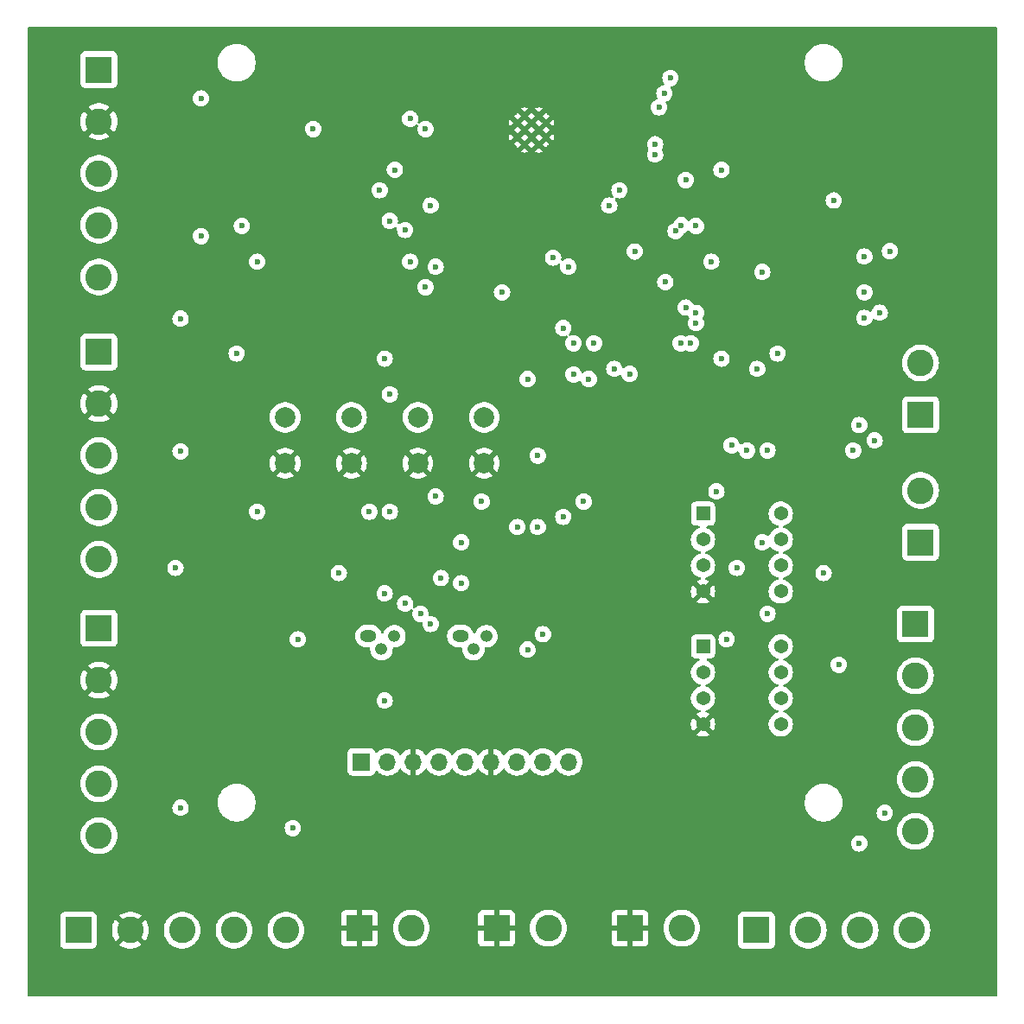
<source format=gbr>
%TF.GenerationSoftware,KiCad,Pcbnew,8.0.5*%
%TF.CreationDate,2024-10-29T07:25:13-05:00*%
%TF.ProjectId,Autonomous_Gardening_Rover_v2,4175746f-6e6f-46d6-9f75-735f47617264,rev?*%
%TF.SameCoordinates,Original*%
%TF.FileFunction,Copper,L5,Inr*%
%TF.FilePolarity,Positive*%
%FSLAX46Y46*%
G04 Gerber Fmt 4.6, Leading zero omitted, Abs format (unit mm)*
G04 Created by KiCad (PCBNEW 8.0.5) date 2024-10-29 07:25:13*
%MOMM*%
%LPD*%
G01*
G04 APERTURE LIST*
%TA.AperFunction,ComponentPad*%
%ADD10R,2.600000X2.600000*%
%TD*%
%TA.AperFunction,ComponentPad*%
%ADD11C,2.600000*%
%TD*%
%TA.AperFunction,ComponentPad*%
%ADD12R,1.371600X1.371600*%
%TD*%
%TA.AperFunction,ComponentPad*%
%ADD13C,1.371600*%
%TD*%
%TA.AperFunction,ComponentPad*%
%ADD14C,2.000000*%
%TD*%
%TA.AperFunction,ComponentPad*%
%ADD15O,1.600000X1.200000*%
%TD*%
%TA.AperFunction,ComponentPad*%
%ADD16O,1.200000X1.200000*%
%TD*%
%TA.AperFunction,HeatsinkPad*%
%ADD17C,0.600000*%
%TD*%
%TA.AperFunction,ComponentPad*%
%ADD18R,1.700000X1.700000*%
%TD*%
%TA.AperFunction,ComponentPad*%
%ADD19O,1.700000X1.700000*%
%TD*%
%TA.AperFunction,ViaPad*%
%ADD20C,0.600000*%
%TD*%
G04 APERTURE END LIST*
D10*
%TO.N,/MOTOR4PWM*%
%TO.C,J3*%
X37000000Y-39180000D03*
D11*
%TO.N,GND*%
X37000000Y-44260000D03*
%TO.N,+5V*%
X37000000Y-49340000D03*
%TO.N,/MOTOR4FG*%
X37000000Y-54420000D03*
%TO.N,+12V*%
X37000000Y-59500000D03*
%TD*%
D12*
%TO.N,Net-(U3A--)*%
%TO.C,U3*%
X96190000Y-82690000D03*
D13*
X96190000Y-85230000D03*
%TO.N,+3V3*%
X96190000Y-87770000D03*
%TO.N,GND*%
X96190000Y-90310000D03*
%TO.N,Net-(U3B-+)*%
X103810000Y-90310000D03*
%TO.N,Net-(U3B--)*%
X103810000Y-87770000D03*
X103810000Y-85230000D03*
%TO.N,+3V3*%
X103810000Y-82690000D03*
%TD*%
D12*
%TO.N,/Moisture_Sensor_Output*%
%TO.C,U4*%
X96190000Y-95690000D03*
D13*
%TO.N,Net-(U4A--)*%
X96190000Y-98230000D03*
%TO.N,Net-(U4A-+)*%
X96190000Y-100770000D03*
%TO.N,GND*%
X96190000Y-103310000D03*
%TO.N,unconnected-(U4B-+-Pad5)*%
X103810000Y-103310000D03*
%TO.N,unconnected-(U4B---Pad6)*%
X103810000Y-100770000D03*
%TO.N,unconnected-(U4-Pad7)*%
X103810000Y-98230000D03*
%TO.N,+3V3*%
X103810000Y-95690000D03*
%TD*%
D14*
%TO.N,GND*%
%TO.C,SW2*%
X74750000Y-77750000D03*
X68250000Y-77750000D03*
%TO.N,/GPIO0_STRAPPING*%
X74750000Y-73250000D03*
X68250000Y-73250000D03*
%TD*%
%TO.N,GND*%
%TO.C,SW1*%
X61750000Y-77750000D03*
X55250000Y-77750000D03*
%TO.N,/CHIP_PU*%
X61750000Y-73250000D03*
X55250000Y-73250000D03*
%TD*%
D10*
%TO.N,GND*%
%TO.C,J8*%
X62535000Y-123305000D03*
D11*
%TO.N,+3V3*%
X67615000Y-123305000D03*
%TD*%
D10*
%TO.N,GND*%
%TO.C,J6*%
X75955000Y-123305000D03*
D11*
%TO.N,+5V*%
X81035000Y-123305000D03*
%TD*%
D10*
%TO.N,GND*%
%TO.C,J5*%
X89035000Y-123305000D03*
D11*
%TO.N,+12V*%
X94115000Y-123305000D03*
%TD*%
%TO.N,/LINACT-*%
%TO.C,J4*%
X117500000Y-80420000D03*
D10*
%TO.N,/LINACT+*%
X117500000Y-85500000D03*
%TD*%
D11*
%TO.N,+12V*%
%TO.C,J1*%
X37000000Y-87160000D03*
%TO.N,/MOTOR3FG*%
X37000000Y-82080000D03*
%TO.N,+5V*%
X37000000Y-77000000D03*
%TO.N,GND*%
X37000000Y-71920000D03*
D10*
%TO.N,/MOTOR3PWM*%
X37000000Y-66840000D03*
%TD*%
D11*
%TO.N,/Input_Probe_2*%
%TO.C,J11*%
X117500000Y-67920000D03*
D10*
%TO.N,/Input_Probe_1*%
X117500000Y-73000000D03*
%TD*%
D11*
%TO.N,/UWBCS*%
%TO.C,J24*%
X116660000Y-123500000D03*
%TO.N,/UWBMISO*%
X111580000Y-123500000D03*
%TO.N,/UWBCLK*%
X106500000Y-123500000D03*
D10*
%TO.N,/UWBMOSI*%
X101420000Y-123500000D03*
%TD*%
D15*
%TO.N,/RTS*%
%TO.C,Q1*%
X72414724Y-94684724D03*
D16*
%TO.N,Net-(Q1-B)*%
X73684724Y-95954724D03*
%TO.N,Net-(Q1-C)*%
X74954724Y-94684724D03*
%TD*%
D11*
%TO.N,/MPUINT*%
%TO.C,J7*%
X117000000Y-113820000D03*
%TO.N,/MPUCS*%
X117000000Y-108740000D03*
%TO.N,/MPUMISO*%
X117000000Y-103660000D03*
%TO.N,/MPUCLK*%
X117000000Y-98580000D03*
D10*
%TO.N,/MPUMOSI*%
X117000000Y-93500000D03*
%TD*%
D11*
%TO.N,+12V*%
%TO.C,J12*%
X55320000Y-123500000D03*
%TO.N,/MOTOR1FG*%
X50240000Y-123500000D03*
%TO.N,+5V*%
X45160000Y-123500000D03*
%TO.N,GND*%
X40080000Y-123500000D03*
D10*
%TO.N,/MOTOR1PWM*%
X35000000Y-123500000D03*
%TD*%
D17*
%TO.N,GND*%
%TO.C,U1*%
X78000000Y-44400000D03*
X78000000Y-45800000D03*
X78700000Y-43700000D03*
X78700000Y-45100000D03*
X78700000Y-46500000D03*
X79400000Y-44400000D03*
X79400000Y-45800000D03*
X80100000Y-43700000D03*
X80100000Y-45100000D03*
X80100000Y-46500000D03*
X80800000Y-44400000D03*
X80800000Y-45800000D03*
%TD*%
D18*
%TO.N,/pH_Sensor*%
%TO.C,J10*%
X62720000Y-107000000D03*
D19*
%TO.N,+3V3*%
X65260000Y-107000000D03*
%TO.N,GND*%
X67800000Y-107000000D03*
%TO.N,/temp_Sensor*%
X70340000Y-107000000D03*
%TO.N,+3V3*%
X72880000Y-107000000D03*
%TO.N,GND*%
X75420000Y-107000000D03*
%TO.N,unconnected-(J10-Pin_7-Pad7)*%
X77960000Y-107000000D03*
%TO.N,unconnected-(J10-Pin_8-Pad8)*%
X80500000Y-107000000D03*
%TO.N,unconnected-(J10-Pin_9-Pad9)*%
X83040000Y-107000000D03*
%TD*%
D15*
%TO.N,/DTR*%
%TO.C,Q2*%
X63414724Y-94684724D03*
D16*
%TO.N,Net-(Q2-B)*%
X64684724Y-95954724D03*
%TO.N,Net-(Q2-C)*%
X65954724Y-94684724D03*
%TD*%
D11*
%TO.N,+12V*%
%TO.C,J14*%
X37000000Y-114240000D03*
%TO.N,/MOTOR2FG*%
X37000000Y-109160000D03*
%TO.N,+5V*%
X37000000Y-104080000D03*
%TO.N,GND*%
X37000000Y-99000000D03*
D10*
%TO.N,/MOTOR2PWM*%
X37000000Y-93920000D03*
%TD*%
D20*
%TO.N,GND*%
X116500000Y-62500000D03*
X61000000Y-47000000D03*
X70500000Y-78000000D03*
X72500000Y-76000000D03*
%TO.N,/MOTOR2PWM*%
X69500000Y-52500000D03*
X44500000Y-88000000D03*
%TO.N,GND*%
X118000000Y-52500000D03*
X109000000Y-66500000D03*
X102500000Y-57500000D03*
%TO.N,+3V3*%
X109000000Y-52000000D03*
X98000000Y-49000000D03*
%TO.N,GND*%
X110000000Y-56000000D03*
X108500000Y-60000000D03*
%TO.N,+3V3*%
X58000000Y-45000000D03*
%TO.N,/Moisture_Sensor_Output*%
X88000000Y-51000000D03*
X95500000Y-63000000D03*
X95000000Y-66000000D03*
%TO.N,+3V3*%
X111500000Y-74000000D03*
X99500000Y-88000000D03*
X102500000Y-92500000D03*
%TO.N,Net-(U4A-+)*%
X102500000Y-76500000D03*
X99000000Y-76000000D03*
%TO.N,Net-(U3B--)*%
X102000000Y-85500000D03*
X100500000Y-76500000D03*
%TO.N,/MPUINT*%
X64500000Y-51000000D03*
X67000000Y-54900000D03*
X111500000Y-115000000D03*
X67500000Y-58000000D03*
%TO.N,/MPUCS*%
X83000000Y-58500000D03*
X114000000Y-112000000D03*
%TO.N,/RTS*%
X70000000Y-81000000D03*
X84500000Y-81500000D03*
%TO.N,/DTR*%
X82500000Y-83000000D03*
X74500000Y-81500000D03*
%TO.N,/RTS*%
X95500000Y-64000000D03*
X102000000Y-59000000D03*
%TO.N,/TXD*%
X92400000Y-41500000D03*
X97000000Y-58000000D03*
%TO.N,/UWBCLK*%
X94065687Y-54434313D03*
X94500000Y-62500000D03*
X89000000Y-69000000D03*
X94000000Y-66000000D03*
X80500000Y-94500000D03*
X80000000Y-84000000D03*
%TO.N,/UWBMOSI*%
X93500000Y-55000000D03*
X78000000Y-84000000D03*
X87500000Y-68500000D03*
X79000000Y-96000000D03*
%TO.N,/D-*%
X112000000Y-63500000D03*
X112000000Y-61000000D03*
%TO.N,GND*%
X113500000Y-55500000D03*
%TO.N,/D+*%
X112000000Y-57500000D03*
X114500000Y-56961500D03*
%TO.N,+5V*%
X113500000Y-63000000D03*
%TO.N,/MPUMISO*%
X76500000Y-61000000D03*
%TO.N,+3V3*%
X79000000Y-69500000D03*
X65000000Y-67500000D03*
X50500000Y-67000000D03*
X60500000Y-88500000D03*
%TO.N,/MPUMOSI*%
X82500000Y-64500000D03*
X83500000Y-66000000D03*
X83500000Y-69050000D03*
X85000000Y-69500000D03*
X98000000Y-67500000D03*
X108000000Y-88500000D03*
%TO.N,/LINACT+*%
X94500000Y-50000000D03*
X95500000Y-54500000D03*
X103500000Y-67000000D03*
X110900000Y-76500000D03*
%TO.N,/LINACT-*%
X80000000Y-77000000D03*
X113000000Y-75500000D03*
%TO.N,/MPUCLK*%
X109500000Y-97500000D03*
X101500000Y-68500000D03*
%TO.N,/MPUINT*%
X87000000Y-52500000D03*
X92500000Y-60000000D03*
%TO.N,/MPUMISO*%
X81500000Y-57600000D03*
X85500000Y-66000000D03*
%TO.N,/Moisture_Sensor_Output*%
X98500000Y-95000000D03*
X97500000Y-80500000D03*
%TO.N,/temp_Sensor*%
X69000000Y-45000000D03*
X65000000Y-101000000D03*
%TO.N,/pH_Sensor*%
X67500000Y-44000000D03*
X56500000Y-95000000D03*
%TO.N,/MOTOR1FG*%
X52500000Y-58000000D03*
X56000000Y-113500000D03*
%TO.N,/MOTOR1PWM*%
X66000000Y-49000000D03*
X45000000Y-111500000D03*
%TO.N,/GPIO3_STRAPPING*%
X70000000Y-58500000D03*
X52500000Y-82500000D03*
%TO.N,Net-(Q2-C)*%
X68500000Y-92500000D03*
X72500000Y-89500000D03*
%TO.N,/DTR*%
X67000000Y-91500000D03*
X72500000Y-85500000D03*
%TO.N,/RTS*%
X69500000Y-93500000D03*
X70500000Y-89000000D03*
%TO.N,Net-(Q2-B)*%
X65500000Y-82500000D03*
X65000000Y-90500000D03*
%TO.N,/GPIO46_STRAPPING*%
X69000000Y-60500000D03*
X63500000Y-82500000D03*
%TO.N,/GPIO0_STRAPPING*%
X89500000Y-57000000D03*
X65500000Y-71000000D03*
%TO.N,/MOTOR3FG*%
X91500000Y-46500000D03*
X45000000Y-76580000D03*
%TO.N,/MOTOR3PWM*%
X45000000Y-63580000D03*
X91500000Y-47500000D03*
%TO.N,/MOTOR4FG*%
X91875735Y-42875735D03*
X47000000Y-55500000D03*
%TO.N,/MOTOR4PWM*%
X93000000Y-40000000D03*
X47000000Y-42000000D03*
%TO.N,/MOTOR2FG*%
X51000000Y-54500000D03*
X65500000Y-54000000D03*
%TD*%
%TA.AperFunction,Conductor*%
%TO.N,GND*%
G36*
X124943039Y-35019685D02*
G01*
X124988794Y-35072489D01*
X125000000Y-35124000D01*
X125000000Y-129876000D01*
X124980315Y-129943039D01*
X124927511Y-129988794D01*
X124876000Y-130000000D01*
X30124000Y-130000000D01*
X30056961Y-129980315D01*
X30011206Y-129927511D01*
X30000000Y-129876000D01*
X30000000Y-122152135D01*
X33199500Y-122152135D01*
X33199500Y-124847870D01*
X33199501Y-124847876D01*
X33205908Y-124907483D01*
X33256202Y-125042328D01*
X33256206Y-125042335D01*
X33342452Y-125157544D01*
X33342455Y-125157547D01*
X33457664Y-125243793D01*
X33457671Y-125243797D01*
X33592517Y-125294091D01*
X33592516Y-125294091D01*
X33599444Y-125294835D01*
X33652127Y-125300500D01*
X36347872Y-125300499D01*
X36407483Y-125294091D01*
X36542331Y-125243796D01*
X36657546Y-125157546D01*
X36743796Y-125042331D01*
X36794091Y-124907483D01*
X36800500Y-124847873D01*
X36800499Y-123499995D01*
X38274953Y-123499995D01*
X38274953Y-123500004D01*
X38295113Y-123769026D01*
X38295113Y-123769028D01*
X38355142Y-124032033D01*
X38355148Y-124032052D01*
X38453709Y-124283181D01*
X38453708Y-124283181D01*
X38588602Y-124516822D01*
X38642294Y-124584151D01*
X38642295Y-124584151D01*
X39478958Y-123747488D01*
X39503978Y-123807890D01*
X39575112Y-123914351D01*
X39665649Y-124004888D01*
X39772110Y-124076022D01*
X39832510Y-124101041D01*
X38994848Y-124938702D01*
X39177483Y-125063220D01*
X39177485Y-125063221D01*
X39420539Y-125180269D01*
X39420537Y-125180269D01*
X39678337Y-125259790D01*
X39678343Y-125259792D01*
X39945101Y-125299999D01*
X39945110Y-125300000D01*
X40214890Y-125300000D01*
X40214898Y-125299999D01*
X40481656Y-125259792D01*
X40481662Y-125259790D01*
X40739461Y-125180269D01*
X40982521Y-125063218D01*
X41165150Y-124938702D01*
X40327488Y-124101041D01*
X40387890Y-124076022D01*
X40494351Y-124004888D01*
X40584888Y-123914351D01*
X40656022Y-123807890D01*
X40681041Y-123747488D01*
X41517703Y-124584151D01*
X41517704Y-124584150D01*
X41571393Y-124516828D01*
X41571400Y-124516817D01*
X41706290Y-124283181D01*
X41804851Y-124032052D01*
X41804857Y-124032033D01*
X41864886Y-123769028D01*
X41864886Y-123769026D01*
X41885047Y-123500004D01*
X41885047Y-123499995D01*
X43354451Y-123499995D01*
X43354451Y-123500004D01*
X43374616Y-123769101D01*
X43434664Y-124032188D01*
X43434666Y-124032195D01*
X43480901Y-124150000D01*
X43533257Y-124283398D01*
X43668185Y-124517102D01*
X43721655Y-124584151D01*
X43836442Y-124728089D01*
X44023183Y-124901358D01*
X44034259Y-124911635D01*
X44257226Y-125063651D01*
X44257229Y-125063652D01*
X44257230Y-125063653D01*
X44260609Y-125065280D01*
X44500359Y-125180738D01*
X44758228Y-125260280D01*
X44758229Y-125260280D01*
X44758232Y-125260281D01*
X45025063Y-125300499D01*
X45025068Y-125300499D01*
X45025071Y-125300500D01*
X45025072Y-125300500D01*
X45294928Y-125300500D01*
X45294929Y-125300500D01*
X45294936Y-125300499D01*
X45561767Y-125260281D01*
X45561768Y-125260280D01*
X45561772Y-125260280D01*
X45819641Y-125180738D01*
X46011765Y-125088216D01*
X46062767Y-125063655D01*
X46062767Y-125063654D01*
X46062775Y-125063651D01*
X46285741Y-124911635D01*
X46483561Y-124728085D01*
X46651815Y-124517102D01*
X46786743Y-124283398D01*
X46885334Y-124032195D01*
X46945383Y-123769103D01*
X46960752Y-123564019D01*
X46965549Y-123500004D01*
X46965549Y-123499995D01*
X48434451Y-123499995D01*
X48434451Y-123500004D01*
X48454616Y-123769101D01*
X48514664Y-124032188D01*
X48514666Y-124032195D01*
X48560901Y-124150000D01*
X48613257Y-124283398D01*
X48748185Y-124517102D01*
X48801655Y-124584151D01*
X48916442Y-124728089D01*
X49103183Y-124901358D01*
X49114259Y-124911635D01*
X49337226Y-125063651D01*
X49337229Y-125063652D01*
X49337230Y-125063653D01*
X49340609Y-125065280D01*
X49580359Y-125180738D01*
X49838228Y-125260280D01*
X49838229Y-125260280D01*
X49838232Y-125260281D01*
X50105063Y-125300499D01*
X50105068Y-125300499D01*
X50105071Y-125300500D01*
X50105072Y-125300500D01*
X50374928Y-125300500D01*
X50374929Y-125300500D01*
X50374936Y-125300499D01*
X50641767Y-125260281D01*
X50641768Y-125260280D01*
X50641772Y-125260280D01*
X50899641Y-125180738D01*
X51091765Y-125088216D01*
X51142767Y-125063655D01*
X51142767Y-125063654D01*
X51142775Y-125063651D01*
X51365741Y-124911635D01*
X51563561Y-124728085D01*
X51731815Y-124517102D01*
X51866743Y-124283398D01*
X51965334Y-124032195D01*
X52025383Y-123769103D01*
X52040752Y-123564019D01*
X52045549Y-123500004D01*
X52045549Y-123499995D01*
X53514451Y-123499995D01*
X53514451Y-123500004D01*
X53534616Y-123769101D01*
X53594664Y-124032188D01*
X53594666Y-124032195D01*
X53640901Y-124150000D01*
X53693257Y-124283398D01*
X53828185Y-124517102D01*
X53881655Y-124584151D01*
X53996442Y-124728089D01*
X54183183Y-124901358D01*
X54194259Y-124911635D01*
X54417226Y-125063651D01*
X54417229Y-125063652D01*
X54417230Y-125063653D01*
X54420609Y-125065280D01*
X54660359Y-125180738D01*
X54918228Y-125260280D01*
X54918229Y-125260280D01*
X54918232Y-125260281D01*
X55185063Y-125300499D01*
X55185068Y-125300499D01*
X55185071Y-125300500D01*
X55185072Y-125300500D01*
X55454928Y-125300500D01*
X55454929Y-125300500D01*
X55454936Y-125300499D01*
X55721767Y-125260281D01*
X55721768Y-125260280D01*
X55721772Y-125260280D01*
X55979641Y-125180738D01*
X56171765Y-125088216D01*
X56222767Y-125063655D01*
X56222767Y-125063654D01*
X56222775Y-125063651D01*
X56445741Y-124911635D01*
X56643561Y-124728085D01*
X56811815Y-124517102D01*
X56946743Y-124283398D01*
X57045334Y-124032195D01*
X57105383Y-123769103D01*
X57120752Y-123564019D01*
X57125549Y-123500004D01*
X57125549Y-123499995D01*
X57105389Y-123230973D01*
X57105383Y-123230897D01*
X57045334Y-122967805D01*
X56946743Y-122716602D01*
X56811815Y-122482898D01*
X56643561Y-122271915D01*
X56643560Y-122271914D01*
X56643557Y-122271910D01*
X56445741Y-122088365D01*
X56406038Y-122061296D01*
X56253292Y-121957155D01*
X60735000Y-121957155D01*
X60735000Y-123055000D01*
X61934999Y-123055000D01*
X61909979Y-123115402D01*
X61885000Y-123240981D01*
X61885000Y-123369019D01*
X61909979Y-123494598D01*
X61934999Y-123555000D01*
X60735000Y-123555000D01*
X60735000Y-124652844D01*
X60741401Y-124712372D01*
X60741403Y-124712379D01*
X60791645Y-124847086D01*
X60791649Y-124847093D01*
X60877809Y-124962187D01*
X60877812Y-124962190D01*
X60992906Y-125048350D01*
X60992913Y-125048354D01*
X61127620Y-125098596D01*
X61127627Y-125098598D01*
X61187155Y-125104999D01*
X61187172Y-125105000D01*
X62285000Y-125105000D01*
X62285000Y-123905001D01*
X62345402Y-123930021D01*
X62470981Y-123955000D01*
X62599019Y-123955000D01*
X62724598Y-123930021D01*
X62785000Y-123905001D01*
X62785000Y-125105000D01*
X63882828Y-125105000D01*
X63882844Y-125104999D01*
X63942372Y-125098598D01*
X63942379Y-125098596D01*
X64077086Y-125048354D01*
X64077093Y-125048350D01*
X64192187Y-124962190D01*
X64192190Y-124962187D01*
X64278350Y-124847093D01*
X64278354Y-124847086D01*
X64328596Y-124712379D01*
X64328598Y-124712372D01*
X64334999Y-124652844D01*
X64335000Y-124652827D01*
X64335000Y-123555000D01*
X63135001Y-123555000D01*
X63160021Y-123494598D01*
X63185000Y-123369019D01*
X63185000Y-123304995D01*
X65809451Y-123304995D01*
X65809451Y-123305004D01*
X65829616Y-123574101D01*
X65889664Y-123837188D01*
X65889666Y-123837195D01*
X65966142Y-124032052D01*
X65988257Y-124088398D01*
X66123185Y-124322102D01*
X66259080Y-124492509D01*
X66291442Y-124533089D01*
X66478183Y-124706358D01*
X66489259Y-124716635D01*
X66712226Y-124868651D01*
X66955359Y-124985738D01*
X67213228Y-125065280D01*
X67213229Y-125065280D01*
X67213232Y-125065281D01*
X67480063Y-125105499D01*
X67480068Y-125105499D01*
X67480071Y-125105500D01*
X67480072Y-125105500D01*
X67749928Y-125105500D01*
X67749929Y-125105500D01*
X67749936Y-125105499D01*
X68016767Y-125065281D01*
X68016768Y-125065280D01*
X68016772Y-125065280D01*
X68274641Y-124985738D01*
X68517775Y-124868651D01*
X68740741Y-124716635D01*
X68938561Y-124533085D01*
X69106815Y-124322102D01*
X69241743Y-124088398D01*
X69340334Y-123837195D01*
X69400383Y-123574103D01*
X69420549Y-123305000D01*
X69415001Y-123230971D01*
X69403744Y-123080747D01*
X69400383Y-123035897D01*
X69340334Y-122772805D01*
X69241743Y-122521602D01*
X69106815Y-122287898D01*
X68938561Y-122076915D01*
X68938560Y-122076914D01*
X68938557Y-122076910D01*
X68809491Y-121957155D01*
X74155000Y-121957155D01*
X74155000Y-123055000D01*
X75354999Y-123055000D01*
X75329979Y-123115402D01*
X75305000Y-123240981D01*
X75305000Y-123369019D01*
X75329979Y-123494598D01*
X75354999Y-123555000D01*
X74155000Y-123555000D01*
X74155000Y-124652844D01*
X74161401Y-124712372D01*
X74161403Y-124712379D01*
X74211645Y-124847086D01*
X74211649Y-124847093D01*
X74297809Y-124962187D01*
X74297812Y-124962190D01*
X74412906Y-125048350D01*
X74412913Y-125048354D01*
X74547620Y-125098596D01*
X74547627Y-125098598D01*
X74607155Y-125104999D01*
X74607172Y-125105000D01*
X75705000Y-125105000D01*
X75705000Y-123905001D01*
X75765402Y-123930021D01*
X75890981Y-123955000D01*
X76019019Y-123955000D01*
X76144598Y-123930021D01*
X76205000Y-123905001D01*
X76205000Y-125105000D01*
X77302828Y-125105000D01*
X77302844Y-125104999D01*
X77362372Y-125098598D01*
X77362379Y-125098596D01*
X77497086Y-125048354D01*
X77497093Y-125048350D01*
X77612187Y-124962190D01*
X77612190Y-124962187D01*
X77698350Y-124847093D01*
X77698354Y-124847086D01*
X77748596Y-124712379D01*
X77748598Y-124712372D01*
X77754999Y-124652844D01*
X77755000Y-124652827D01*
X77755000Y-123555000D01*
X76555001Y-123555000D01*
X76580021Y-123494598D01*
X76605000Y-123369019D01*
X76605000Y-123304995D01*
X79229451Y-123304995D01*
X79229451Y-123305004D01*
X79249616Y-123574101D01*
X79309664Y-123837188D01*
X79309666Y-123837195D01*
X79386142Y-124032052D01*
X79408257Y-124088398D01*
X79543185Y-124322102D01*
X79679080Y-124492509D01*
X79711442Y-124533089D01*
X79898183Y-124706358D01*
X79909259Y-124716635D01*
X80132226Y-124868651D01*
X80375359Y-124985738D01*
X80633228Y-125065280D01*
X80633229Y-125065280D01*
X80633232Y-125065281D01*
X80900063Y-125105499D01*
X80900068Y-125105499D01*
X80900071Y-125105500D01*
X80900072Y-125105500D01*
X81169928Y-125105500D01*
X81169929Y-125105500D01*
X81169936Y-125105499D01*
X81436767Y-125065281D01*
X81436768Y-125065280D01*
X81436772Y-125065280D01*
X81694641Y-124985738D01*
X81937775Y-124868651D01*
X82160741Y-124716635D01*
X82358561Y-124533085D01*
X82526815Y-124322102D01*
X82661743Y-124088398D01*
X82760334Y-123837195D01*
X82820383Y-123574103D01*
X82840549Y-123305000D01*
X82835001Y-123230971D01*
X82823744Y-123080747D01*
X82820383Y-123035897D01*
X82760334Y-122772805D01*
X82661743Y-122521602D01*
X82526815Y-122287898D01*
X82358561Y-122076915D01*
X82358560Y-122076914D01*
X82358557Y-122076910D01*
X82229491Y-121957155D01*
X87235000Y-121957155D01*
X87235000Y-123055000D01*
X88434999Y-123055000D01*
X88409979Y-123115402D01*
X88385000Y-123240981D01*
X88385000Y-123369019D01*
X88409979Y-123494598D01*
X88434999Y-123555000D01*
X87235000Y-123555000D01*
X87235000Y-124652844D01*
X87241401Y-124712372D01*
X87241403Y-124712379D01*
X87291645Y-124847086D01*
X87291649Y-124847093D01*
X87377809Y-124962187D01*
X87377812Y-124962190D01*
X87492906Y-125048350D01*
X87492913Y-125048354D01*
X87627620Y-125098596D01*
X87627627Y-125098598D01*
X87687155Y-125104999D01*
X87687172Y-125105000D01*
X88785000Y-125105000D01*
X88785000Y-123905001D01*
X88845402Y-123930021D01*
X88970981Y-123955000D01*
X89099019Y-123955000D01*
X89224598Y-123930021D01*
X89285000Y-123905001D01*
X89285000Y-125105000D01*
X90382828Y-125105000D01*
X90382844Y-125104999D01*
X90442372Y-125098598D01*
X90442379Y-125098596D01*
X90577086Y-125048354D01*
X90577093Y-125048350D01*
X90692187Y-124962190D01*
X90692190Y-124962187D01*
X90778350Y-124847093D01*
X90778354Y-124847086D01*
X90828596Y-124712379D01*
X90828598Y-124712372D01*
X90834999Y-124652844D01*
X90835000Y-124652827D01*
X90835000Y-123555000D01*
X89635001Y-123555000D01*
X89660021Y-123494598D01*
X89685000Y-123369019D01*
X89685000Y-123304995D01*
X92309451Y-123304995D01*
X92309451Y-123305004D01*
X92329616Y-123574101D01*
X92389664Y-123837188D01*
X92389666Y-123837195D01*
X92466142Y-124032052D01*
X92488257Y-124088398D01*
X92623185Y-124322102D01*
X92759080Y-124492509D01*
X92791442Y-124533089D01*
X92978183Y-124706358D01*
X92989259Y-124716635D01*
X93212226Y-124868651D01*
X93455359Y-124985738D01*
X93713228Y-125065280D01*
X93713229Y-125065280D01*
X93713232Y-125065281D01*
X93980063Y-125105499D01*
X93980068Y-125105499D01*
X93980071Y-125105500D01*
X93980072Y-125105500D01*
X94249928Y-125105500D01*
X94249929Y-125105500D01*
X94249936Y-125105499D01*
X94516767Y-125065281D01*
X94516768Y-125065280D01*
X94516772Y-125065280D01*
X94774641Y-124985738D01*
X95017775Y-124868651D01*
X95240741Y-124716635D01*
X95438561Y-124533085D01*
X95606815Y-124322102D01*
X95741743Y-124088398D01*
X95840334Y-123837195D01*
X95900383Y-123574103D01*
X95920549Y-123305000D01*
X95915001Y-123230971D01*
X95903744Y-123080747D01*
X95900383Y-123035897D01*
X95840334Y-122772805D01*
X95741743Y-122521602D01*
X95606815Y-122287898D01*
X95498547Y-122152135D01*
X99619500Y-122152135D01*
X99619500Y-124847870D01*
X99619501Y-124847876D01*
X99625908Y-124907483D01*
X99676202Y-125042328D01*
X99676206Y-125042335D01*
X99762452Y-125157544D01*
X99762455Y-125157547D01*
X99877664Y-125243793D01*
X99877671Y-125243797D01*
X100012517Y-125294091D01*
X100012516Y-125294091D01*
X100019444Y-125294835D01*
X100072127Y-125300500D01*
X102767872Y-125300499D01*
X102827483Y-125294091D01*
X102962331Y-125243796D01*
X103077546Y-125157546D01*
X103163796Y-125042331D01*
X103214091Y-124907483D01*
X103220500Y-124847873D01*
X103220499Y-123499995D01*
X104694451Y-123499995D01*
X104694451Y-123500004D01*
X104714616Y-123769101D01*
X104774664Y-124032188D01*
X104774666Y-124032195D01*
X104820901Y-124150000D01*
X104873257Y-124283398D01*
X105008185Y-124517102D01*
X105061655Y-124584151D01*
X105176442Y-124728089D01*
X105363183Y-124901358D01*
X105374259Y-124911635D01*
X105597226Y-125063651D01*
X105597229Y-125063652D01*
X105597230Y-125063653D01*
X105600609Y-125065280D01*
X105840359Y-125180738D01*
X106098228Y-125260280D01*
X106098229Y-125260280D01*
X106098232Y-125260281D01*
X106365063Y-125300499D01*
X106365068Y-125300499D01*
X106365071Y-125300500D01*
X106365072Y-125300500D01*
X106634928Y-125300500D01*
X106634929Y-125300500D01*
X106634936Y-125300499D01*
X106901767Y-125260281D01*
X106901768Y-125260280D01*
X106901772Y-125260280D01*
X107159641Y-125180738D01*
X107351765Y-125088216D01*
X107402767Y-125063655D01*
X107402767Y-125063654D01*
X107402775Y-125063651D01*
X107625741Y-124911635D01*
X107823561Y-124728085D01*
X107991815Y-124517102D01*
X108126743Y-124283398D01*
X108225334Y-124032195D01*
X108285383Y-123769103D01*
X108300752Y-123564019D01*
X108305549Y-123500004D01*
X108305549Y-123499995D01*
X109774451Y-123499995D01*
X109774451Y-123500004D01*
X109794616Y-123769101D01*
X109854664Y-124032188D01*
X109854666Y-124032195D01*
X109900901Y-124150000D01*
X109953257Y-124283398D01*
X110088185Y-124517102D01*
X110141655Y-124584151D01*
X110256442Y-124728089D01*
X110443183Y-124901358D01*
X110454259Y-124911635D01*
X110677226Y-125063651D01*
X110677229Y-125063652D01*
X110677230Y-125063653D01*
X110680609Y-125065280D01*
X110920359Y-125180738D01*
X111178228Y-125260280D01*
X111178229Y-125260280D01*
X111178232Y-125260281D01*
X111445063Y-125300499D01*
X111445068Y-125300499D01*
X111445071Y-125300500D01*
X111445072Y-125300500D01*
X111714928Y-125300500D01*
X111714929Y-125300500D01*
X111714936Y-125300499D01*
X111981767Y-125260281D01*
X111981768Y-125260280D01*
X111981772Y-125260280D01*
X112239641Y-125180738D01*
X112431765Y-125088216D01*
X112482767Y-125063655D01*
X112482767Y-125063654D01*
X112482775Y-125063651D01*
X112705741Y-124911635D01*
X112903561Y-124728085D01*
X113071815Y-124517102D01*
X113206743Y-124283398D01*
X113305334Y-124032195D01*
X113365383Y-123769103D01*
X113380752Y-123564019D01*
X113385549Y-123500004D01*
X113385549Y-123499995D01*
X114854451Y-123499995D01*
X114854451Y-123500004D01*
X114874616Y-123769101D01*
X114934664Y-124032188D01*
X114934666Y-124032195D01*
X114980901Y-124150000D01*
X115033257Y-124283398D01*
X115168185Y-124517102D01*
X115221655Y-124584151D01*
X115336442Y-124728089D01*
X115523183Y-124901358D01*
X115534259Y-124911635D01*
X115757226Y-125063651D01*
X115757229Y-125063652D01*
X115757230Y-125063653D01*
X115760609Y-125065280D01*
X116000359Y-125180738D01*
X116258228Y-125260280D01*
X116258229Y-125260280D01*
X116258232Y-125260281D01*
X116525063Y-125300499D01*
X116525068Y-125300499D01*
X116525071Y-125300500D01*
X116525072Y-125300500D01*
X116794928Y-125300500D01*
X116794929Y-125300500D01*
X116794936Y-125300499D01*
X117061767Y-125260281D01*
X117061768Y-125260280D01*
X117061772Y-125260280D01*
X117319641Y-125180738D01*
X117511765Y-125088216D01*
X117562767Y-125063655D01*
X117562767Y-125063654D01*
X117562775Y-125063651D01*
X117785741Y-124911635D01*
X117983561Y-124728085D01*
X118151815Y-124517102D01*
X118286743Y-124283398D01*
X118385334Y-124032195D01*
X118445383Y-123769103D01*
X118460752Y-123564019D01*
X118465549Y-123500004D01*
X118465549Y-123499995D01*
X118445389Y-123230973D01*
X118445383Y-123230897D01*
X118385334Y-122967805D01*
X118286743Y-122716602D01*
X118151815Y-122482898D01*
X117983561Y-122271915D01*
X117983560Y-122271914D01*
X117983557Y-122271910D01*
X117785741Y-122088365D01*
X117746038Y-122061296D01*
X117562775Y-121936349D01*
X117562769Y-121936346D01*
X117562768Y-121936345D01*
X117562767Y-121936344D01*
X117319643Y-121819263D01*
X117319645Y-121819263D01*
X117061773Y-121739720D01*
X117061767Y-121739718D01*
X116794936Y-121699500D01*
X116794929Y-121699500D01*
X116525071Y-121699500D01*
X116525063Y-121699500D01*
X116258232Y-121739718D01*
X116258226Y-121739720D01*
X116000358Y-121819262D01*
X115757230Y-121936346D01*
X115534258Y-122088365D01*
X115336442Y-122271910D01*
X115168185Y-122482898D01*
X115033258Y-122716599D01*
X115033256Y-122716603D01*
X114934666Y-122967804D01*
X114934664Y-122967811D01*
X114874616Y-123230898D01*
X114854451Y-123499995D01*
X113385549Y-123499995D01*
X113365389Y-123230973D01*
X113365383Y-123230897D01*
X113305334Y-122967805D01*
X113206743Y-122716602D01*
X113071815Y-122482898D01*
X112903561Y-122271915D01*
X112903560Y-122271914D01*
X112903557Y-122271910D01*
X112705741Y-122088365D01*
X112666038Y-122061296D01*
X112482775Y-121936349D01*
X112482769Y-121936346D01*
X112482768Y-121936345D01*
X112482767Y-121936344D01*
X112239643Y-121819263D01*
X112239645Y-121819263D01*
X111981773Y-121739720D01*
X111981767Y-121739718D01*
X111714936Y-121699500D01*
X111714929Y-121699500D01*
X111445071Y-121699500D01*
X111445063Y-121699500D01*
X111178232Y-121739718D01*
X111178226Y-121739720D01*
X110920358Y-121819262D01*
X110677230Y-121936346D01*
X110454258Y-122088365D01*
X110256442Y-122271910D01*
X110088185Y-122482898D01*
X109953258Y-122716599D01*
X109953256Y-122716603D01*
X109854666Y-122967804D01*
X109854664Y-122967811D01*
X109794616Y-123230898D01*
X109774451Y-123499995D01*
X108305549Y-123499995D01*
X108285389Y-123230973D01*
X108285383Y-123230897D01*
X108225334Y-122967805D01*
X108126743Y-122716602D01*
X107991815Y-122482898D01*
X107823561Y-122271915D01*
X107823560Y-122271914D01*
X107823557Y-122271910D01*
X107625741Y-122088365D01*
X107586038Y-122061296D01*
X107402775Y-121936349D01*
X107402769Y-121936346D01*
X107402768Y-121936345D01*
X107402767Y-121936344D01*
X107159643Y-121819263D01*
X107159645Y-121819263D01*
X106901773Y-121739720D01*
X106901767Y-121739718D01*
X106634936Y-121699500D01*
X106634929Y-121699500D01*
X106365071Y-121699500D01*
X106365063Y-121699500D01*
X106098232Y-121739718D01*
X106098226Y-121739720D01*
X105840358Y-121819262D01*
X105597230Y-121936346D01*
X105374258Y-122088365D01*
X105176442Y-122271910D01*
X105008185Y-122482898D01*
X104873258Y-122716599D01*
X104873256Y-122716603D01*
X104774666Y-122967804D01*
X104774664Y-122967811D01*
X104714616Y-123230898D01*
X104694451Y-123499995D01*
X103220499Y-123499995D01*
X103220499Y-122152128D01*
X103214091Y-122092517D01*
X103212542Y-122088365D01*
X103163797Y-121957671D01*
X103163793Y-121957664D01*
X103077547Y-121842455D01*
X103077544Y-121842452D01*
X102962335Y-121756206D01*
X102962328Y-121756202D01*
X102827482Y-121705908D01*
X102827483Y-121705908D01*
X102767883Y-121699501D01*
X102767881Y-121699500D01*
X102767873Y-121699500D01*
X102767864Y-121699500D01*
X100072129Y-121699500D01*
X100072123Y-121699501D01*
X100012516Y-121705908D01*
X99877671Y-121756202D01*
X99877664Y-121756206D01*
X99762455Y-121842452D01*
X99762452Y-121842455D01*
X99676206Y-121957664D01*
X99676202Y-121957671D01*
X99625908Y-122092517D01*
X99619501Y-122152116D01*
X99619501Y-122152123D01*
X99619500Y-122152135D01*
X95498547Y-122152135D01*
X95438561Y-122076915D01*
X95438560Y-122076914D01*
X95438557Y-122076910D01*
X95240741Y-121893365D01*
X95166068Y-121842454D01*
X95017775Y-121741349D01*
X95017769Y-121741346D01*
X95017768Y-121741345D01*
X95017767Y-121741344D01*
X94774643Y-121624263D01*
X94774645Y-121624263D01*
X94516773Y-121544720D01*
X94516767Y-121544718D01*
X94249936Y-121504500D01*
X94249929Y-121504500D01*
X93980071Y-121504500D01*
X93980063Y-121504500D01*
X93713232Y-121544718D01*
X93713226Y-121544720D01*
X93455358Y-121624262D01*
X93212230Y-121741346D01*
X92989258Y-121893365D01*
X92791442Y-122076910D01*
X92623185Y-122287898D01*
X92488258Y-122521599D01*
X92488256Y-122521603D01*
X92389666Y-122772804D01*
X92389664Y-122772811D01*
X92329616Y-123035898D01*
X92309451Y-123304995D01*
X89685000Y-123304995D01*
X89685000Y-123240981D01*
X89660021Y-123115402D01*
X89635001Y-123055000D01*
X90835000Y-123055000D01*
X90835000Y-121957172D01*
X90834999Y-121957155D01*
X90828598Y-121897627D01*
X90828596Y-121897620D01*
X90778354Y-121762913D01*
X90778350Y-121762906D01*
X90692190Y-121647812D01*
X90692187Y-121647809D01*
X90577093Y-121561649D01*
X90577086Y-121561645D01*
X90442379Y-121511403D01*
X90442372Y-121511401D01*
X90382844Y-121505000D01*
X89285000Y-121505000D01*
X89285000Y-122704998D01*
X89224598Y-122679979D01*
X89099019Y-122655000D01*
X88970981Y-122655000D01*
X88845402Y-122679979D01*
X88785000Y-122704998D01*
X88785000Y-121505000D01*
X87687155Y-121505000D01*
X87627627Y-121511401D01*
X87627620Y-121511403D01*
X87492913Y-121561645D01*
X87492906Y-121561649D01*
X87377812Y-121647809D01*
X87377809Y-121647812D01*
X87291649Y-121762906D01*
X87291645Y-121762913D01*
X87241403Y-121897620D01*
X87241401Y-121897627D01*
X87235000Y-121957155D01*
X82229491Y-121957155D01*
X82160741Y-121893365D01*
X82086068Y-121842454D01*
X81937775Y-121741349D01*
X81937769Y-121741346D01*
X81937768Y-121741345D01*
X81937767Y-121741344D01*
X81694643Y-121624263D01*
X81694645Y-121624263D01*
X81436773Y-121544720D01*
X81436767Y-121544718D01*
X81169936Y-121504500D01*
X81169929Y-121504500D01*
X80900071Y-121504500D01*
X80900063Y-121504500D01*
X80633232Y-121544718D01*
X80633226Y-121544720D01*
X80375358Y-121624262D01*
X80132230Y-121741346D01*
X79909258Y-121893365D01*
X79711442Y-122076910D01*
X79543185Y-122287898D01*
X79408258Y-122521599D01*
X79408256Y-122521603D01*
X79309666Y-122772804D01*
X79309664Y-122772811D01*
X79249616Y-123035898D01*
X79229451Y-123304995D01*
X76605000Y-123304995D01*
X76605000Y-123240981D01*
X76580021Y-123115402D01*
X76555001Y-123055000D01*
X77755000Y-123055000D01*
X77755000Y-121957172D01*
X77754999Y-121957155D01*
X77748598Y-121897627D01*
X77748596Y-121897620D01*
X77698354Y-121762913D01*
X77698350Y-121762906D01*
X77612190Y-121647812D01*
X77612187Y-121647809D01*
X77497093Y-121561649D01*
X77497086Y-121561645D01*
X77362379Y-121511403D01*
X77362372Y-121511401D01*
X77302844Y-121505000D01*
X76205000Y-121505000D01*
X76205000Y-122704998D01*
X76144598Y-122679979D01*
X76019019Y-122655000D01*
X75890981Y-122655000D01*
X75765402Y-122679979D01*
X75705000Y-122704998D01*
X75705000Y-121505000D01*
X74607155Y-121505000D01*
X74547627Y-121511401D01*
X74547620Y-121511403D01*
X74412913Y-121561645D01*
X74412906Y-121561649D01*
X74297812Y-121647809D01*
X74297809Y-121647812D01*
X74211649Y-121762906D01*
X74211645Y-121762913D01*
X74161403Y-121897620D01*
X74161401Y-121897627D01*
X74155000Y-121957155D01*
X68809491Y-121957155D01*
X68740741Y-121893365D01*
X68666068Y-121842454D01*
X68517775Y-121741349D01*
X68517769Y-121741346D01*
X68517768Y-121741345D01*
X68517767Y-121741344D01*
X68274643Y-121624263D01*
X68274645Y-121624263D01*
X68016773Y-121544720D01*
X68016767Y-121544718D01*
X67749936Y-121504500D01*
X67749929Y-121504500D01*
X67480071Y-121504500D01*
X67480063Y-121504500D01*
X67213232Y-121544718D01*
X67213226Y-121544720D01*
X66955358Y-121624262D01*
X66712230Y-121741346D01*
X66489258Y-121893365D01*
X66291442Y-122076910D01*
X66123185Y-122287898D01*
X65988258Y-122521599D01*
X65988256Y-122521603D01*
X65889666Y-122772804D01*
X65889664Y-122772811D01*
X65829616Y-123035898D01*
X65809451Y-123304995D01*
X63185000Y-123304995D01*
X63185000Y-123240981D01*
X63160021Y-123115402D01*
X63135001Y-123055000D01*
X64335000Y-123055000D01*
X64335000Y-121957172D01*
X64334999Y-121957155D01*
X64328598Y-121897627D01*
X64328596Y-121897620D01*
X64278354Y-121762913D01*
X64278350Y-121762906D01*
X64192190Y-121647812D01*
X64192187Y-121647809D01*
X64077093Y-121561649D01*
X64077086Y-121561645D01*
X63942379Y-121511403D01*
X63942372Y-121511401D01*
X63882844Y-121505000D01*
X62785000Y-121505000D01*
X62785000Y-122704998D01*
X62724598Y-122679979D01*
X62599019Y-122655000D01*
X62470981Y-122655000D01*
X62345402Y-122679979D01*
X62285000Y-122704998D01*
X62285000Y-121505000D01*
X61187155Y-121505000D01*
X61127627Y-121511401D01*
X61127620Y-121511403D01*
X60992913Y-121561645D01*
X60992906Y-121561649D01*
X60877812Y-121647809D01*
X60877809Y-121647812D01*
X60791649Y-121762906D01*
X60791645Y-121762913D01*
X60741403Y-121897620D01*
X60741401Y-121897627D01*
X60735000Y-121957155D01*
X56253292Y-121957155D01*
X56222775Y-121936349D01*
X56222769Y-121936346D01*
X56222768Y-121936345D01*
X56222767Y-121936344D01*
X55979643Y-121819263D01*
X55979645Y-121819263D01*
X55721773Y-121739720D01*
X55721767Y-121739718D01*
X55454936Y-121699500D01*
X55454929Y-121699500D01*
X55185071Y-121699500D01*
X55185063Y-121699500D01*
X54918232Y-121739718D01*
X54918226Y-121739720D01*
X54660358Y-121819262D01*
X54417230Y-121936346D01*
X54194258Y-122088365D01*
X53996442Y-122271910D01*
X53828185Y-122482898D01*
X53693258Y-122716599D01*
X53693256Y-122716603D01*
X53594666Y-122967804D01*
X53594664Y-122967811D01*
X53534616Y-123230898D01*
X53514451Y-123499995D01*
X52045549Y-123499995D01*
X52025389Y-123230973D01*
X52025383Y-123230897D01*
X51965334Y-122967805D01*
X51866743Y-122716602D01*
X51731815Y-122482898D01*
X51563561Y-122271915D01*
X51563560Y-122271914D01*
X51563557Y-122271910D01*
X51365741Y-122088365D01*
X51326038Y-122061296D01*
X51142775Y-121936349D01*
X51142769Y-121936346D01*
X51142768Y-121936345D01*
X51142767Y-121936344D01*
X50899643Y-121819263D01*
X50899645Y-121819263D01*
X50641773Y-121739720D01*
X50641767Y-121739718D01*
X50374936Y-121699500D01*
X50374929Y-121699500D01*
X50105071Y-121699500D01*
X50105063Y-121699500D01*
X49838232Y-121739718D01*
X49838226Y-121739720D01*
X49580358Y-121819262D01*
X49337230Y-121936346D01*
X49114258Y-122088365D01*
X48916442Y-122271910D01*
X48748185Y-122482898D01*
X48613258Y-122716599D01*
X48613256Y-122716603D01*
X48514666Y-122967804D01*
X48514664Y-122967811D01*
X48454616Y-123230898D01*
X48434451Y-123499995D01*
X46965549Y-123499995D01*
X46945389Y-123230973D01*
X46945383Y-123230897D01*
X46885334Y-122967805D01*
X46786743Y-122716602D01*
X46651815Y-122482898D01*
X46483561Y-122271915D01*
X46483560Y-122271914D01*
X46483557Y-122271910D01*
X46285741Y-122088365D01*
X46246038Y-122061296D01*
X46062775Y-121936349D01*
X46062769Y-121936346D01*
X46062768Y-121936345D01*
X46062767Y-121936344D01*
X45819643Y-121819263D01*
X45819645Y-121819263D01*
X45561773Y-121739720D01*
X45561767Y-121739718D01*
X45294936Y-121699500D01*
X45294929Y-121699500D01*
X45025071Y-121699500D01*
X45025063Y-121699500D01*
X44758232Y-121739718D01*
X44758226Y-121739720D01*
X44500358Y-121819262D01*
X44257230Y-121936346D01*
X44034258Y-122088365D01*
X43836442Y-122271910D01*
X43668185Y-122482898D01*
X43533258Y-122716599D01*
X43533256Y-122716603D01*
X43434666Y-122967804D01*
X43434664Y-122967811D01*
X43374616Y-123230898D01*
X43354451Y-123499995D01*
X41885047Y-123499995D01*
X41864886Y-123230973D01*
X41864886Y-123230971D01*
X41804857Y-122967966D01*
X41804851Y-122967947D01*
X41706290Y-122716818D01*
X41706291Y-122716818D01*
X41571397Y-122483177D01*
X41517704Y-122415847D01*
X40681041Y-123252510D01*
X40656022Y-123192110D01*
X40584888Y-123085649D01*
X40494351Y-122995112D01*
X40387890Y-122923978D01*
X40327488Y-122898958D01*
X41165150Y-122061296D01*
X40982517Y-121936779D01*
X40982516Y-121936778D01*
X40739460Y-121819730D01*
X40739462Y-121819730D01*
X40481662Y-121740209D01*
X40481656Y-121740207D01*
X40214898Y-121700000D01*
X39945101Y-121700000D01*
X39678343Y-121740207D01*
X39678337Y-121740209D01*
X39420538Y-121819730D01*
X39177485Y-121936778D01*
X39177476Y-121936783D01*
X38994848Y-122061296D01*
X39832511Y-122898958D01*
X39772110Y-122923978D01*
X39665649Y-122995112D01*
X39575112Y-123085649D01*
X39503978Y-123192110D01*
X39478958Y-123252511D01*
X38642295Y-122415848D01*
X38588600Y-122483180D01*
X38453709Y-122716818D01*
X38355148Y-122967947D01*
X38355142Y-122967966D01*
X38295113Y-123230971D01*
X38295113Y-123230973D01*
X38274953Y-123499995D01*
X36800499Y-123499995D01*
X36800499Y-122152128D01*
X36794091Y-122092517D01*
X36792542Y-122088365D01*
X36743797Y-121957671D01*
X36743793Y-121957664D01*
X36657547Y-121842455D01*
X36657544Y-121842452D01*
X36542335Y-121756206D01*
X36542328Y-121756202D01*
X36407482Y-121705908D01*
X36407483Y-121705908D01*
X36347883Y-121699501D01*
X36347881Y-121699500D01*
X36347873Y-121699500D01*
X36347864Y-121699500D01*
X33652129Y-121699500D01*
X33652123Y-121699501D01*
X33592516Y-121705908D01*
X33457671Y-121756202D01*
X33457664Y-121756206D01*
X33342455Y-121842452D01*
X33342452Y-121842455D01*
X33256206Y-121957664D01*
X33256202Y-121957671D01*
X33205908Y-122092517D01*
X33199501Y-122152116D01*
X33199501Y-122152123D01*
X33199500Y-122152135D01*
X30000000Y-122152135D01*
X30000000Y-114239995D01*
X35194451Y-114239995D01*
X35194451Y-114240004D01*
X35214616Y-114509101D01*
X35274664Y-114772188D01*
X35274666Y-114772195D01*
X35373257Y-115023398D01*
X35508185Y-115257102D01*
X35609107Y-115383654D01*
X35676442Y-115468089D01*
X35840702Y-115620499D01*
X35874259Y-115651635D01*
X36097226Y-115803651D01*
X36340359Y-115920738D01*
X36598228Y-116000280D01*
X36598229Y-116000280D01*
X36598232Y-116000281D01*
X36865063Y-116040499D01*
X36865068Y-116040499D01*
X36865071Y-116040500D01*
X36865072Y-116040500D01*
X37134928Y-116040500D01*
X37134929Y-116040500D01*
X37134936Y-116040499D01*
X37401767Y-116000281D01*
X37401768Y-116000280D01*
X37401772Y-116000280D01*
X37659641Y-115920738D01*
X37902775Y-115803651D01*
X38125741Y-115651635D01*
X38288369Y-115500738D01*
X38323557Y-115468089D01*
X38323557Y-115468087D01*
X38323561Y-115468085D01*
X38491815Y-115257102D01*
X38626743Y-115023398D01*
X38635928Y-114999996D01*
X110694435Y-114999996D01*
X110694435Y-115000003D01*
X110714630Y-115179249D01*
X110714631Y-115179254D01*
X110774211Y-115349523D01*
X110795658Y-115383655D01*
X110870184Y-115502262D01*
X110997738Y-115629816D01*
X111150478Y-115725789D01*
X111320745Y-115785368D01*
X111320750Y-115785369D01*
X111499996Y-115805565D01*
X111500000Y-115805565D01*
X111500004Y-115805565D01*
X111679249Y-115785369D01*
X111679252Y-115785368D01*
X111679255Y-115785368D01*
X111849522Y-115725789D01*
X112002262Y-115629816D01*
X112129816Y-115502262D01*
X112225789Y-115349522D01*
X112285368Y-115179255D01*
X112300147Y-115048089D01*
X112305565Y-115000003D01*
X112305565Y-114999996D01*
X112285369Y-114820750D01*
X112285368Y-114820745D01*
X112225788Y-114650476D01*
X112129815Y-114497737D01*
X112002262Y-114370184D01*
X111849523Y-114274211D01*
X111679254Y-114214631D01*
X111679249Y-114214630D01*
X111500004Y-114194435D01*
X111499996Y-114194435D01*
X111320750Y-114214630D01*
X111320745Y-114214631D01*
X111150476Y-114274211D01*
X110997737Y-114370184D01*
X110870184Y-114497737D01*
X110774211Y-114650476D01*
X110714631Y-114820745D01*
X110714630Y-114820750D01*
X110694435Y-114999996D01*
X38635928Y-114999996D01*
X38725334Y-114772195D01*
X38785383Y-114509103D01*
X38802149Y-114285368D01*
X38805549Y-114240004D01*
X38805549Y-114239995D01*
X38785383Y-113970898D01*
X38757680Y-113849522D01*
X38725334Y-113707805D01*
X38643774Y-113499996D01*
X55194435Y-113499996D01*
X55194435Y-113500003D01*
X55214630Y-113679249D01*
X55214631Y-113679254D01*
X55274211Y-113849523D01*
X55350476Y-113970897D01*
X55370184Y-114002262D01*
X55497738Y-114129816D01*
X55588080Y-114186582D01*
X55632721Y-114214632D01*
X55650478Y-114225789D01*
X55788860Y-114274211D01*
X55820745Y-114285368D01*
X55820750Y-114285369D01*
X55999996Y-114305565D01*
X56000000Y-114305565D01*
X56000004Y-114305565D01*
X56179249Y-114285369D01*
X56179252Y-114285368D01*
X56179255Y-114285368D01*
X56349522Y-114225789D01*
X56502262Y-114129816D01*
X56629816Y-114002262D01*
X56725789Y-113849522D01*
X56736121Y-113819995D01*
X115194451Y-113819995D01*
X115194451Y-113820004D01*
X115214616Y-114089101D01*
X115274664Y-114352188D01*
X115274666Y-114352195D01*
X115336248Y-114509103D01*
X115373257Y-114603398D01*
X115508185Y-114837102D01*
X115638089Y-114999996D01*
X115676442Y-115048089D01*
X115863183Y-115221358D01*
X115874259Y-115231635D01*
X116097226Y-115383651D01*
X116340359Y-115500738D01*
X116598228Y-115580280D01*
X116598229Y-115580280D01*
X116598232Y-115580281D01*
X116865063Y-115620499D01*
X116865068Y-115620499D01*
X116865071Y-115620500D01*
X116865072Y-115620500D01*
X117134928Y-115620500D01*
X117134929Y-115620500D01*
X117134936Y-115620499D01*
X117401767Y-115580281D01*
X117401768Y-115580280D01*
X117401772Y-115580280D01*
X117659641Y-115500738D01*
X117902775Y-115383651D01*
X118125741Y-115231635D01*
X118323561Y-115048085D01*
X118491815Y-114837102D01*
X118626743Y-114603398D01*
X118725334Y-114352195D01*
X118785383Y-114089103D01*
X118805549Y-113820000D01*
X118797141Y-113707805D01*
X118785383Y-113550898D01*
X118725335Y-113287811D01*
X118725334Y-113287805D01*
X118626743Y-113036602D01*
X118491815Y-112802898D01*
X118323561Y-112591915D01*
X118323560Y-112591914D01*
X118323557Y-112591910D01*
X118125741Y-112408365D01*
X118105053Y-112394260D01*
X117902775Y-112256349D01*
X117902769Y-112256346D01*
X117902768Y-112256345D01*
X117902767Y-112256344D01*
X117659643Y-112139263D01*
X117659645Y-112139263D01*
X117401773Y-112059720D01*
X117401767Y-112059718D01*
X117134936Y-112019500D01*
X117134929Y-112019500D01*
X116865071Y-112019500D01*
X116865063Y-112019500D01*
X116598232Y-112059718D01*
X116598226Y-112059720D01*
X116340358Y-112139262D01*
X116097230Y-112256346D01*
X115874258Y-112408365D01*
X115676442Y-112591910D01*
X115508185Y-112802898D01*
X115373258Y-113036599D01*
X115373256Y-113036603D01*
X115274666Y-113287804D01*
X115274664Y-113287811D01*
X115214616Y-113550898D01*
X115194451Y-113819995D01*
X56736121Y-113819995D01*
X56785368Y-113679255D01*
X56785369Y-113679249D01*
X56805565Y-113500003D01*
X56805565Y-113499996D01*
X56785369Y-113320750D01*
X56785368Y-113320745D01*
X56725788Y-113150476D01*
X56686582Y-113088080D01*
X56629816Y-112997738D01*
X56502262Y-112870184D01*
X56435708Y-112828365D01*
X56349523Y-112774211D01*
X56179254Y-112714631D01*
X56179249Y-112714630D01*
X56000004Y-112694435D01*
X55999996Y-112694435D01*
X55820750Y-112714630D01*
X55820745Y-112714631D01*
X55650476Y-112774211D01*
X55497737Y-112870184D01*
X55370184Y-112997737D01*
X55274211Y-113150476D01*
X55214631Y-113320745D01*
X55214630Y-113320750D01*
X55194435Y-113499996D01*
X38643774Y-113499996D01*
X38626743Y-113456602D01*
X38491815Y-113222898D01*
X38323561Y-113011915D01*
X38323560Y-113011914D01*
X38323557Y-113011910D01*
X38125741Y-112828365D01*
X38111767Y-112818838D01*
X37902775Y-112676349D01*
X37902769Y-112676346D01*
X37902768Y-112676345D01*
X37902767Y-112676344D01*
X37659643Y-112559263D01*
X37659645Y-112559263D01*
X37401773Y-112479720D01*
X37401767Y-112479718D01*
X37134936Y-112439500D01*
X37134929Y-112439500D01*
X36865071Y-112439500D01*
X36865063Y-112439500D01*
X36598232Y-112479718D01*
X36598226Y-112479720D01*
X36340358Y-112559262D01*
X36097230Y-112676346D01*
X35874258Y-112828365D01*
X35676442Y-113011910D01*
X35508185Y-113222898D01*
X35373258Y-113456599D01*
X35373256Y-113456603D01*
X35274666Y-113707804D01*
X35274664Y-113707811D01*
X35214616Y-113970898D01*
X35194451Y-114239995D01*
X30000000Y-114239995D01*
X30000000Y-111499996D01*
X44194435Y-111499996D01*
X44194435Y-111500003D01*
X44214630Y-111679249D01*
X44214631Y-111679254D01*
X44274211Y-111849523D01*
X44368760Y-111999996D01*
X44370184Y-112002262D01*
X44497738Y-112129816D01*
X44650478Y-112225789D01*
X44820745Y-112285368D01*
X44820750Y-112285369D01*
X44999996Y-112305565D01*
X45000000Y-112305565D01*
X45000004Y-112305565D01*
X45179249Y-112285369D01*
X45179252Y-112285368D01*
X45179255Y-112285368D01*
X45349522Y-112225789D01*
X45502262Y-112129816D01*
X45629816Y-112002262D01*
X45725789Y-111849522D01*
X45785368Y-111679255D01*
X45785369Y-111679249D01*
X45805565Y-111500003D01*
X45805565Y-111499996D01*
X45785369Y-111320750D01*
X45785368Y-111320745D01*
X45725788Y-111150476D01*
X45629815Y-110997737D01*
X45510789Y-110878711D01*
X48649500Y-110878711D01*
X48649500Y-111121288D01*
X48675758Y-111320745D01*
X48681162Y-111361789D01*
X48712554Y-111478944D01*
X48743947Y-111596104D01*
X48836773Y-111820205D01*
X48836777Y-111820214D01*
X48853698Y-111849522D01*
X48958064Y-112030289D01*
X48958066Y-112030292D01*
X48958067Y-112030293D01*
X49105733Y-112222736D01*
X49105739Y-112222743D01*
X49277256Y-112394260D01*
X49277263Y-112394266D01*
X49388627Y-112479718D01*
X49469711Y-112541936D01*
X49679788Y-112663224D01*
X49903900Y-112756054D01*
X50138211Y-112818838D01*
X50318586Y-112842584D01*
X50378711Y-112850500D01*
X50378712Y-112850500D01*
X50621289Y-112850500D01*
X50669388Y-112844167D01*
X50861789Y-112818838D01*
X51096100Y-112756054D01*
X51320212Y-112663224D01*
X51530289Y-112541936D01*
X51722738Y-112394265D01*
X51894265Y-112222738D01*
X52041936Y-112030289D01*
X52163224Y-111820212D01*
X52256054Y-111596100D01*
X52318838Y-111361789D01*
X52350500Y-111121288D01*
X52350500Y-110878712D01*
X52350500Y-110878711D01*
X106149500Y-110878711D01*
X106149500Y-111121288D01*
X106175758Y-111320745D01*
X106181162Y-111361789D01*
X106212554Y-111478944D01*
X106243947Y-111596104D01*
X106336773Y-111820205D01*
X106336777Y-111820214D01*
X106353698Y-111849522D01*
X106458064Y-112030289D01*
X106458066Y-112030292D01*
X106458067Y-112030293D01*
X106605733Y-112222736D01*
X106605739Y-112222743D01*
X106777256Y-112394260D01*
X106777263Y-112394266D01*
X106888627Y-112479718D01*
X106969711Y-112541936D01*
X107179788Y-112663224D01*
X107403900Y-112756054D01*
X107638211Y-112818838D01*
X107818586Y-112842584D01*
X107878711Y-112850500D01*
X107878712Y-112850500D01*
X108121289Y-112850500D01*
X108169388Y-112844167D01*
X108361789Y-112818838D01*
X108596100Y-112756054D01*
X108820212Y-112663224D01*
X109030289Y-112541936D01*
X109222738Y-112394265D01*
X109394265Y-112222738D01*
X109541936Y-112030289D01*
X109559426Y-111999996D01*
X113194435Y-111999996D01*
X113194435Y-112000003D01*
X113214630Y-112179249D01*
X113214631Y-112179254D01*
X113274211Y-112349523D01*
X113330748Y-112439500D01*
X113370184Y-112502262D01*
X113497738Y-112629816D01*
X113571790Y-112676346D01*
X113632721Y-112714632D01*
X113650478Y-112725789D01*
X113788860Y-112774211D01*
X113820745Y-112785368D01*
X113820750Y-112785369D01*
X113999996Y-112805565D01*
X114000000Y-112805565D01*
X114000004Y-112805565D01*
X114179249Y-112785369D01*
X114179252Y-112785368D01*
X114179255Y-112785368D01*
X114349522Y-112725789D01*
X114502262Y-112629816D01*
X114629816Y-112502262D01*
X114725789Y-112349522D01*
X114785368Y-112179255D01*
X114789874Y-112139262D01*
X114805565Y-112000003D01*
X114805565Y-111999996D01*
X114785369Y-111820750D01*
X114785368Y-111820745D01*
X114785179Y-111820205D01*
X114725789Y-111650478D01*
X114629816Y-111497738D01*
X114502262Y-111370184D01*
X114349523Y-111274211D01*
X114179254Y-111214631D01*
X114179249Y-111214630D01*
X114000004Y-111194435D01*
X113999996Y-111194435D01*
X113820750Y-111214630D01*
X113820745Y-111214631D01*
X113650476Y-111274211D01*
X113497737Y-111370184D01*
X113370184Y-111497737D01*
X113274211Y-111650476D01*
X113214631Y-111820745D01*
X113214630Y-111820750D01*
X113194435Y-111999996D01*
X109559426Y-111999996D01*
X109663224Y-111820212D01*
X109756054Y-111596100D01*
X109818838Y-111361789D01*
X109850500Y-111121288D01*
X109850500Y-110878712D01*
X109845500Y-110840736D01*
X109830087Y-110723655D01*
X109818838Y-110638211D01*
X109756054Y-110403900D01*
X109663224Y-110179788D01*
X109541936Y-109969711D01*
X109394265Y-109777262D01*
X109394260Y-109777256D01*
X109222743Y-109605739D01*
X109222736Y-109605733D01*
X109030293Y-109458067D01*
X109030292Y-109458066D01*
X109030289Y-109458064D01*
X108820212Y-109336776D01*
X108820205Y-109336773D01*
X108596104Y-109243947D01*
X108361785Y-109181161D01*
X108121289Y-109149500D01*
X108121288Y-109149500D01*
X107878712Y-109149500D01*
X107878711Y-109149500D01*
X107638214Y-109181161D01*
X107403895Y-109243947D01*
X107179794Y-109336773D01*
X107179785Y-109336777D01*
X106969706Y-109458067D01*
X106777263Y-109605733D01*
X106777256Y-109605739D01*
X106605739Y-109777256D01*
X106605733Y-109777263D01*
X106458067Y-109969706D01*
X106336777Y-110179785D01*
X106336773Y-110179794D01*
X106243947Y-110403895D01*
X106181161Y-110638214D01*
X106149500Y-110878711D01*
X52350500Y-110878711D01*
X52345500Y-110840736D01*
X52330087Y-110723655D01*
X52318838Y-110638211D01*
X52256054Y-110403900D01*
X52163224Y-110179788D01*
X52041936Y-109969711D01*
X51894265Y-109777262D01*
X51894260Y-109777256D01*
X51722743Y-109605739D01*
X51722736Y-109605733D01*
X51530293Y-109458067D01*
X51530292Y-109458066D01*
X51530289Y-109458064D01*
X51320212Y-109336776D01*
X51320205Y-109336773D01*
X51096104Y-109243947D01*
X50861785Y-109181161D01*
X50621289Y-109149500D01*
X50621288Y-109149500D01*
X50378712Y-109149500D01*
X50378711Y-109149500D01*
X50138214Y-109181161D01*
X49903895Y-109243947D01*
X49679794Y-109336773D01*
X49679785Y-109336777D01*
X49469706Y-109458067D01*
X49277263Y-109605733D01*
X49277256Y-109605739D01*
X49105739Y-109777256D01*
X49105733Y-109777263D01*
X48958067Y-109969706D01*
X48836777Y-110179785D01*
X48836773Y-110179794D01*
X48743947Y-110403895D01*
X48681161Y-110638214D01*
X48649500Y-110878711D01*
X45510789Y-110878711D01*
X45502262Y-110870184D01*
X45349523Y-110774211D01*
X45179254Y-110714631D01*
X45179249Y-110714630D01*
X45000004Y-110694435D01*
X44999996Y-110694435D01*
X44820750Y-110714630D01*
X44820745Y-110714631D01*
X44650476Y-110774211D01*
X44497737Y-110870184D01*
X44370184Y-110997737D01*
X44274211Y-111150476D01*
X44214631Y-111320745D01*
X44214630Y-111320750D01*
X44194435Y-111499996D01*
X30000000Y-111499996D01*
X30000000Y-109159995D01*
X35194451Y-109159995D01*
X35194451Y-109160004D01*
X35214616Y-109429101D01*
X35254932Y-109605735D01*
X35274666Y-109692195D01*
X35373257Y-109943398D01*
X35508185Y-110177102D01*
X35609107Y-110303654D01*
X35676442Y-110388089D01*
X35840702Y-110540499D01*
X35874259Y-110571635D01*
X36097226Y-110723651D01*
X36340359Y-110840738D01*
X36598228Y-110920280D01*
X36598229Y-110920280D01*
X36598232Y-110920281D01*
X36865063Y-110960499D01*
X36865068Y-110960499D01*
X36865071Y-110960500D01*
X36865072Y-110960500D01*
X37134928Y-110960500D01*
X37134929Y-110960500D01*
X37134936Y-110960499D01*
X37401767Y-110920281D01*
X37401768Y-110920280D01*
X37401772Y-110920280D01*
X37659641Y-110840738D01*
X37902775Y-110723651D01*
X38125741Y-110571635D01*
X38288369Y-110420738D01*
X38323557Y-110388089D01*
X38323557Y-110388087D01*
X38323561Y-110388085D01*
X38491815Y-110177102D01*
X38626743Y-109943398D01*
X38725334Y-109692195D01*
X38785383Y-109429103D01*
X38803963Y-109181162D01*
X38805549Y-109160004D01*
X38805549Y-109159995D01*
X38785383Y-108890898D01*
X38785383Y-108890897D01*
X38750941Y-108739995D01*
X115194451Y-108739995D01*
X115194451Y-108740004D01*
X115214616Y-109009101D01*
X115274664Y-109272188D01*
X115274666Y-109272195D01*
X115336248Y-109429103D01*
X115373257Y-109523398D01*
X115508185Y-109757102D01*
X115644080Y-109927509D01*
X115676442Y-109968089D01*
X115863183Y-110141358D01*
X115874259Y-110151635D01*
X116097226Y-110303651D01*
X116340359Y-110420738D01*
X116598228Y-110500280D01*
X116598229Y-110500280D01*
X116598232Y-110500281D01*
X116865063Y-110540499D01*
X116865068Y-110540499D01*
X116865071Y-110540500D01*
X116865072Y-110540500D01*
X117134928Y-110540500D01*
X117134929Y-110540500D01*
X117134936Y-110540499D01*
X117401767Y-110500281D01*
X117401768Y-110500280D01*
X117401772Y-110500280D01*
X117659641Y-110420738D01*
X117902775Y-110303651D01*
X118125741Y-110151635D01*
X118323561Y-109968085D01*
X118491815Y-109757102D01*
X118626743Y-109523398D01*
X118725334Y-109272195D01*
X118785383Y-109009103D01*
X118805549Y-108740000D01*
X118797141Y-108627805D01*
X118785383Y-108470898D01*
X118763860Y-108376599D01*
X118725334Y-108207805D01*
X118626743Y-107956602D01*
X118491815Y-107722898D01*
X118323561Y-107511915D01*
X118323560Y-107511914D01*
X118323557Y-107511910D01*
X118125741Y-107328365D01*
X117902775Y-107176349D01*
X117902769Y-107176346D01*
X117902768Y-107176345D01*
X117902767Y-107176344D01*
X117659643Y-107059263D01*
X117659645Y-107059263D01*
X117401773Y-106979720D01*
X117401767Y-106979718D01*
X117134936Y-106939500D01*
X117134929Y-106939500D01*
X116865071Y-106939500D01*
X116865063Y-106939500D01*
X116598232Y-106979718D01*
X116598226Y-106979720D01*
X116340358Y-107059262D01*
X116097230Y-107176346D01*
X115874258Y-107328365D01*
X115676442Y-107511910D01*
X115508185Y-107722898D01*
X115373258Y-107956599D01*
X115373256Y-107956603D01*
X115274666Y-108207804D01*
X115274664Y-108207811D01*
X115214616Y-108470898D01*
X115194451Y-108739995D01*
X38750941Y-108739995D01*
X38725334Y-108627805D01*
X38626743Y-108376602D01*
X38491815Y-108142898D01*
X38323561Y-107931915D01*
X38323560Y-107931914D01*
X38323557Y-107931910D01*
X38125741Y-107748365D01*
X38088388Y-107722898D01*
X37902775Y-107596349D01*
X37902769Y-107596346D01*
X37902768Y-107596345D01*
X37902767Y-107596344D01*
X37659643Y-107479263D01*
X37659645Y-107479263D01*
X37401773Y-107399720D01*
X37401767Y-107399718D01*
X37134936Y-107359500D01*
X37134929Y-107359500D01*
X36865071Y-107359500D01*
X36865063Y-107359500D01*
X36598232Y-107399718D01*
X36598226Y-107399720D01*
X36340358Y-107479262D01*
X36097230Y-107596346D01*
X35874258Y-107748365D01*
X35676442Y-107931910D01*
X35508185Y-108142898D01*
X35373258Y-108376599D01*
X35373256Y-108376603D01*
X35274666Y-108627804D01*
X35274664Y-108627811D01*
X35214616Y-108890898D01*
X35194451Y-109159995D01*
X30000000Y-109159995D01*
X30000000Y-106102135D01*
X61369500Y-106102135D01*
X61369500Y-107897870D01*
X61369501Y-107897876D01*
X61375908Y-107957483D01*
X61426202Y-108092328D01*
X61426206Y-108092335D01*
X61512452Y-108207544D01*
X61512455Y-108207547D01*
X61627664Y-108293793D01*
X61627671Y-108293797D01*
X61762517Y-108344091D01*
X61762516Y-108344091D01*
X61769444Y-108344835D01*
X61822127Y-108350500D01*
X63617872Y-108350499D01*
X63677483Y-108344091D01*
X63812331Y-108293796D01*
X63927546Y-108207546D01*
X64013796Y-108092331D01*
X64062810Y-107960916D01*
X64104681Y-107904984D01*
X64170145Y-107880566D01*
X64238418Y-107895417D01*
X64266673Y-107916569D01*
X64388599Y-108038495D01*
X64485384Y-108106265D01*
X64582165Y-108174032D01*
X64582167Y-108174033D01*
X64582170Y-108174035D01*
X64796337Y-108273903D01*
X65024592Y-108335063D01*
X65201034Y-108350500D01*
X65259999Y-108355659D01*
X65260000Y-108355659D01*
X65260001Y-108355659D01*
X65318966Y-108350500D01*
X65495408Y-108335063D01*
X65723663Y-108273903D01*
X65937830Y-108174035D01*
X66131401Y-108038495D01*
X66298495Y-107871401D01*
X66428730Y-107685405D01*
X66483307Y-107641781D01*
X66552805Y-107634587D01*
X66615160Y-107666110D01*
X66631879Y-107685405D01*
X66761890Y-107871078D01*
X66928917Y-108038105D01*
X67122421Y-108173600D01*
X67336507Y-108273429D01*
X67336516Y-108273433D01*
X67550000Y-108330634D01*
X67550000Y-107433012D01*
X67607007Y-107465925D01*
X67734174Y-107500000D01*
X67865826Y-107500000D01*
X67992993Y-107465925D01*
X68050000Y-107433012D01*
X68050000Y-108330633D01*
X68263483Y-108273433D01*
X68263492Y-108273429D01*
X68477578Y-108173600D01*
X68671082Y-108038105D01*
X68838105Y-107871082D01*
X68968119Y-107685405D01*
X69022696Y-107641781D01*
X69092195Y-107634588D01*
X69154549Y-107666110D01*
X69171269Y-107685405D01*
X69301505Y-107871401D01*
X69468599Y-108038495D01*
X69565384Y-108106265D01*
X69662165Y-108174032D01*
X69662167Y-108174033D01*
X69662170Y-108174035D01*
X69876337Y-108273903D01*
X70104592Y-108335063D01*
X70281034Y-108350500D01*
X70339999Y-108355659D01*
X70340000Y-108355659D01*
X70340001Y-108355659D01*
X70398966Y-108350500D01*
X70575408Y-108335063D01*
X70803663Y-108273903D01*
X71017830Y-108174035D01*
X71211401Y-108038495D01*
X71378495Y-107871401D01*
X71508425Y-107685842D01*
X71563002Y-107642217D01*
X71632500Y-107635023D01*
X71694855Y-107666546D01*
X71711575Y-107685842D01*
X71841500Y-107871395D01*
X71841505Y-107871401D01*
X72008599Y-108038495D01*
X72105384Y-108106265D01*
X72202165Y-108174032D01*
X72202167Y-108174033D01*
X72202170Y-108174035D01*
X72416337Y-108273903D01*
X72644592Y-108335063D01*
X72821034Y-108350500D01*
X72879999Y-108355659D01*
X72880000Y-108355659D01*
X72880001Y-108355659D01*
X72938966Y-108350500D01*
X73115408Y-108335063D01*
X73343663Y-108273903D01*
X73557830Y-108174035D01*
X73751401Y-108038495D01*
X73918495Y-107871401D01*
X74048730Y-107685405D01*
X74103307Y-107641781D01*
X74172805Y-107634587D01*
X74235160Y-107666110D01*
X74251879Y-107685405D01*
X74381890Y-107871078D01*
X74548917Y-108038105D01*
X74742421Y-108173600D01*
X74956507Y-108273429D01*
X74956516Y-108273433D01*
X75170000Y-108330634D01*
X75170000Y-107433012D01*
X75227007Y-107465925D01*
X75354174Y-107500000D01*
X75485826Y-107500000D01*
X75612993Y-107465925D01*
X75670000Y-107433012D01*
X75670000Y-108330633D01*
X75883483Y-108273433D01*
X75883492Y-108273429D01*
X76097578Y-108173600D01*
X76291082Y-108038105D01*
X76458105Y-107871082D01*
X76588119Y-107685405D01*
X76642696Y-107641781D01*
X76712195Y-107634588D01*
X76774549Y-107666110D01*
X76791269Y-107685405D01*
X76921505Y-107871401D01*
X77088599Y-108038495D01*
X77185384Y-108106265D01*
X77282165Y-108174032D01*
X77282167Y-108174033D01*
X77282170Y-108174035D01*
X77496337Y-108273903D01*
X77724592Y-108335063D01*
X77901034Y-108350500D01*
X77959999Y-108355659D01*
X77960000Y-108355659D01*
X77960001Y-108355659D01*
X78018966Y-108350500D01*
X78195408Y-108335063D01*
X78423663Y-108273903D01*
X78637830Y-108174035D01*
X78831401Y-108038495D01*
X78998495Y-107871401D01*
X79128425Y-107685842D01*
X79183002Y-107642217D01*
X79252500Y-107635023D01*
X79314855Y-107666546D01*
X79331575Y-107685842D01*
X79461500Y-107871395D01*
X79461505Y-107871401D01*
X79628599Y-108038495D01*
X79725384Y-108106265D01*
X79822165Y-108174032D01*
X79822167Y-108174033D01*
X79822170Y-108174035D01*
X80036337Y-108273903D01*
X80264592Y-108335063D01*
X80441034Y-108350500D01*
X80499999Y-108355659D01*
X80500000Y-108355659D01*
X80500001Y-108355659D01*
X80558966Y-108350500D01*
X80735408Y-108335063D01*
X80963663Y-108273903D01*
X81177830Y-108174035D01*
X81371401Y-108038495D01*
X81538495Y-107871401D01*
X81668425Y-107685842D01*
X81723002Y-107642217D01*
X81792500Y-107635023D01*
X81854855Y-107666546D01*
X81871575Y-107685842D01*
X82001500Y-107871395D01*
X82001505Y-107871401D01*
X82168599Y-108038495D01*
X82265384Y-108106265D01*
X82362165Y-108174032D01*
X82362167Y-108174033D01*
X82362170Y-108174035D01*
X82576337Y-108273903D01*
X82804592Y-108335063D01*
X82981034Y-108350500D01*
X83039999Y-108355659D01*
X83040000Y-108355659D01*
X83040001Y-108355659D01*
X83098966Y-108350500D01*
X83275408Y-108335063D01*
X83503663Y-108273903D01*
X83717830Y-108174035D01*
X83911401Y-108038495D01*
X84078495Y-107871401D01*
X84214035Y-107677830D01*
X84313903Y-107463663D01*
X84375063Y-107235408D01*
X84395659Y-107000000D01*
X84375063Y-106764592D01*
X84313903Y-106536337D01*
X84214035Y-106322171D01*
X84208731Y-106314595D01*
X84078494Y-106128597D01*
X83911402Y-105961506D01*
X83911395Y-105961501D01*
X83717834Y-105825967D01*
X83717830Y-105825965D01*
X83717828Y-105825964D01*
X83503663Y-105726097D01*
X83503659Y-105726096D01*
X83503655Y-105726094D01*
X83275413Y-105664938D01*
X83275403Y-105664936D01*
X83040001Y-105644341D01*
X83039999Y-105644341D01*
X82804596Y-105664936D01*
X82804586Y-105664938D01*
X82576344Y-105726094D01*
X82576335Y-105726098D01*
X82362171Y-105825964D01*
X82362169Y-105825965D01*
X82168597Y-105961505D01*
X82001505Y-106128597D01*
X81871575Y-106314158D01*
X81816998Y-106357783D01*
X81747500Y-106364977D01*
X81685145Y-106333454D01*
X81668425Y-106314158D01*
X81538494Y-106128597D01*
X81371402Y-105961506D01*
X81371395Y-105961501D01*
X81177834Y-105825967D01*
X81177830Y-105825965D01*
X81177828Y-105825964D01*
X80963663Y-105726097D01*
X80963659Y-105726096D01*
X80963655Y-105726094D01*
X80735413Y-105664938D01*
X80735403Y-105664936D01*
X80500001Y-105644341D01*
X80499999Y-105644341D01*
X80264596Y-105664936D01*
X80264586Y-105664938D01*
X80036344Y-105726094D01*
X80036335Y-105726098D01*
X79822171Y-105825964D01*
X79822169Y-105825965D01*
X79628597Y-105961505D01*
X79461505Y-106128597D01*
X79331575Y-106314158D01*
X79276998Y-106357783D01*
X79207500Y-106364977D01*
X79145145Y-106333454D01*
X79128425Y-106314158D01*
X78998494Y-106128597D01*
X78831402Y-105961506D01*
X78831395Y-105961501D01*
X78637834Y-105825967D01*
X78637830Y-105825965D01*
X78637828Y-105825964D01*
X78423663Y-105726097D01*
X78423659Y-105726096D01*
X78423655Y-105726094D01*
X78195413Y-105664938D01*
X78195403Y-105664936D01*
X77960001Y-105644341D01*
X77959999Y-105644341D01*
X77724596Y-105664936D01*
X77724586Y-105664938D01*
X77496344Y-105726094D01*
X77496335Y-105726098D01*
X77282171Y-105825964D01*
X77282169Y-105825965D01*
X77088597Y-105961505D01*
X76921508Y-106128594D01*
X76791269Y-106314595D01*
X76736692Y-106358219D01*
X76667193Y-106365412D01*
X76604839Y-106333890D01*
X76588119Y-106314594D01*
X76458113Y-106128926D01*
X76458108Y-106128920D01*
X76291082Y-105961894D01*
X76097578Y-105826399D01*
X75883492Y-105726570D01*
X75883486Y-105726567D01*
X75670000Y-105669364D01*
X75670000Y-106566988D01*
X75612993Y-106534075D01*
X75485826Y-106500000D01*
X75354174Y-106500000D01*
X75227007Y-106534075D01*
X75170000Y-106566988D01*
X75170000Y-105669364D01*
X75169999Y-105669364D01*
X74956513Y-105726567D01*
X74956507Y-105726570D01*
X74742422Y-105826399D01*
X74742420Y-105826400D01*
X74548926Y-105961886D01*
X74548920Y-105961891D01*
X74381891Y-106128920D01*
X74381890Y-106128922D01*
X74251880Y-106314595D01*
X74197303Y-106358219D01*
X74127804Y-106365412D01*
X74065450Y-106333890D01*
X74048730Y-106314594D01*
X73918494Y-106128597D01*
X73751402Y-105961506D01*
X73751395Y-105961501D01*
X73557834Y-105825967D01*
X73557830Y-105825965D01*
X73557828Y-105825964D01*
X73343663Y-105726097D01*
X73343659Y-105726096D01*
X73343655Y-105726094D01*
X73115413Y-105664938D01*
X73115403Y-105664936D01*
X72880001Y-105644341D01*
X72879999Y-105644341D01*
X72644596Y-105664936D01*
X72644586Y-105664938D01*
X72416344Y-105726094D01*
X72416335Y-105726098D01*
X72202171Y-105825964D01*
X72202169Y-105825965D01*
X72008597Y-105961505D01*
X71841505Y-106128597D01*
X71711575Y-106314158D01*
X71656998Y-106357783D01*
X71587500Y-106364977D01*
X71525145Y-106333454D01*
X71508425Y-106314158D01*
X71378494Y-106128597D01*
X71211402Y-105961506D01*
X71211395Y-105961501D01*
X71017834Y-105825967D01*
X71017830Y-105825965D01*
X71017828Y-105825964D01*
X70803663Y-105726097D01*
X70803659Y-105726096D01*
X70803655Y-105726094D01*
X70575413Y-105664938D01*
X70575403Y-105664936D01*
X70340001Y-105644341D01*
X70339999Y-105644341D01*
X70104596Y-105664936D01*
X70104586Y-105664938D01*
X69876344Y-105726094D01*
X69876335Y-105726098D01*
X69662171Y-105825964D01*
X69662169Y-105825965D01*
X69468597Y-105961505D01*
X69301508Y-106128594D01*
X69171269Y-106314595D01*
X69116692Y-106358219D01*
X69047193Y-106365412D01*
X68984839Y-106333890D01*
X68968119Y-106314594D01*
X68838113Y-106128926D01*
X68838108Y-106128920D01*
X68671082Y-105961894D01*
X68477578Y-105826399D01*
X68263492Y-105726570D01*
X68263486Y-105726567D01*
X68050000Y-105669364D01*
X68050000Y-106566988D01*
X67992993Y-106534075D01*
X67865826Y-106500000D01*
X67734174Y-106500000D01*
X67607007Y-106534075D01*
X67550000Y-106566988D01*
X67550000Y-105669364D01*
X67549999Y-105669364D01*
X67336513Y-105726567D01*
X67336507Y-105726570D01*
X67122422Y-105826399D01*
X67122420Y-105826400D01*
X66928926Y-105961886D01*
X66928920Y-105961891D01*
X66761891Y-106128920D01*
X66761890Y-106128922D01*
X66631880Y-106314595D01*
X66577303Y-106358219D01*
X66507804Y-106365412D01*
X66445450Y-106333890D01*
X66428730Y-106314594D01*
X66298494Y-106128597D01*
X66131402Y-105961506D01*
X66131395Y-105961501D01*
X65937834Y-105825967D01*
X65937830Y-105825965D01*
X65937828Y-105825964D01*
X65723663Y-105726097D01*
X65723659Y-105726096D01*
X65723655Y-105726094D01*
X65495413Y-105664938D01*
X65495403Y-105664936D01*
X65260001Y-105644341D01*
X65259999Y-105644341D01*
X65024596Y-105664936D01*
X65024586Y-105664938D01*
X64796344Y-105726094D01*
X64796335Y-105726098D01*
X64582171Y-105825964D01*
X64582169Y-105825965D01*
X64388600Y-105961503D01*
X64266673Y-106083430D01*
X64205350Y-106116914D01*
X64135658Y-106111930D01*
X64079725Y-106070058D01*
X64062810Y-106039081D01*
X64013797Y-105907671D01*
X64013793Y-105907664D01*
X63927547Y-105792455D01*
X63927544Y-105792452D01*
X63812335Y-105706206D01*
X63812328Y-105706202D01*
X63677482Y-105655908D01*
X63677483Y-105655908D01*
X63617883Y-105649501D01*
X63617881Y-105649500D01*
X63617873Y-105649500D01*
X63617864Y-105649500D01*
X61822129Y-105649500D01*
X61822123Y-105649501D01*
X61762516Y-105655908D01*
X61627671Y-105706202D01*
X61627664Y-105706206D01*
X61512455Y-105792452D01*
X61512452Y-105792455D01*
X61426206Y-105907664D01*
X61426202Y-105907671D01*
X61375908Y-106042517D01*
X61369501Y-106102116D01*
X61369500Y-106102135D01*
X30000000Y-106102135D01*
X30000000Y-104079995D01*
X35194451Y-104079995D01*
X35194451Y-104080004D01*
X35214616Y-104349101D01*
X35274664Y-104612188D01*
X35274666Y-104612195D01*
X35373257Y-104863398D01*
X35508185Y-105097102D01*
X35609107Y-105223654D01*
X35676442Y-105308089D01*
X35840702Y-105460499D01*
X35874259Y-105491635D01*
X36097226Y-105643651D01*
X36097229Y-105643652D01*
X36097230Y-105643653D01*
X36109374Y-105649501D01*
X36340359Y-105760738D01*
X36598228Y-105840280D01*
X36598229Y-105840280D01*
X36598232Y-105840281D01*
X36865063Y-105880499D01*
X36865068Y-105880499D01*
X36865071Y-105880500D01*
X36865072Y-105880500D01*
X37134928Y-105880500D01*
X37134929Y-105880500D01*
X37134936Y-105880499D01*
X37401767Y-105840281D01*
X37401768Y-105840280D01*
X37401772Y-105840280D01*
X37659641Y-105760738D01*
X37877323Y-105655908D01*
X37902767Y-105643655D01*
X37902767Y-105643654D01*
X37902775Y-105643651D01*
X38125741Y-105491635D01*
X38288369Y-105340738D01*
X38323557Y-105308089D01*
X38323557Y-105308087D01*
X38323561Y-105308085D01*
X38491815Y-105097102D01*
X38626743Y-104863398D01*
X38725334Y-104612195D01*
X38785383Y-104349103D01*
X38805549Y-104080000D01*
X38796194Y-103955168D01*
X38785383Y-103810898D01*
X38769612Y-103741800D01*
X38725334Y-103547805D01*
X38626743Y-103296602D01*
X38491815Y-103062898D01*
X38323561Y-102851915D01*
X38323560Y-102851914D01*
X38323557Y-102851910D01*
X38125741Y-102668365D01*
X38088388Y-102642898D01*
X37902775Y-102516349D01*
X37902769Y-102516346D01*
X37902768Y-102516345D01*
X37902767Y-102516344D01*
X37659643Y-102399263D01*
X37659645Y-102399263D01*
X37401773Y-102319720D01*
X37401767Y-102319718D01*
X37134936Y-102279500D01*
X37134929Y-102279500D01*
X36865071Y-102279500D01*
X36865063Y-102279500D01*
X36598232Y-102319718D01*
X36598226Y-102319720D01*
X36340358Y-102399262D01*
X36097230Y-102516346D01*
X35874258Y-102668365D01*
X35676442Y-102851910D01*
X35508185Y-103062898D01*
X35373258Y-103296599D01*
X35373256Y-103296603D01*
X35274666Y-103547804D01*
X35274664Y-103547811D01*
X35214616Y-103810898D01*
X35194451Y-104079995D01*
X30000000Y-104079995D01*
X30000000Y-100999996D01*
X64194435Y-100999996D01*
X64194435Y-101000003D01*
X64214630Y-101179249D01*
X64214631Y-101179254D01*
X64274211Y-101349523D01*
X64304159Y-101397184D01*
X64370184Y-101502262D01*
X64497738Y-101629816D01*
X64588080Y-101686582D01*
X64642450Y-101720745D01*
X64650478Y-101725789D01*
X64820745Y-101785368D01*
X64820750Y-101785369D01*
X64999996Y-101805565D01*
X65000000Y-101805565D01*
X65000004Y-101805565D01*
X65179249Y-101785369D01*
X65179252Y-101785368D01*
X65179255Y-101785368D01*
X65349522Y-101725789D01*
X65502262Y-101629816D01*
X65629816Y-101502262D01*
X65725789Y-101349522D01*
X65785368Y-101179255D01*
X65805565Y-101000000D01*
X65804316Y-100988916D01*
X65785369Y-100820750D01*
X65785368Y-100820745D01*
X65778109Y-100799999D01*
X65725789Y-100650478D01*
X65629816Y-100497738D01*
X65502262Y-100370184D01*
X65454669Y-100340279D01*
X65349523Y-100274211D01*
X65179254Y-100214631D01*
X65179249Y-100214630D01*
X65000004Y-100194435D01*
X64999996Y-100194435D01*
X64820750Y-100214630D01*
X64820745Y-100214631D01*
X64650476Y-100274211D01*
X64497737Y-100370184D01*
X64370184Y-100497737D01*
X64274211Y-100650476D01*
X64214631Y-100820745D01*
X64214630Y-100820750D01*
X64194435Y-100999996D01*
X30000000Y-100999996D01*
X30000000Y-98999995D01*
X35194953Y-98999995D01*
X35194953Y-99000004D01*
X35215113Y-99269026D01*
X35215113Y-99269028D01*
X35275142Y-99532033D01*
X35275148Y-99532052D01*
X35373709Y-99783181D01*
X35373708Y-99783181D01*
X35508602Y-100016822D01*
X35562294Y-100084151D01*
X35562295Y-100084151D01*
X36398958Y-99247488D01*
X36423978Y-99307890D01*
X36495112Y-99414351D01*
X36585649Y-99504888D01*
X36692110Y-99576022D01*
X36752510Y-99601041D01*
X35914848Y-100438702D01*
X36097483Y-100563220D01*
X36097485Y-100563221D01*
X36340539Y-100680269D01*
X36340537Y-100680269D01*
X36598337Y-100759790D01*
X36598343Y-100759792D01*
X36865101Y-100799999D01*
X36865110Y-100800000D01*
X37134890Y-100800000D01*
X37134898Y-100799999D01*
X37401656Y-100759792D01*
X37401662Y-100759790D01*
X37659461Y-100680269D01*
X37902521Y-100563218D01*
X38085150Y-100438702D01*
X37247488Y-99601041D01*
X37307890Y-99576022D01*
X37414351Y-99504888D01*
X37504888Y-99414351D01*
X37576022Y-99307890D01*
X37601041Y-99247488D01*
X38437703Y-100084151D01*
X38437704Y-100084150D01*
X38491393Y-100016828D01*
X38491400Y-100016817D01*
X38626290Y-99783181D01*
X38724851Y-99532052D01*
X38724857Y-99532033D01*
X38784886Y-99269028D01*
X38784886Y-99269026D01*
X38805047Y-99000004D01*
X38805047Y-98999995D01*
X38784886Y-98730973D01*
X38784886Y-98730971D01*
X38724857Y-98467966D01*
X38724851Y-98467947D01*
X38631464Y-98230000D01*
X94998618Y-98230000D01*
X95018903Y-98448913D01*
X95079069Y-98660379D01*
X95177063Y-98857176D01*
X95177068Y-98857184D01*
X95236573Y-98935981D01*
X95309558Y-99032629D01*
X95472032Y-99180743D01*
X95658955Y-99296481D01*
X95863963Y-99375902D01*
X95875786Y-99378112D01*
X95938064Y-99409780D01*
X95973337Y-99470092D01*
X95970403Y-99539900D01*
X95930194Y-99597040D01*
X95875786Y-99621887D01*
X95863963Y-99624098D01*
X95806719Y-99646274D01*
X95658955Y-99703518D01*
X95658953Y-99703519D01*
X95472036Y-99819254D01*
X95472034Y-99819255D01*
X95472032Y-99819257D01*
X95309558Y-99967371D01*
X95309557Y-99967372D01*
X95177068Y-100142815D01*
X95177063Y-100142823D01*
X95079069Y-100339620D01*
X95018903Y-100551086D01*
X94998618Y-100770000D01*
X95018903Y-100988913D01*
X95079069Y-101200379D01*
X95177063Y-101397176D01*
X95177068Y-101397184D01*
X95243312Y-101484905D01*
X95309558Y-101572629D01*
X95472032Y-101720743D01*
X95658955Y-101836481D01*
X95863963Y-101915902D01*
X95877143Y-101918365D01*
X95939423Y-101950033D01*
X95974697Y-102010345D01*
X95971764Y-102080153D01*
X95931555Y-102137293D01*
X95877146Y-102162142D01*
X95864108Y-102164579D01*
X95864101Y-102164581D01*
X95659182Y-102243966D01*
X95546986Y-102313433D01*
X96116275Y-102882721D01*
X96023331Y-102907626D01*
X95924869Y-102964474D01*
X95844474Y-103044869D01*
X95787626Y-103143331D01*
X95762722Y-103236275D01*
X95191276Y-102664829D01*
X95177497Y-102683075D01*
X95177489Y-102683088D01*
X95079538Y-102879801D01*
X95019396Y-103091180D01*
X94999120Y-103309999D01*
X94999120Y-103310000D01*
X95019396Y-103528819D01*
X95079538Y-103740200D01*
X95079539Y-103740201D01*
X95177487Y-103936908D01*
X95177494Y-103936920D01*
X95191275Y-103955168D01*
X95762721Y-103383723D01*
X95787626Y-103476669D01*
X95844474Y-103575131D01*
X95924869Y-103655526D01*
X96023331Y-103712374D01*
X96116274Y-103737277D01*
X95546986Y-104306565D01*
X95546987Y-104306566D01*
X95659175Y-104376030D01*
X95659181Y-104376032D01*
X95864101Y-104455418D01*
X96080121Y-104495800D01*
X96299879Y-104495800D01*
X96515897Y-104455418D01*
X96515898Y-104455418D01*
X96720820Y-104376032D01*
X96720821Y-104376031D01*
X96833012Y-104306565D01*
X96263725Y-103737277D01*
X96356669Y-103712374D01*
X96455131Y-103655526D01*
X96535526Y-103575131D01*
X96592374Y-103476669D01*
X96617277Y-103383724D01*
X97188722Y-103955168D01*
X97188723Y-103955168D01*
X97202505Y-103936920D01*
X97202507Y-103936915D01*
X97300461Y-103740198D01*
X97360603Y-103528819D01*
X97380880Y-103310000D01*
X97380880Y-103309999D01*
X97360603Y-103091180D01*
X97300461Y-102879799D01*
X97300460Y-102879798D01*
X97202511Y-102683088D01*
X97202506Y-102683081D01*
X97188722Y-102664829D01*
X96617277Y-103236274D01*
X96592374Y-103143331D01*
X96535526Y-103044869D01*
X96455131Y-102964474D01*
X96356669Y-102907626D01*
X96263724Y-102882722D01*
X96833012Y-102313433D01*
X96833011Y-102313432D01*
X96720824Y-102243970D01*
X96720818Y-102243967D01*
X96515898Y-102164581D01*
X96515890Y-102164579D01*
X96502854Y-102162142D01*
X96440574Y-102130474D01*
X96405302Y-102070161D01*
X96408236Y-102000353D01*
X96448446Y-101943213D01*
X96502855Y-101918365D01*
X96516037Y-101915902D01*
X96721045Y-101836481D01*
X96907968Y-101720743D01*
X97070442Y-101572629D01*
X97202933Y-101397182D01*
X97300931Y-101200377D01*
X97361096Y-100988916D01*
X97381382Y-100770000D01*
X97361096Y-100551084D01*
X97300931Y-100339623D01*
X97300930Y-100339620D01*
X97202936Y-100142823D01*
X97202931Y-100142815D01*
X97107790Y-100016828D01*
X97070442Y-99967371D01*
X96907968Y-99819257D01*
X96882901Y-99803736D01*
X96721046Y-99703519D01*
X96721044Y-99703518D01*
X96582897Y-99650000D01*
X96516037Y-99624098D01*
X96516033Y-99624097D01*
X96512285Y-99623396D01*
X96504215Y-99621888D01*
X96441936Y-99590221D01*
X96406662Y-99529909D01*
X96409595Y-99460101D01*
X96449804Y-99402961D01*
X96504214Y-99378111D01*
X96516037Y-99375902D01*
X96721045Y-99296481D01*
X96907968Y-99180743D01*
X97070442Y-99032629D01*
X97202933Y-98857182D01*
X97300931Y-98660377D01*
X97361096Y-98448916D01*
X97381382Y-98230000D01*
X97361096Y-98011084D01*
X97300931Y-97799623D01*
X97300930Y-97799620D01*
X97202936Y-97602823D01*
X97202931Y-97602815D01*
X97125291Y-97500003D01*
X97070442Y-97427371D01*
X96907968Y-97279257D01*
X96882901Y-97263736D01*
X96721046Y-97163519D01*
X96721044Y-97163518D01*
X96667464Y-97142761D01*
X96598189Y-97115924D01*
X96542791Y-97073353D01*
X96519200Y-97007586D01*
X96534911Y-96939506D01*
X96584935Y-96890727D01*
X96642985Y-96876299D01*
X96923672Y-96876299D01*
X96983283Y-96869891D01*
X97118131Y-96819596D01*
X97233346Y-96733346D01*
X97319596Y-96618131D01*
X97369891Y-96483283D01*
X97376300Y-96423673D01*
X97376299Y-94999996D01*
X97694435Y-94999996D01*
X97694435Y-95000003D01*
X97714630Y-95179249D01*
X97714631Y-95179254D01*
X97774211Y-95349523D01*
X97850595Y-95471086D01*
X97870184Y-95502262D01*
X97997738Y-95629816D01*
X98068165Y-95674068D01*
X98142060Y-95720500D01*
X98150478Y-95725789D01*
X98242892Y-95758126D01*
X98320745Y-95785368D01*
X98320750Y-95785369D01*
X98499996Y-95805565D01*
X98500000Y-95805565D01*
X98500004Y-95805565D01*
X98679249Y-95785369D01*
X98679252Y-95785368D01*
X98679255Y-95785368D01*
X98849522Y-95725789D01*
X98906480Y-95690000D01*
X102618618Y-95690000D01*
X102638903Y-95908913D01*
X102699069Y-96120379D01*
X102797063Y-96317176D01*
X102797068Y-96317184D01*
X102824851Y-96353974D01*
X102929558Y-96492629D01*
X103092032Y-96640743D01*
X103186610Y-96699303D01*
X103241587Y-96733344D01*
X103278955Y-96756481D01*
X103483963Y-96835902D01*
X103495786Y-96838112D01*
X103558064Y-96869780D01*
X103593337Y-96930092D01*
X103590403Y-96999900D01*
X103550194Y-97057040D01*
X103495786Y-97081887D01*
X103483963Y-97084098D01*
X103426719Y-97106274D01*
X103278955Y-97163518D01*
X103278953Y-97163519D01*
X103092036Y-97279254D01*
X103092034Y-97279255D01*
X103092032Y-97279257D01*
X103012330Y-97351915D01*
X102929557Y-97427372D01*
X102797068Y-97602815D01*
X102797063Y-97602823D01*
X102699069Y-97799620D01*
X102638903Y-98011086D01*
X102618618Y-98230000D01*
X102638903Y-98448913D01*
X102699069Y-98660379D01*
X102797063Y-98857176D01*
X102797068Y-98857184D01*
X102856573Y-98935981D01*
X102929558Y-99032629D01*
X103092032Y-99180743D01*
X103278955Y-99296481D01*
X103483963Y-99375902D01*
X103495786Y-99378112D01*
X103558064Y-99409780D01*
X103593337Y-99470092D01*
X103590403Y-99539900D01*
X103550194Y-99597040D01*
X103495786Y-99621887D01*
X103483963Y-99624098D01*
X103426719Y-99646274D01*
X103278955Y-99703518D01*
X103278953Y-99703519D01*
X103092036Y-99819254D01*
X103092034Y-99819255D01*
X103092032Y-99819257D01*
X102929558Y-99967371D01*
X102929557Y-99967372D01*
X102797068Y-100142815D01*
X102797063Y-100142823D01*
X102699069Y-100339620D01*
X102638903Y-100551086D01*
X102618618Y-100770000D01*
X102638903Y-100988913D01*
X102699069Y-101200379D01*
X102797063Y-101397176D01*
X102797068Y-101397184D01*
X102863312Y-101484905D01*
X102929558Y-101572629D01*
X103092032Y-101720743D01*
X103278955Y-101836481D01*
X103483963Y-101915902D01*
X103495786Y-101918112D01*
X103558064Y-101949780D01*
X103593337Y-102010092D01*
X103590403Y-102079900D01*
X103550194Y-102137040D01*
X103495786Y-102161887D01*
X103483963Y-102164098D01*
X103426719Y-102186274D01*
X103278955Y-102243518D01*
X103278953Y-102243519D01*
X103092036Y-102359254D01*
X103092034Y-102359255D01*
X103092032Y-102359257D01*
X103012330Y-102431915D01*
X102929557Y-102507372D01*
X102797068Y-102682815D01*
X102797063Y-102682823D01*
X102699069Y-102879620D01*
X102638903Y-103091086D01*
X102618618Y-103310000D01*
X102638903Y-103528913D01*
X102699069Y-103740379D01*
X102797063Y-103937176D01*
X102797068Y-103937184D01*
X102810649Y-103955168D01*
X102929558Y-104112629D01*
X103092032Y-104260743D01*
X103166037Y-104306565D01*
X103278229Y-104376032D01*
X103278955Y-104376481D01*
X103483963Y-104455902D01*
X103700073Y-104496300D01*
X103700075Y-104496300D01*
X103919925Y-104496300D01*
X103919927Y-104496300D01*
X104136037Y-104455902D01*
X104341045Y-104376481D01*
X104527968Y-104260743D01*
X104690442Y-104112629D01*
X104822933Y-103937182D01*
X104920931Y-103740377D01*
X104943801Y-103659995D01*
X115194451Y-103659995D01*
X115194451Y-103660004D01*
X115214616Y-103929101D01*
X115274664Y-104192188D01*
X115274666Y-104192195D01*
X115373256Y-104443396D01*
X115373258Y-104443400D01*
X115380476Y-104455902D01*
X115508185Y-104677102D01*
X115644080Y-104847509D01*
X115676442Y-104888089D01*
X115863183Y-105061358D01*
X115874259Y-105071635D01*
X116097226Y-105223651D01*
X116340359Y-105340738D01*
X116598228Y-105420280D01*
X116598229Y-105420280D01*
X116598232Y-105420281D01*
X116865063Y-105460499D01*
X116865068Y-105460499D01*
X116865071Y-105460500D01*
X116865072Y-105460500D01*
X117134928Y-105460500D01*
X117134929Y-105460500D01*
X117134936Y-105460499D01*
X117401767Y-105420281D01*
X117401768Y-105420280D01*
X117401772Y-105420280D01*
X117659641Y-105340738D01*
X117902775Y-105223651D01*
X118125741Y-105071635D01*
X118323561Y-104888085D01*
X118491815Y-104677102D01*
X118626743Y-104443398D01*
X118725334Y-104192195D01*
X118785383Y-103929103D01*
X118805549Y-103660000D01*
X118797141Y-103547805D01*
X118785383Y-103390898D01*
X118766919Y-103310000D01*
X118725334Y-103127805D01*
X118626743Y-102876602D01*
X118491815Y-102642898D01*
X118323561Y-102431915D01*
X118323560Y-102431914D01*
X118323557Y-102431910D01*
X118125741Y-102248365D01*
X118118632Y-102243518D01*
X117902775Y-102096349D01*
X117902769Y-102096346D01*
X117902768Y-102096345D01*
X117902767Y-102096344D01*
X117659643Y-101979263D01*
X117659645Y-101979263D01*
X117401773Y-101899720D01*
X117401767Y-101899718D01*
X117134936Y-101859500D01*
X117134929Y-101859500D01*
X116865071Y-101859500D01*
X116865063Y-101859500D01*
X116598232Y-101899718D01*
X116598226Y-101899720D01*
X116340358Y-101979262D01*
X116097230Y-102096346D01*
X115874258Y-102248365D01*
X115676442Y-102431910D01*
X115508185Y-102642898D01*
X115373258Y-102876599D01*
X115373256Y-102876603D01*
X115274666Y-103127804D01*
X115274664Y-103127811D01*
X115214616Y-103390898D01*
X115194451Y-103659995D01*
X104943801Y-103659995D01*
X104981096Y-103528916D01*
X105001382Y-103310000D01*
X104981096Y-103091084D01*
X104920931Y-102879623D01*
X104920930Y-102879620D01*
X104822936Y-102682823D01*
X104822931Y-102682815D01*
X104788468Y-102637179D01*
X104690442Y-102507371D01*
X104527968Y-102359257D01*
X104464114Y-102319720D01*
X104341046Y-102243519D01*
X104341044Y-102243518D01*
X104250524Y-102208450D01*
X104136037Y-102164098D01*
X104136033Y-102164097D01*
X104132285Y-102163396D01*
X104124215Y-102161888D01*
X104061936Y-102130221D01*
X104026662Y-102069909D01*
X104029595Y-102000101D01*
X104069804Y-101942961D01*
X104124214Y-101918111D01*
X104136037Y-101915902D01*
X104341045Y-101836481D01*
X104527968Y-101720743D01*
X104690442Y-101572629D01*
X104822933Y-101397182D01*
X104920931Y-101200377D01*
X104981096Y-100988916D01*
X105001382Y-100770000D01*
X104981096Y-100551084D01*
X104920931Y-100339623D01*
X104920930Y-100339620D01*
X104822936Y-100142823D01*
X104822931Y-100142815D01*
X104727790Y-100016828D01*
X104690442Y-99967371D01*
X104527968Y-99819257D01*
X104502901Y-99803736D01*
X104341046Y-99703519D01*
X104341044Y-99703518D01*
X104202897Y-99650000D01*
X104136037Y-99624098D01*
X104136033Y-99624097D01*
X104132285Y-99623396D01*
X104124215Y-99621888D01*
X104061936Y-99590221D01*
X104026662Y-99529909D01*
X104029595Y-99460101D01*
X104069804Y-99402961D01*
X104124214Y-99378111D01*
X104136037Y-99375902D01*
X104341045Y-99296481D01*
X104527968Y-99180743D01*
X104690442Y-99032629D01*
X104822933Y-98857182D01*
X104920931Y-98660377D01*
X104943801Y-98579995D01*
X115194451Y-98579995D01*
X115194451Y-98580004D01*
X115214616Y-98849101D01*
X115274664Y-99112188D01*
X115274666Y-99112195D01*
X115373256Y-99363396D01*
X115373258Y-99363400D01*
X115400035Y-99409780D01*
X115508185Y-99597102D01*
X115593050Y-99703519D01*
X115676442Y-99808089D01*
X115848109Y-99967371D01*
X115874259Y-99991635D01*
X116097226Y-100143651D01*
X116340359Y-100260738D01*
X116598228Y-100340280D01*
X116598229Y-100340280D01*
X116598232Y-100340281D01*
X116865063Y-100380499D01*
X116865068Y-100380499D01*
X116865071Y-100380500D01*
X116865072Y-100380500D01*
X117134928Y-100380500D01*
X117134929Y-100380500D01*
X117134936Y-100380499D01*
X117401767Y-100340281D01*
X117401768Y-100340280D01*
X117401772Y-100340280D01*
X117659641Y-100260738D01*
X117902775Y-100143651D01*
X118125741Y-99991635D01*
X118279259Y-99849190D01*
X118323557Y-99808089D01*
X118323557Y-99808087D01*
X118323561Y-99808085D01*
X118491815Y-99597102D01*
X118626743Y-99363398D01*
X118725334Y-99112195D01*
X118785383Y-98849103D01*
X118805549Y-98580000D01*
X118797153Y-98467966D01*
X118785383Y-98310898D01*
X118766919Y-98230000D01*
X118725334Y-98047805D01*
X118626743Y-97796602D01*
X118491815Y-97562898D01*
X118323561Y-97351915D01*
X118323560Y-97351914D01*
X118323557Y-97351910D01*
X118125741Y-97168365D01*
X118048827Y-97115926D01*
X117902775Y-97016349D01*
X117902769Y-97016346D01*
X117902768Y-97016345D01*
X117902767Y-97016344D01*
X117659643Y-96899263D01*
X117659645Y-96899263D01*
X117401773Y-96819720D01*
X117401767Y-96819718D01*
X117134936Y-96779500D01*
X117134929Y-96779500D01*
X116865071Y-96779500D01*
X116865063Y-96779500D01*
X116598232Y-96819718D01*
X116598226Y-96819720D01*
X116340358Y-96899262D01*
X116097230Y-97016346D01*
X115874258Y-97168365D01*
X115676442Y-97351910D01*
X115508185Y-97562898D01*
X115373258Y-97796599D01*
X115373256Y-97796603D01*
X115274666Y-98047804D01*
X115274664Y-98047811D01*
X115214616Y-98310898D01*
X115194451Y-98579995D01*
X104943801Y-98579995D01*
X104981096Y-98448916D01*
X105001382Y-98230000D01*
X104981096Y-98011084D01*
X104920931Y-97799623D01*
X104920930Y-97799620D01*
X104822936Y-97602823D01*
X104822931Y-97602815D01*
X104745291Y-97500003D01*
X104745286Y-97499996D01*
X108694435Y-97499996D01*
X108694435Y-97500003D01*
X108714630Y-97679249D01*
X108714631Y-97679254D01*
X108774211Y-97849523D01*
X108815886Y-97915848D01*
X108870184Y-98002262D01*
X108997738Y-98129816D01*
X109088080Y-98186582D01*
X109136200Y-98216818D01*
X109150478Y-98225789D01*
X109320745Y-98285368D01*
X109320750Y-98285369D01*
X109499996Y-98305565D01*
X109500000Y-98305565D01*
X109500004Y-98305565D01*
X109679249Y-98285369D01*
X109679252Y-98285368D01*
X109679255Y-98285368D01*
X109849522Y-98225789D01*
X110002262Y-98129816D01*
X110129816Y-98002262D01*
X110225789Y-97849522D01*
X110285368Y-97679255D01*
X110293980Y-97602823D01*
X110305565Y-97500003D01*
X110305565Y-97499996D01*
X110285369Y-97320750D01*
X110285368Y-97320745D01*
X110257187Y-97240209D01*
X110225789Y-97150478D01*
X110129816Y-96997738D01*
X110002262Y-96870184D01*
X109947701Y-96835901D01*
X109849523Y-96774211D01*
X109679254Y-96714631D01*
X109679249Y-96714630D01*
X109500004Y-96694435D01*
X109499996Y-96694435D01*
X109320750Y-96714630D01*
X109320745Y-96714631D01*
X109150476Y-96774211D01*
X108997737Y-96870184D01*
X108870184Y-96997737D01*
X108774211Y-97150476D01*
X108714631Y-97320745D01*
X108714630Y-97320750D01*
X108694435Y-97499996D01*
X104745286Y-97499996D01*
X104690442Y-97427371D01*
X104527968Y-97279257D01*
X104502901Y-97263736D01*
X104341046Y-97163519D01*
X104341044Y-97163518D01*
X104250524Y-97128450D01*
X104136037Y-97084098D01*
X104136033Y-97084097D01*
X104132285Y-97083396D01*
X104124215Y-97081888D01*
X104061936Y-97050221D01*
X104026662Y-96989909D01*
X104029595Y-96920101D01*
X104069804Y-96862961D01*
X104124214Y-96838111D01*
X104136037Y-96835902D01*
X104341045Y-96756481D01*
X104527968Y-96640743D01*
X104690442Y-96492629D01*
X104822933Y-96317182D01*
X104920931Y-96120377D01*
X104981096Y-95908916D01*
X105001382Y-95690000D01*
X104981096Y-95471084D01*
X104920931Y-95259623D01*
X104913051Y-95243797D01*
X104822936Y-95062823D01*
X104822931Y-95062815D01*
X104742516Y-94956329D01*
X104690442Y-94887371D01*
X104527968Y-94739257D01*
X104502901Y-94723736D01*
X104341046Y-94623519D01*
X104341044Y-94623518D01*
X104270282Y-94596105D01*
X104136037Y-94544098D01*
X103919927Y-94503700D01*
X103700073Y-94503700D01*
X103483963Y-94544098D01*
X103426719Y-94566274D01*
X103278955Y-94623518D01*
X103278953Y-94623519D01*
X103092036Y-94739254D01*
X103092034Y-94739255D01*
X103092032Y-94739257D01*
X102965919Y-94854224D01*
X102929557Y-94887372D01*
X102797068Y-95062815D01*
X102797063Y-95062823D01*
X102699069Y-95259620D01*
X102638903Y-95471086D01*
X102618618Y-95690000D01*
X98906480Y-95690000D01*
X99002262Y-95629816D01*
X99129816Y-95502262D01*
X99225789Y-95349522D01*
X99285368Y-95179255D01*
X99287814Y-95157546D01*
X99305565Y-95000003D01*
X99305565Y-94999996D01*
X99285369Y-94820750D01*
X99285368Y-94820745D01*
X99237772Y-94684723D01*
X99225789Y-94650478D01*
X99129816Y-94497738D01*
X99002262Y-94370184D01*
X98980747Y-94356665D01*
X98849523Y-94274211D01*
X98679254Y-94214631D01*
X98679249Y-94214630D01*
X98500004Y-94194435D01*
X98499996Y-94194435D01*
X98320750Y-94214630D01*
X98320745Y-94214631D01*
X98150476Y-94274211D01*
X97997737Y-94370184D01*
X97870184Y-94497737D01*
X97774211Y-94650476D01*
X97714631Y-94820745D01*
X97714630Y-94820750D01*
X97694435Y-94999996D01*
X97376299Y-94999996D01*
X97376299Y-94956328D01*
X97369891Y-94896717D01*
X97366567Y-94887806D01*
X97319597Y-94761871D01*
X97319593Y-94761864D01*
X97233347Y-94646655D01*
X97233344Y-94646652D01*
X97118135Y-94560406D01*
X97118128Y-94560402D01*
X96983282Y-94510108D01*
X96983283Y-94510108D01*
X96923683Y-94503701D01*
X96923681Y-94503700D01*
X96923673Y-94503700D01*
X96923664Y-94503700D01*
X95456329Y-94503700D01*
X95456323Y-94503701D01*
X95396716Y-94510108D01*
X95261871Y-94560402D01*
X95261864Y-94560406D01*
X95146655Y-94646652D01*
X95146652Y-94646655D01*
X95060406Y-94761864D01*
X95060402Y-94761871D01*
X95010108Y-94896717D01*
X95003701Y-94956316D01*
X95003701Y-94956323D01*
X95003700Y-94956335D01*
X95003700Y-96423670D01*
X95003701Y-96423676D01*
X95010108Y-96483283D01*
X95060402Y-96618128D01*
X95060406Y-96618135D01*
X95146652Y-96733344D01*
X95146655Y-96733347D01*
X95261864Y-96819593D01*
X95261871Y-96819597D01*
X95396717Y-96869891D01*
X95396716Y-96869891D01*
X95399442Y-96870184D01*
X95456327Y-96876300D01*
X95737013Y-96876299D01*
X95804050Y-96895983D01*
X95849805Y-96948787D01*
X95859749Y-97017946D01*
X95830724Y-97081501D01*
X95781805Y-97115925D01*
X95658964Y-97163514D01*
X95658953Y-97163519D01*
X95472036Y-97279254D01*
X95472034Y-97279255D01*
X95472032Y-97279257D01*
X95392330Y-97351915D01*
X95309557Y-97427372D01*
X95177068Y-97602815D01*
X95177063Y-97602823D01*
X95079069Y-97799620D01*
X95018903Y-98011086D01*
X94998618Y-98230000D01*
X38631464Y-98230000D01*
X38626290Y-98216818D01*
X38626291Y-98216818D01*
X38491397Y-97983177D01*
X38437704Y-97915847D01*
X37601041Y-98752510D01*
X37576022Y-98692110D01*
X37504888Y-98585649D01*
X37414351Y-98495112D01*
X37307890Y-98423978D01*
X37247488Y-98398958D01*
X38085150Y-97561296D01*
X37902517Y-97436779D01*
X37902516Y-97436778D01*
X37659460Y-97319730D01*
X37659462Y-97319730D01*
X37401662Y-97240209D01*
X37401656Y-97240207D01*
X37134898Y-97200000D01*
X36865101Y-97200000D01*
X36598343Y-97240207D01*
X36598337Y-97240209D01*
X36340538Y-97319730D01*
X36097485Y-97436778D01*
X36097476Y-97436783D01*
X35914848Y-97561296D01*
X36752511Y-98398958D01*
X36692110Y-98423978D01*
X36585649Y-98495112D01*
X36495112Y-98585649D01*
X36423978Y-98692110D01*
X36398958Y-98752511D01*
X35562295Y-97915848D01*
X35508600Y-97983180D01*
X35373709Y-98216818D01*
X35275148Y-98467947D01*
X35275142Y-98467966D01*
X35215113Y-98730971D01*
X35215113Y-98730973D01*
X35194953Y-98999995D01*
X30000000Y-98999995D01*
X30000000Y-92572135D01*
X35199500Y-92572135D01*
X35199500Y-95267870D01*
X35199501Y-95267876D01*
X35205908Y-95327483D01*
X35256202Y-95462328D01*
X35256206Y-95462335D01*
X35342452Y-95577544D01*
X35342455Y-95577547D01*
X35457664Y-95663793D01*
X35457671Y-95663797D01*
X35592517Y-95714091D01*
X35592516Y-95714091D01*
X35599444Y-95714835D01*
X35652127Y-95720500D01*
X38347872Y-95720499D01*
X38407483Y-95714091D01*
X38542331Y-95663796D01*
X38657546Y-95577546D01*
X38743796Y-95462331D01*
X38794091Y-95327483D01*
X38800500Y-95267873D01*
X38800500Y-94999996D01*
X55694435Y-94999996D01*
X55694435Y-95000003D01*
X55714630Y-95179249D01*
X55714631Y-95179254D01*
X55774211Y-95349523D01*
X55850595Y-95471086D01*
X55870184Y-95502262D01*
X55997738Y-95629816D01*
X56068165Y-95674068D01*
X56142060Y-95720500D01*
X56150478Y-95725789D01*
X56242892Y-95758126D01*
X56320745Y-95785368D01*
X56320750Y-95785369D01*
X56499996Y-95805565D01*
X56500000Y-95805565D01*
X56500004Y-95805565D01*
X56679249Y-95785369D01*
X56679252Y-95785368D01*
X56679255Y-95785368D01*
X56849522Y-95725789D01*
X57002262Y-95629816D01*
X57129816Y-95502262D01*
X57225789Y-95349522D01*
X57285368Y-95179255D01*
X57287814Y-95157546D01*
X57305565Y-95000003D01*
X57305565Y-94999996D01*
X57285369Y-94820750D01*
X57285368Y-94820745D01*
X57237772Y-94684723D01*
X57225789Y-94650478D01*
X57192886Y-94598113D01*
X62114224Y-94598113D01*
X62114224Y-94771334D01*
X62135787Y-94907483D01*
X62141322Y-94942425D01*
X62194851Y-95107169D01*
X62273492Y-95261512D01*
X62375310Y-95401652D01*
X62497796Y-95524138D01*
X62637936Y-95625956D01*
X62792279Y-95704597D01*
X62957023Y-95758126D01*
X63128113Y-95785224D01*
X63459194Y-95785224D01*
X63526233Y-95804909D01*
X63571988Y-95857713D01*
X63582665Y-95920665D01*
X63579509Y-95954723D01*
X63579509Y-95954724D01*
X63598326Y-96157806D01*
X63654141Y-96353971D01*
X63654146Y-96353984D01*
X63745051Y-96536545D01*
X63867961Y-96699305D01*
X64018682Y-96836704D01*
X64018684Y-96836706D01*
X64082631Y-96876300D01*
X64192087Y-96944072D01*
X64382268Y-97017748D01*
X64582748Y-97055224D01*
X64582750Y-97055224D01*
X64786698Y-97055224D01*
X64786700Y-97055224D01*
X64987180Y-97017748D01*
X65177361Y-96944072D01*
X65350765Y-96836705D01*
X65501488Y-96699303D01*
X65624397Y-96536545D01*
X65715306Y-96353974D01*
X65771121Y-96157807D01*
X65789939Y-95954724D01*
X65786783Y-95920665D01*
X65800198Y-95852096D01*
X65848555Y-95801664D01*
X65910254Y-95785224D01*
X66056698Y-95785224D01*
X66056700Y-95785224D01*
X66257180Y-95747748D01*
X66447361Y-95674072D01*
X66620765Y-95566705D01*
X66771488Y-95429303D01*
X66894397Y-95266545D01*
X66985306Y-95083974D01*
X67041121Y-94887807D01*
X67059939Y-94684724D01*
X67056411Y-94646655D01*
X67051913Y-94598113D01*
X71114224Y-94598113D01*
X71114224Y-94771334D01*
X71135787Y-94907483D01*
X71141322Y-94942425D01*
X71194851Y-95107169D01*
X71273492Y-95261512D01*
X71375310Y-95401652D01*
X71497796Y-95524138D01*
X71637936Y-95625956D01*
X71792279Y-95704597D01*
X71957023Y-95758126D01*
X72128113Y-95785224D01*
X72459194Y-95785224D01*
X72526233Y-95804909D01*
X72571988Y-95857713D01*
X72582665Y-95920665D01*
X72579509Y-95954723D01*
X72579509Y-95954724D01*
X72598326Y-96157806D01*
X72654141Y-96353971D01*
X72654146Y-96353984D01*
X72745051Y-96536545D01*
X72867961Y-96699305D01*
X73018682Y-96836704D01*
X73018684Y-96836706D01*
X73082631Y-96876300D01*
X73192087Y-96944072D01*
X73382268Y-97017748D01*
X73582748Y-97055224D01*
X73582750Y-97055224D01*
X73786698Y-97055224D01*
X73786700Y-97055224D01*
X73987180Y-97017748D01*
X74177361Y-96944072D01*
X74350765Y-96836705D01*
X74501488Y-96699303D01*
X74624397Y-96536545D01*
X74715306Y-96353974D01*
X74771121Y-96157807D01*
X74785744Y-95999996D01*
X78194435Y-95999996D01*
X78194435Y-96000003D01*
X78214630Y-96179249D01*
X78214631Y-96179254D01*
X78274211Y-96349523D01*
X78320803Y-96423673D01*
X78370184Y-96502262D01*
X78497738Y-96629816D01*
X78588080Y-96686582D01*
X78632721Y-96714632D01*
X78650478Y-96725789D01*
X78672075Y-96733346D01*
X78820745Y-96785368D01*
X78820750Y-96785369D01*
X78999996Y-96805565D01*
X79000000Y-96805565D01*
X79000004Y-96805565D01*
X79179249Y-96785369D01*
X79179252Y-96785368D01*
X79179255Y-96785368D01*
X79349522Y-96725789D01*
X79502262Y-96629816D01*
X79629816Y-96502262D01*
X79725789Y-96349522D01*
X79785368Y-96179255D01*
X79805565Y-96000000D01*
X79796626Y-95920665D01*
X79785369Y-95820750D01*
X79785368Y-95820745D01*
X79759825Y-95747748D01*
X79725789Y-95650478D01*
X79629816Y-95497738D01*
X79502262Y-95370184D01*
X79434304Y-95327483D01*
X79349523Y-95274211D01*
X79179254Y-95214631D01*
X79179249Y-95214630D01*
X79000004Y-95194435D01*
X78999996Y-95194435D01*
X78820750Y-95214630D01*
X78820745Y-95214631D01*
X78650476Y-95274211D01*
X78497737Y-95370184D01*
X78370184Y-95497737D01*
X78274211Y-95650476D01*
X78214631Y-95820745D01*
X78214630Y-95820750D01*
X78194435Y-95999996D01*
X74785744Y-95999996D01*
X74789939Y-95954724D01*
X74786783Y-95920665D01*
X74800198Y-95852096D01*
X74848555Y-95801664D01*
X74910254Y-95785224D01*
X75056698Y-95785224D01*
X75056700Y-95785224D01*
X75257180Y-95747748D01*
X75447361Y-95674072D01*
X75620765Y-95566705D01*
X75771488Y-95429303D01*
X75894397Y-95266545D01*
X75985306Y-95083974D01*
X76041121Y-94887807D01*
X76059939Y-94684724D01*
X76056411Y-94646655D01*
X76042822Y-94499996D01*
X79694435Y-94499996D01*
X79694435Y-94500003D01*
X79714630Y-94679249D01*
X79714631Y-94679254D01*
X79774211Y-94849523D01*
X79841321Y-94956327D01*
X79870184Y-95002262D01*
X79997738Y-95129816D01*
X80041867Y-95157544D01*
X80132721Y-95214632D01*
X80150478Y-95225789D01*
X80270747Y-95267873D01*
X80320745Y-95285368D01*
X80320750Y-95285369D01*
X80499996Y-95305565D01*
X80500000Y-95305565D01*
X80500004Y-95305565D01*
X80679249Y-95285369D01*
X80679252Y-95285368D01*
X80679255Y-95285368D01*
X80849522Y-95225789D01*
X81002262Y-95129816D01*
X81129816Y-95002262D01*
X81225789Y-94849522D01*
X81285368Y-94679255D01*
X81285369Y-94679249D01*
X81305565Y-94500003D01*
X81305565Y-94499996D01*
X81285369Y-94320750D01*
X81285368Y-94320745D01*
X81225788Y-94150476D01*
X81186582Y-94088080D01*
X81129816Y-93997738D01*
X81002262Y-93870184D01*
X80969379Y-93849522D01*
X80849523Y-93774211D01*
X80679254Y-93714631D01*
X80679249Y-93714630D01*
X80500004Y-93694435D01*
X80499996Y-93694435D01*
X80320750Y-93714630D01*
X80320745Y-93714631D01*
X80150476Y-93774211D01*
X79997737Y-93870184D01*
X79870184Y-93997737D01*
X79774211Y-94150476D01*
X79714631Y-94320745D01*
X79714630Y-94320750D01*
X79694435Y-94499996D01*
X76042822Y-94499996D01*
X76041121Y-94481641D01*
X76028121Y-94435953D01*
X75985306Y-94285474D01*
X75985253Y-94285368D01*
X75907798Y-94129816D01*
X75894397Y-94102903D01*
X75771488Y-93940145D01*
X75771486Y-93940142D01*
X75620765Y-93802743D01*
X75620763Y-93802741D01*
X75447366Y-93695379D01*
X75447359Y-93695375D01*
X75352270Y-93658538D01*
X75257180Y-93621700D01*
X75056700Y-93584224D01*
X74852748Y-93584224D01*
X74652268Y-93621700D01*
X74652265Y-93621700D01*
X74652265Y-93621701D01*
X74462088Y-93695375D01*
X74462081Y-93695379D01*
X74288684Y-93802741D01*
X74288682Y-93802743D01*
X74137961Y-93940142D01*
X74015051Y-94102902D01*
X73924146Y-94285463D01*
X73924141Y-94285476D01*
X73903886Y-94356665D01*
X73866606Y-94415758D01*
X73803296Y-94445315D01*
X73734057Y-94435953D01*
X73680871Y-94390642D01*
X73666689Y-94361048D01*
X73665265Y-94356665D01*
X73634597Y-94262279D01*
X73555956Y-94107936D01*
X73454138Y-93967796D01*
X73331652Y-93845310D01*
X73191512Y-93743492D01*
X73037169Y-93664851D01*
X72872425Y-93611322D01*
X72872423Y-93611321D01*
X72872422Y-93611321D01*
X72740995Y-93590505D01*
X72701335Y-93584224D01*
X72128113Y-93584224D01*
X72088452Y-93590505D01*
X71957026Y-93611321D01*
X71792276Y-93664852D01*
X71637935Y-93743492D01*
X71595655Y-93774211D01*
X71497796Y-93845310D01*
X71497794Y-93845312D01*
X71497793Y-93845312D01*
X71375312Y-93967793D01*
X71375312Y-93967794D01*
X71375310Y-93967796D01*
X71353557Y-93997737D01*
X71273492Y-94107935D01*
X71194852Y-94262276D01*
X71141321Y-94427026D01*
X71114224Y-94598113D01*
X67051913Y-94598113D01*
X67041121Y-94481641D01*
X67028121Y-94435953D01*
X66985306Y-94285474D01*
X66985253Y-94285368D01*
X66907798Y-94129816D01*
X66894397Y-94102903D01*
X66771488Y-93940145D01*
X66771486Y-93940142D01*
X66620765Y-93802743D01*
X66620763Y-93802741D01*
X66447366Y-93695379D01*
X66447359Y-93695375D01*
X66352270Y-93658538D01*
X66257180Y-93621700D01*
X66056700Y-93584224D01*
X65852748Y-93584224D01*
X65652268Y-93621700D01*
X65652265Y-93621700D01*
X65652265Y-93621701D01*
X65462088Y-93695375D01*
X65462081Y-93695379D01*
X65288684Y-93802741D01*
X65288682Y-93802743D01*
X65137961Y-93940142D01*
X65015051Y-94102902D01*
X64924146Y-94285463D01*
X64924141Y-94285476D01*
X64903886Y-94356665D01*
X64866606Y-94415758D01*
X64803296Y-94445315D01*
X64734057Y-94435953D01*
X64680871Y-94390642D01*
X64666689Y-94361048D01*
X64665265Y-94356665D01*
X64634597Y-94262279D01*
X64555956Y-94107936D01*
X64454138Y-93967796D01*
X64331652Y-93845310D01*
X64191512Y-93743492D01*
X64037169Y-93664851D01*
X63872425Y-93611322D01*
X63872423Y-93611321D01*
X63872422Y-93611321D01*
X63740995Y-93590505D01*
X63701335Y-93584224D01*
X63128113Y-93584224D01*
X63088452Y-93590505D01*
X62957026Y-93611321D01*
X62792276Y-93664852D01*
X62637935Y-93743492D01*
X62595655Y-93774211D01*
X62497796Y-93845310D01*
X62497794Y-93845312D01*
X62497793Y-93845312D01*
X62375312Y-93967793D01*
X62375312Y-93967794D01*
X62375310Y-93967796D01*
X62353557Y-93997737D01*
X62273492Y-94107935D01*
X62194852Y-94262276D01*
X62141321Y-94427026D01*
X62114224Y-94598113D01*
X57192886Y-94598113D01*
X57129816Y-94497738D01*
X57002262Y-94370184D01*
X56980747Y-94356665D01*
X56849523Y-94274211D01*
X56679254Y-94214631D01*
X56679249Y-94214630D01*
X56500004Y-94194435D01*
X56499996Y-94194435D01*
X56320750Y-94214630D01*
X56320745Y-94214631D01*
X56150476Y-94274211D01*
X55997737Y-94370184D01*
X55870184Y-94497737D01*
X55774211Y-94650476D01*
X55714631Y-94820745D01*
X55714630Y-94820750D01*
X55694435Y-94999996D01*
X38800500Y-94999996D01*
X38800499Y-92572128D01*
X38794091Y-92512517D01*
X38789423Y-92500002D01*
X38743797Y-92377671D01*
X38743793Y-92377664D01*
X38657547Y-92262455D01*
X38657544Y-92262452D01*
X38542335Y-92176206D01*
X38542328Y-92176202D01*
X38407482Y-92125908D01*
X38407483Y-92125908D01*
X38347883Y-92119501D01*
X38347881Y-92119500D01*
X38347873Y-92119500D01*
X38347864Y-92119500D01*
X35652129Y-92119500D01*
X35652123Y-92119501D01*
X35592516Y-92125908D01*
X35457671Y-92176202D01*
X35457664Y-92176206D01*
X35342455Y-92262452D01*
X35342452Y-92262455D01*
X35256206Y-92377664D01*
X35256202Y-92377671D01*
X35205908Y-92512517D01*
X35200308Y-92564610D01*
X35199501Y-92572123D01*
X35199500Y-92572135D01*
X30000000Y-92572135D01*
X30000000Y-91499996D01*
X66194435Y-91499996D01*
X66194435Y-91500003D01*
X66214630Y-91679249D01*
X66214631Y-91679254D01*
X66274211Y-91849523D01*
X66367341Y-91997737D01*
X66370184Y-92002262D01*
X66497738Y-92129816D01*
X66650478Y-92225789D01*
X66820745Y-92285368D01*
X66820750Y-92285369D01*
X66999996Y-92305565D01*
X67000000Y-92305565D01*
X67000004Y-92305565D01*
X67179249Y-92285369D01*
X67179252Y-92285368D01*
X67179255Y-92285368D01*
X67349522Y-92225789D01*
X67502262Y-92129816D01*
X67547555Y-92084522D01*
X67608876Y-92051038D01*
X67678567Y-92056022D01*
X67734501Y-92097893D01*
X67758919Y-92163357D01*
X67752277Y-92213158D01*
X67714632Y-92320742D01*
X67714630Y-92320750D01*
X67694435Y-92499996D01*
X67694435Y-92500003D01*
X67714630Y-92679249D01*
X67714631Y-92679254D01*
X67774211Y-92849523D01*
X67867341Y-92997737D01*
X67870184Y-93002262D01*
X67997738Y-93129816D01*
X68150478Y-93225789D01*
X68320745Y-93285368D01*
X68320750Y-93285369D01*
X68499996Y-93305565D01*
X68500000Y-93305565D01*
X68500002Y-93305565D01*
X68529449Y-93302246D01*
X68564610Y-93298285D01*
X68633432Y-93310339D01*
X68684811Y-93357688D01*
X68702436Y-93425298D01*
X68701714Y-93435388D01*
X68694435Y-93499995D01*
X68694435Y-93500003D01*
X68714630Y-93679249D01*
X68714631Y-93679254D01*
X68774211Y-93849523D01*
X68867341Y-93997737D01*
X68870184Y-94002262D01*
X68997738Y-94129816D01*
X69088080Y-94186582D01*
X69132721Y-94214632D01*
X69150478Y-94225789D01*
X69288860Y-94274211D01*
X69320745Y-94285368D01*
X69320750Y-94285369D01*
X69499996Y-94305565D01*
X69500000Y-94305565D01*
X69500004Y-94305565D01*
X69679249Y-94285369D01*
X69679252Y-94285368D01*
X69679255Y-94285368D01*
X69849522Y-94225789D01*
X70002262Y-94129816D01*
X70129816Y-94002262D01*
X70225789Y-93849522D01*
X70285368Y-93679255D01*
X70293022Y-93611322D01*
X70305565Y-93500003D01*
X70305565Y-93499996D01*
X70285369Y-93320750D01*
X70285368Y-93320745D01*
X70225788Y-93150476D01*
X70186582Y-93088080D01*
X70129816Y-92997738D01*
X70002262Y-92870184D01*
X69969379Y-92849522D01*
X69849523Y-92774211D01*
X69679254Y-92714631D01*
X69679249Y-92714630D01*
X69500004Y-92694435D01*
X69499996Y-92694435D01*
X69435388Y-92701714D01*
X69366566Y-92689659D01*
X69315187Y-92642310D01*
X69297563Y-92574699D01*
X69298285Y-92564610D01*
X69305565Y-92500002D01*
X69305565Y-92499996D01*
X101694435Y-92499996D01*
X101694435Y-92500003D01*
X101714630Y-92679249D01*
X101714631Y-92679254D01*
X101774211Y-92849523D01*
X101867341Y-92997737D01*
X101870184Y-93002262D01*
X101997738Y-93129816D01*
X102150478Y-93225789D01*
X102320745Y-93285368D01*
X102320750Y-93285369D01*
X102499996Y-93305565D01*
X102500000Y-93305565D01*
X102500004Y-93305565D01*
X102679249Y-93285369D01*
X102679252Y-93285368D01*
X102679255Y-93285368D01*
X102849522Y-93225789D01*
X103002262Y-93129816D01*
X103129816Y-93002262D01*
X103225789Y-92849522D01*
X103285368Y-92679255D01*
X103297149Y-92574699D01*
X103305565Y-92500003D01*
X103305565Y-92499996D01*
X103285369Y-92320750D01*
X103285368Y-92320745D01*
X103252141Y-92225788D01*
X103226369Y-92152135D01*
X115199500Y-92152135D01*
X115199500Y-94847870D01*
X115199501Y-94847876D01*
X115205908Y-94907483D01*
X115256202Y-95042328D01*
X115256206Y-95042335D01*
X115342452Y-95157544D01*
X115342455Y-95157547D01*
X115457664Y-95243793D01*
X115457671Y-95243797D01*
X115592517Y-95294091D01*
X115592516Y-95294091D01*
X115599444Y-95294835D01*
X115652127Y-95300500D01*
X118347872Y-95300499D01*
X118407483Y-95294091D01*
X118542331Y-95243796D01*
X118657546Y-95157546D01*
X118743796Y-95042331D01*
X118794091Y-94907483D01*
X118800500Y-94847873D01*
X118800499Y-92152128D01*
X118794091Y-92092517D01*
X118780479Y-92056022D01*
X118743797Y-91957671D01*
X118743793Y-91957664D01*
X118657547Y-91842455D01*
X118657544Y-91842452D01*
X118542335Y-91756206D01*
X118542328Y-91756202D01*
X118407482Y-91705908D01*
X118407483Y-91705908D01*
X118347883Y-91699501D01*
X118347881Y-91699500D01*
X118347873Y-91699500D01*
X118347864Y-91699500D01*
X115652129Y-91699500D01*
X115652123Y-91699501D01*
X115592516Y-91705908D01*
X115457671Y-91756202D01*
X115457664Y-91756206D01*
X115342455Y-91842452D01*
X115342452Y-91842455D01*
X115256206Y-91957664D01*
X115256202Y-91957671D01*
X115205908Y-92092517D01*
X115199677Y-92150478D01*
X115199501Y-92152123D01*
X115199500Y-92152135D01*
X103226369Y-92152135D01*
X103225789Y-92150478D01*
X103129816Y-91997738D01*
X103002262Y-91870184D01*
X102948877Y-91836640D01*
X102849523Y-91774211D01*
X102679254Y-91714631D01*
X102679249Y-91714630D01*
X102500004Y-91694435D01*
X102499996Y-91694435D01*
X102320750Y-91714630D01*
X102320745Y-91714631D01*
X102150476Y-91774211D01*
X101997737Y-91870184D01*
X101870184Y-91997737D01*
X101774211Y-92150476D01*
X101714631Y-92320745D01*
X101714630Y-92320750D01*
X101694435Y-92499996D01*
X69305565Y-92499996D01*
X69285369Y-92320750D01*
X69285368Y-92320745D01*
X69252141Y-92225788D01*
X69225789Y-92150478D01*
X69129816Y-91997738D01*
X69002262Y-91870184D01*
X68948877Y-91836640D01*
X68849523Y-91774211D01*
X68679254Y-91714631D01*
X68679249Y-91714630D01*
X68500004Y-91694435D01*
X68499996Y-91694435D01*
X68320750Y-91714630D01*
X68320745Y-91714631D01*
X68150476Y-91774211D01*
X67997737Y-91870184D01*
X67952444Y-91915477D01*
X67891121Y-91948961D01*
X67821429Y-91943976D01*
X67765496Y-91902104D01*
X67741080Y-91836640D01*
X67747723Y-91786840D01*
X67785366Y-91679262D01*
X67785369Y-91679249D01*
X67805565Y-91500003D01*
X67805565Y-91499996D01*
X67785369Y-91320750D01*
X67785368Y-91320745D01*
X67725788Y-91150476D01*
X67686582Y-91088080D01*
X67629816Y-90997738D01*
X67502262Y-90870184D01*
X67469379Y-90849522D01*
X67349523Y-90774211D01*
X67179254Y-90714631D01*
X67179249Y-90714630D01*
X67000004Y-90694435D01*
X66999996Y-90694435D01*
X66820750Y-90714630D01*
X66820745Y-90714631D01*
X66650476Y-90774211D01*
X66497737Y-90870184D01*
X66370184Y-90997737D01*
X66274211Y-91150476D01*
X66214631Y-91320745D01*
X66214630Y-91320750D01*
X66194435Y-91499996D01*
X30000000Y-91499996D01*
X30000000Y-90499996D01*
X64194435Y-90499996D01*
X64194435Y-90500003D01*
X64214630Y-90679249D01*
X64214631Y-90679254D01*
X64274211Y-90849523D01*
X64340593Y-90955168D01*
X64370184Y-91002262D01*
X64497738Y-91129816D01*
X64650478Y-91225789D01*
X64750371Y-91260743D01*
X64820745Y-91285368D01*
X64820750Y-91285369D01*
X64999996Y-91305565D01*
X65000000Y-91305565D01*
X65000004Y-91305565D01*
X65179249Y-91285369D01*
X65179252Y-91285368D01*
X65179255Y-91285368D01*
X65349522Y-91225789D01*
X65502262Y-91129816D01*
X65629816Y-91002262D01*
X65725789Y-90849522D01*
X65785368Y-90679255D01*
X65802307Y-90528916D01*
X65805565Y-90500003D01*
X65805565Y-90499996D01*
X65785369Y-90320750D01*
X65785368Y-90320745D01*
X65725788Y-90150476D01*
X65659430Y-90044869D01*
X65629816Y-89997738D01*
X65502262Y-89870184D01*
X65399422Y-89805565D01*
X65349523Y-89774211D01*
X65179254Y-89714631D01*
X65179249Y-89714630D01*
X65000004Y-89694435D01*
X64999996Y-89694435D01*
X64820750Y-89714630D01*
X64820745Y-89714631D01*
X64650476Y-89774211D01*
X64497737Y-89870184D01*
X64370184Y-89997737D01*
X64274211Y-90150476D01*
X64214631Y-90320745D01*
X64214630Y-90320750D01*
X64194435Y-90499996D01*
X30000000Y-90499996D01*
X30000000Y-87159995D01*
X35194451Y-87159995D01*
X35194451Y-87160004D01*
X35214616Y-87429101D01*
X35274664Y-87692188D01*
X35274666Y-87692195D01*
X35305202Y-87770000D01*
X35373257Y-87943398D01*
X35508185Y-88177102D01*
X35585627Y-88274211D01*
X35676442Y-88388089D01*
X35863183Y-88561358D01*
X35874259Y-88571635D01*
X36097226Y-88723651D01*
X36097229Y-88723652D01*
X36097230Y-88723653D01*
X36127490Y-88738225D01*
X36340359Y-88840738D01*
X36598228Y-88920280D01*
X36598229Y-88920280D01*
X36598232Y-88920281D01*
X36865063Y-88960499D01*
X36865068Y-88960499D01*
X36865071Y-88960500D01*
X36865072Y-88960500D01*
X37134928Y-88960500D01*
X37134929Y-88960500D01*
X37134936Y-88960499D01*
X37401767Y-88920281D01*
X37401768Y-88920280D01*
X37401772Y-88920280D01*
X37659641Y-88840738D01*
X37851765Y-88748216D01*
X37902767Y-88723655D01*
X37902767Y-88723654D01*
X37902775Y-88723651D01*
X38125741Y-88571635D01*
X38323561Y-88388085D01*
X38491815Y-88177102D01*
X38594066Y-87999996D01*
X43694435Y-87999996D01*
X43694435Y-88000003D01*
X43714630Y-88179249D01*
X43714631Y-88179254D01*
X43774211Y-88349523D01*
X43804159Y-88397184D01*
X43870184Y-88502262D01*
X43997738Y-88629816D01*
X44076410Y-88679249D01*
X44147081Y-88723655D01*
X44150478Y-88725789D01*
X44288860Y-88774211D01*
X44320745Y-88785368D01*
X44320750Y-88785369D01*
X44499996Y-88805565D01*
X44500000Y-88805565D01*
X44500004Y-88805565D01*
X44679249Y-88785369D01*
X44679252Y-88785368D01*
X44679255Y-88785368D01*
X44849522Y-88725789D01*
X45002262Y-88629816D01*
X45129816Y-88502262D01*
X45131240Y-88499996D01*
X59694435Y-88499996D01*
X59694435Y-88500003D01*
X59714630Y-88679249D01*
X59714631Y-88679254D01*
X59774211Y-88849523D01*
X59843943Y-88960500D01*
X59870184Y-89002262D01*
X59997738Y-89129816D01*
X60150478Y-89225789D01*
X60320745Y-89285368D01*
X60320750Y-89285369D01*
X60499996Y-89305565D01*
X60500000Y-89305565D01*
X60500004Y-89305565D01*
X60679249Y-89285369D01*
X60679252Y-89285368D01*
X60679255Y-89285368D01*
X60849522Y-89225789D01*
X61002262Y-89129816D01*
X61129816Y-89002262D01*
X61131240Y-88999996D01*
X69694435Y-88999996D01*
X69694435Y-89000003D01*
X69714630Y-89179249D01*
X69714631Y-89179254D01*
X69774211Y-89349523D01*
X69868760Y-89499996D01*
X69870184Y-89502262D01*
X69997738Y-89629816D01*
X70053461Y-89664829D01*
X70132721Y-89714632D01*
X70150478Y-89725789D01*
X70288860Y-89774211D01*
X70320745Y-89785368D01*
X70320750Y-89785369D01*
X70499996Y-89805565D01*
X70500000Y-89805565D01*
X70500004Y-89805565D01*
X70679249Y-89785369D01*
X70679252Y-89785368D01*
X70679255Y-89785368D01*
X70849522Y-89725789D01*
X71002262Y-89629816D01*
X71129816Y-89502262D01*
X71131240Y-89499996D01*
X71694435Y-89499996D01*
X71694435Y-89500003D01*
X71714630Y-89679249D01*
X71714631Y-89679254D01*
X71774211Y-89849523D01*
X71810720Y-89907626D01*
X71870184Y-90002262D01*
X71997738Y-90129816D01*
X72150478Y-90225789D01*
X72228677Y-90253152D01*
X72320745Y-90285368D01*
X72320750Y-90285369D01*
X72499996Y-90305565D01*
X72500000Y-90305565D01*
X72500004Y-90305565D01*
X72679249Y-90285369D01*
X72679252Y-90285368D01*
X72679255Y-90285368D01*
X72849522Y-90225789D01*
X73002262Y-90129816D01*
X73129816Y-90002262D01*
X73225789Y-89849522D01*
X73285368Y-89679255D01*
X73285369Y-89679249D01*
X73305565Y-89500003D01*
X73305565Y-89499996D01*
X73285369Y-89320750D01*
X73285368Y-89320745D01*
X73252141Y-89225788D01*
X73225789Y-89150478D01*
X73217504Y-89137293D01*
X73175164Y-89069909D01*
X73129816Y-88997738D01*
X73002262Y-88870184D01*
X72955399Y-88840738D01*
X72849523Y-88774211D01*
X72679254Y-88714631D01*
X72679249Y-88714630D01*
X72500004Y-88694435D01*
X72499996Y-88694435D01*
X72320750Y-88714630D01*
X72320745Y-88714631D01*
X72150476Y-88774211D01*
X71997737Y-88870184D01*
X71870184Y-88997737D01*
X71774211Y-89150476D01*
X71714631Y-89320745D01*
X71714630Y-89320750D01*
X71694435Y-89499996D01*
X71131240Y-89499996D01*
X71225789Y-89349522D01*
X71285368Y-89179255D01*
X71285369Y-89179249D01*
X71305565Y-89000003D01*
X71305565Y-88999996D01*
X71285369Y-88820750D01*
X71285368Y-88820745D01*
X71241170Y-88694435D01*
X71225789Y-88650478D01*
X71129816Y-88497738D01*
X71002262Y-88370184D01*
X70969379Y-88349522D01*
X70849523Y-88274211D01*
X70679254Y-88214631D01*
X70679249Y-88214630D01*
X70500004Y-88194435D01*
X70499996Y-88194435D01*
X70320750Y-88214630D01*
X70320745Y-88214631D01*
X70150476Y-88274211D01*
X69997737Y-88370184D01*
X69870184Y-88497737D01*
X69774211Y-88650476D01*
X69714631Y-88820745D01*
X69714630Y-88820750D01*
X69694435Y-88999996D01*
X61131240Y-88999996D01*
X61225789Y-88849522D01*
X61285368Y-88679255D01*
X61285369Y-88679249D01*
X61305565Y-88500003D01*
X61305565Y-88499996D01*
X61285369Y-88320750D01*
X61285368Y-88320745D01*
X61241170Y-88194435D01*
X61225789Y-88150478D01*
X61129816Y-87997738D01*
X61002262Y-87870184D01*
X60849523Y-87774211D01*
X60679254Y-87714631D01*
X60679249Y-87714630D01*
X60500004Y-87694435D01*
X60499996Y-87694435D01*
X60320750Y-87714630D01*
X60320745Y-87714631D01*
X60150476Y-87774211D01*
X59997737Y-87870184D01*
X59870184Y-87997737D01*
X59774211Y-88150476D01*
X59714631Y-88320745D01*
X59714630Y-88320750D01*
X59694435Y-88499996D01*
X45131240Y-88499996D01*
X45225789Y-88349522D01*
X45285368Y-88179255D01*
X45285611Y-88177101D01*
X45305565Y-88000003D01*
X45305565Y-87999996D01*
X45285369Y-87820750D01*
X45285368Y-87820745D01*
X45269085Y-87774211D01*
X45225789Y-87650478D01*
X45129816Y-87497738D01*
X45002262Y-87370184D01*
X44849523Y-87274211D01*
X44679254Y-87214631D01*
X44679249Y-87214630D01*
X44500004Y-87194435D01*
X44499996Y-87194435D01*
X44320750Y-87214630D01*
X44320745Y-87214631D01*
X44150476Y-87274211D01*
X43997737Y-87370184D01*
X43870184Y-87497737D01*
X43774211Y-87650476D01*
X43714631Y-87820745D01*
X43714630Y-87820750D01*
X43694435Y-87999996D01*
X38594066Y-87999996D01*
X38626743Y-87943398D01*
X38725334Y-87692195D01*
X38785383Y-87429103D01*
X38796990Y-87274211D01*
X38805549Y-87160004D01*
X38805549Y-87159995D01*
X38785383Y-86890898D01*
X38775565Y-86847883D01*
X38725334Y-86627805D01*
X38626743Y-86376602D01*
X38491815Y-86142898D01*
X38323561Y-85931915D01*
X38323560Y-85931914D01*
X38323557Y-85931910D01*
X38125741Y-85748365D01*
X38024374Y-85679254D01*
X37902775Y-85596349D01*
X37902769Y-85596346D01*
X37902768Y-85596345D01*
X37902767Y-85596344D01*
X37702696Y-85499996D01*
X71694435Y-85499996D01*
X71694435Y-85500003D01*
X71714630Y-85679249D01*
X71714631Y-85679254D01*
X71774211Y-85849523D01*
X71822146Y-85925810D01*
X71870184Y-86002262D01*
X71997738Y-86129816D01*
X72150478Y-86225789D01*
X72320745Y-86285368D01*
X72320750Y-86285369D01*
X72499996Y-86305565D01*
X72500000Y-86305565D01*
X72500004Y-86305565D01*
X72679249Y-86285369D01*
X72679252Y-86285368D01*
X72679255Y-86285368D01*
X72849522Y-86225789D01*
X73002262Y-86129816D01*
X73129816Y-86002262D01*
X73225789Y-85849522D01*
X73285368Y-85679255D01*
X73287495Y-85660377D01*
X73305565Y-85500003D01*
X73305565Y-85499996D01*
X73285369Y-85320750D01*
X73285368Y-85320745D01*
X73253615Y-85230000D01*
X94998618Y-85230000D01*
X95018903Y-85448913D01*
X95079069Y-85660379D01*
X95177063Y-85857176D01*
X95177068Y-85857184D01*
X95243312Y-85944905D01*
X95309558Y-86032629D01*
X95472032Y-86180743D01*
X95544782Y-86225788D01*
X95641008Y-86285369D01*
X95658955Y-86296481D01*
X95863963Y-86375902D01*
X95875786Y-86378112D01*
X95938064Y-86409780D01*
X95973337Y-86470092D01*
X95970403Y-86539900D01*
X95930194Y-86597040D01*
X95875786Y-86621887D01*
X95863963Y-86624098D01*
X95806719Y-86646274D01*
X95658955Y-86703518D01*
X95658953Y-86703519D01*
X95472036Y-86819254D01*
X95472034Y-86819255D01*
X95472032Y-86819257D01*
X95309558Y-86967371D01*
X95309557Y-86967372D01*
X95177068Y-87142815D01*
X95177063Y-87142823D01*
X95079069Y-87339620D01*
X95018903Y-87551086D01*
X94998618Y-87770000D01*
X95018903Y-87988913D01*
X95079069Y-88200379D01*
X95177063Y-88397176D01*
X95177068Y-88397184D01*
X95243312Y-88484905D01*
X95309558Y-88572629D01*
X95472032Y-88720743D01*
X95596647Y-88797901D01*
X95633548Y-88820750D01*
X95658955Y-88836481D01*
X95863963Y-88915902D01*
X95877143Y-88918365D01*
X95939423Y-88950033D01*
X95974697Y-89010345D01*
X95971764Y-89080153D01*
X95931555Y-89137293D01*
X95877146Y-89162142D01*
X95864108Y-89164579D01*
X95864101Y-89164581D01*
X95659182Y-89243966D01*
X95546986Y-89313433D01*
X96116275Y-89882721D01*
X96023331Y-89907626D01*
X95924869Y-89964474D01*
X95844474Y-90044869D01*
X95787626Y-90143331D01*
X95762722Y-90236275D01*
X95191276Y-89664829D01*
X95177497Y-89683075D01*
X95177489Y-89683088D01*
X95079538Y-89879801D01*
X95019396Y-90091180D01*
X94999120Y-90309999D01*
X94999120Y-90310000D01*
X95019396Y-90528819D01*
X95079538Y-90740200D01*
X95079539Y-90740201D01*
X95177487Y-90936908D01*
X95177494Y-90936920D01*
X95191275Y-90955168D01*
X95762721Y-90383723D01*
X95787626Y-90476669D01*
X95844474Y-90575131D01*
X95924869Y-90655526D01*
X96023331Y-90712374D01*
X96116274Y-90737277D01*
X95546986Y-91306565D01*
X95546987Y-91306566D01*
X95659175Y-91376030D01*
X95659181Y-91376032D01*
X95864101Y-91455418D01*
X96080121Y-91495800D01*
X96299879Y-91495800D01*
X96515897Y-91455418D01*
X96515898Y-91455418D01*
X96720820Y-91376032D01*
X96720821Y-91376031D01*
X96833012Y-91306565D01*
X96263725Y-90737277D01*
X96356669Y-90712374D01*
X96455131Y-90655526D01*
X96535526Y-90575131D01*
X96592374Y-90476669D01*
X96617277Y-90383724D01*
X97188722Y-90955168D01*
X97188723Y-90955168D01*
X97202505Y-90936920D01*
X97202507Y-90936915D01*
X97300461Y-90740198D01*
X97360603Y-90528819D01*
X97380880Y-90310000D01*
X97380880Y-90309999D01*
X97360603Y-90091180D01*
X97300461Y-89879799D01*
X97300460Y-89879798D01*
X97202511Y-89683088D01*
X97202506Y-89683081D01*
X97188722Y-89664829D01*
X96617277Y-90236274D01*
X96592374Y-90143331D01*
X96535526Y-90044869D01*
X96455131Y-89964474D01*
X96356669Y-89907626D01*
X96263724Y-89882722D01*
X96833012Y-89313433D01*
X96833011Y-89313432D01*
X96720824Y-89243970D01*
X96720818Y-89243967D01*
X96515898Y-89164581D01*
X96515890Y-89164579D01*
X96502854Y-89162142D01*
X96440574Y-89130474D01*
X96405302Y-89070161D01*
X96408236Y-89000353D01*
X96448446Y-88943213D01*
X96502855Y-88918365D01*
X96516037Y-88915902D01*
X96721045Y-88836481D01*
X96907968Y-88720743D01*
X97070442Y-88572629D01*
X97202933Y-88397182D01*
X97300931Y-88200377D01*
X97357944Y-87999996D01*
X98694435Y-87999996D01*
X98694435Y-88000003D01*
X98714630Y-88179249D01*
X98714631Y-88179254D01*
X98774211Y-88349523D01*
X98804159Y-88397184D01*
X98870184Y-88502262D01*
X98997738Y-88629816D01*
X99076410Y-88679249D01*
X99147081Y-88723655D01*
X99150478Y-88725789D01*
X99288860Y-88774211D01*
X99320745Y-88785368D01*
X99320750Y-88785369D01*
X99499996Y-88805565D01*
X99500000Y-88805565D01*
X99500004Y-88805565D01*
X99679249Y-88785369D01*
X99679252Y-88785368D01*
X99679255Y-88785368D01*
X99849522Y-88725789D01*
X100002262Y-88629816D01*
X100129816Y-88502262D01*
X100225789Y-88349522D01*
X100285368Y-88179255D01*
X100285611Y-88177101D01*
X100305565Y-88000003D01*
X100305565Y-87999996D01*
X100285369Y-87820750D01*
X100285368Y-87820745D01*
X100269085Y-87774211D01*
X100225789Y-87650478D01*
X100129816Y-87497738D01*
X100002262Y-87370184D01*
X99849523Y-87274211D01*
X99679254Y-87214631D01*
X99679249Y-87214630D01*
X99500004Y-87194435D01*
X99499996Y-87194435D01*
X99320750Y-87214630D01*
X99320745Y-87214631D01*
X99150476Y-87274211D01*
X98997737Y-87370184D01*
X98870184Y-87497737D01*
X98774211Y-87650476D01*
X98714631Y-87820745D01*
X98714630Y-87820750D01*
X98694435Y-87999996D01*
X97357944Y-87999996D01*
X97361096Y-87988916D01*
X97381382Y-87770000D01*
X97361096Y-87551084D01*
X97300931Y-87339623D01*
X97281450Y-87300500D01*
X97202936Y-87142823D01*
X97202931Y-87142815D01*
X97127049Y-87042331D01*
X97070442Y-86967371D01*
X96907968Y-86819257D01*
X96882901Y-86803736D01*
X96721046Y-86703519D01*
X96721044Y-86703518D01*
X96630524Y-86668450D01*
X96516037Y-86624098D01*
X96516033Y-86624097D01*
X96512285Y-86623396D01*
X96504215Y-86621888D01*
X96441936Y-86590221D01*
X96406662Y-86529909D01*
X96409595Y-86460101D01*
X96449804Y-86402961D01*
X96504214Y-86378111D01*
X96516037Y-86375902D01*
X96721045Y-86296481D01*
X96907968Y-86180743D01*
X97070442Y-86032629D01*
X97202933Y-85857182D01*
X97300931Y-85660377D01*
X97346563Y-85499996D01*
X101194435Y-85499996D01*
X101194435Y-85500003D01*
X101214630Y-85679249D01*
X101214631Y-85679254D01*
X101274211Y-85849523D01*
X101322146Y-85925810D01*
X101370184Y-86002262D01*
X101497738Y-86129816D01*
X101650478Y-86225789D01*
X101820745Y-86285368D01*
X101820750Y-86285369D01*
X101999996Y-86305565D01*
X102000000Y-86305565D01*
X102000004Y-86305565D01*
X102179249Y-86285369D01*
X102179252Y-86285368D01*
X102179255Y-86285368D01*
X102349522Y-86225789D01*
X102502262Y-86129816D01*
X102629816Y-86002262D01*
X102659905Y-85954374D01*
X102712237Y-85908085D01*
X102781290Y-85897435D01*
X102845139Y-85925810D01*
X102863852Y-85945620D01*
X102929558Y-86032629D01*
X103092032Y-86180743D01*
X103164782Y-86225788D01*
X103261008Y-86285369D01*
X103278955Y-86296481D01*
X103483963Y-86375902D01*
X103495786Y-86378112D01*
X103558064Y-86409780D01*
X103593337Y-86470092D01*
X103590403Y-86539900D01*
X103550194Y-86597040D01*
X103495786Y-86621887D01*
X103483963Y-86624098D01*
X103426719Y-86646274D01*
X103278955Y-86703518D01*
X103278953Y-86703519D01*
X103092036Y-86819254D01*
X103092034Y-86819255D01*
X103092032Y-86819257D01*
X102929558Y-86967371D01*
X102929557Y-86967372D01*
X102797068Y-87142815D01*
X102797063Y-87142823D01*
X102699069Y-87339620D01*
X102638903Y-87551086D01*
X102618618Y-87770000D01*
X102638903Y-87988913D01*
X102699069Y-88200379D01*
X102797063Y-88397176D01*
X102797068Y-88397184D01*
X102863312Y-88484905D01*
X102929558Y-88572629D01*
X103092032Y-88720743D01*
X103216647Y-88797901D01*
X103253548Y-88820750D01*
X103278955Y-88836481D01*
X103483963Y-88915902D01*
X103495786Y-88918112D01*
X103558064Y-88949780D01*
X103593337Y-89010092D01*
X103590403Y-89079900D01*
X103550194Y-89137040D01*
X103495786Y-89161887D01*
X103483963Y-89164098D01*
X103444854Y-89179249D01*
X103278955Y-89243518D01*
X103278953Y-89243519D01*
X103092036Y-89359254D01*
X103092034Y-89359255D01*
X103092032Y-89359257D01*
X102937648Y-89499996D01*
X102929557Y-89507372D01*
X102797068Y-89682815D01*
X102797063Y-89682823D01*
X102699069Y-89879620D01*
X102638903Y-90091086D01*
X102618618Y-90310000D01*
X102638903Y-90528913D01*
X102699069Y-90740379D01*
X102797063Y-90937176D01*
X102797068Y-90937184D01*
X102846213Y-91002262D01*
X102929558Y-91112629D01*
X103092032Y-91260743D01*
X103216647Y-91337901D01*
X103278229Y-91376032D01*
X103278955Y-91376481D01*
X103483963Y-91455902D01*
X103700073Y-91496300D01*
X103700075Y-91496300D01*
X103919925Y-91496300D01*
X103919927Y-91496300D01*
X104136037Y-91455902D01*
X104341045Y-91376481D01*
X104527968Y-91260743D01*
X104690442Y-91112629D01*
X104822933Y-90937182D01*
X104920931Y-90740377D01*
X104981096Y-90528916D01*
X105001382Y-90310000D01*
X104981096Y-90091084D01*
X104920931Y-89879623D01*
X104920930Y-89879620D01*
X104822936Y-89682823D01*
X104822931Y-89682815D01*
X104782907Y-89629815D01*
X104690442Y-89507371D01*
X104527968Y-89359257D01*
X104453960Y-89313433D01*
X104341046Y-89243519D01*
X104341044Y-89243518D01*
X104250524Y-89208450D01*
X104136037Y-89164098D01*
X104136033Y-89164097D01*
X104132285Y-89163396D01*
X104124215Y-89161888D01*
X104061936Y-89130221D01*
X104026662Y-89069909D01*
X104029595Y-89000101D01*
X104069804Y-88942961D01*
X104124214Y-88918111D01*
X104136037Y-88915902D01*
X104341045Y-88836481D01*
X104527968Y-88720743D01*
X104690442Y-88572629D01*
X104745292Y-88499996D01*
X107194435Y-88499996D01*
X107194435Y-88500003D01*
X107214630Y-88679249D01*
X107214631Y-88679254D01*
X107274211Y-88849523D01*
X107343943Y-88960500D01*
X107370184Y-89002262D01*
X107497738Y-89129816D01*
X107650478Y-89225789D01*
X107820745Y-89285368D01*
X107820750Y-89285369D01*
X107999996Y-89305565D01*
X108000000Y-89305565D01*
X108000004Y-89305565D01*
X108179249Y-89285369D01*
X108179252Y-89285368D01*
X108179255Y-89285368D01*
X108349522Y-89225789D01*
X108502262Y-89129816D01*
X108629816Y-89002262D01*
X108725789Y-88849522D01*
X108785368Y-88679255D01*
X108785369Y-88679249D01*
X108805565Y-88500003D01*
X108805565Y-88499996D01*
X108785369Y-88320750D01*
X108785368Y-88320745D01*
X108741170Y-88194435D01*
X108725789Y-88150478D01*
X108629816Y-87997738D01*
X108502262Y-87870184D01*
X108349523Y-87774211D01*
X108179254Y-87714631D01*
X108179249Y-87714630D01*
X108000004Y-87694435D01*
X107999996Y-87694435D01*
X107820750Y-87714630D01*
X107820745Y-87714631D01*
X107650476Y-87774211D01*
X107497737Y-87870184D01*
X107370184Y-87997737D01*
X107274211Y-88150476D01*
X107214631Y-88320745D01*
X107214630Y-88320750D01*
X107194435Y-88499996D01*
X104745292Y-88499996D01*
X104822933Y-88397182D01*
X104920931Y-88200377D01*
X104981096Y-87988916D01*
X105001382Y-87770000D01*
X104981096Y-87551084D01*
X104920931Y-87339623D01*
X104901450Y-87300500D01*
X104822936Y-87142823D01*
X104822931Y-87142815D01*
X104747049Y-87042331D01*
X104690442Y-86967371D01*
X104527968Y-86819257D01*
X104502901Y-86803736D01*
X104341046Y-86703519D01*
X104341044Y-86703518D01*
X104250524Y-86668450D01*
X104136037Y-86624098D01*
X104136033Y-86624097D01*
X104132285Y-86623396D01*
X104124215Y-86621888D01*
X104061936Y-86590221D01*
X104026662Y-86529909D01*
X104029595Y-86460101D01*
X104069804Y-86402961D01*
X104124214Y-86378111D01*
X104136037Y-86375902D01*
X104341045Y-86296481D01*
X104527968Y-86180743D01*
X104690442Y-86032629D01*
X104822933Y-85857182D01*
X104920931Y-85660377D01*
X104981096Y-85448916D01*
X105001382Y-85230000D01*
X104981096Y-85011084D01*
X104920931Y-84799623D01*
X104920930Y-84799620D01*
X104822936Y-84602823D01*
X104822931Y-84602815D01*
X104746997Y-84502262D01*
X104690442Y-84427371D01*
X104527968Y-84279257D01*
X104502901Y-84263736D01*
X104341046Y-84163519D01*
X104341044Y-84163518D01*
X104311661Y-84152135D01*
X115699500Y-84152135D01*
X115699500Y-86847870D01*
X115699501Y-86847876D01*
X115705908Y-86907483D01*
X115756202Y-87042328D01*
X115756206Y-87042335D01*
X115842452Y-87157544D01*
X115842455Y-87157547D01*
X115957664Y-87243793D01*
X115957671Y-87243797D01*
X116092517Y-87294091D01*
X116092516Y-87294091D01*
X116099444Y-87294835D01*
X116152127Y-87300500D01*
X118847872Y-87300499D01*
X118907483Y-87294091D01*
X119042331Y-87243796D01*
X119157546Y-87157546D01*
X119243796Y-87042331D01*
X119294091Y-86907483D01*
X119300500Y-86847873D01*
X119300499Y-84152128D01*
X119294091Y-84092517D01*
X119289982Y-84081501D01*
X119243797Y-83957671D01*
X119243793Y-83957664D01*
X119157547Y-83842455D01*
X119157544Y-83842452D01*
X119042335Y-83756206D01*
X119042328Y-83756202D01*
X118907482Y-83705908D01*
X118907483Y-83705908D01*
X118847883Y-83699501D01*
X118847881Y-83699500D01*
X118847873Y-83699500D01*
X118847864Y-83699500D01*
X116152129Y-83699500D01*
X116152123Y-83699501D01*
X116092516Y-83705908D01*
X115957671Y-83756202D01*
X115957664Y-83756206D01*
X115842455Y-83842452D01*
X115842452Y-83842455D01*
X115756206Y-83957664D01*
X115756202Y-83957671D01*
X115705908Y-84092517D01*
X115699501Y-84152116D01*
X115699501Y-84152123D01*
X115699500Y-84152135D01*
X104311661Y-84152135D01*
X104250524Y-84128450D01*
X104136037Y-84084098D01*
X104136033Y-84084097D01*
X104132285Y-84083396D01*
X104124215Y-84081888D01*
X104061936Y-84050221D01*
X104026662Y-83989909D01*
X104029595Y-83920101D01*
X104069804Y-83862961D01*
X104124214Y-83838111D01*
X104136037Y-83835902D01*
X104341045Y-83756481D01*
X104527968Y-83640743D01*
X104690442Y-83492629D01*
X104822933Y-83317182D01*
X104920931Y-83120377D01*
X104981096Y-82908916D01*
X105001382Y-82690000D01*
X104981096Y-82471084D01*
X104920931Y-82259623D01*
X104904084Y-82225789D01*
X104822936Y-82062823D01*
X104822931Y-82062815D01*
X104763151Y-81983654D01*
X104690442Y-81887371D01*
X104527968Y-81739257D01*
X104431052Y-81679249D01*
X104341046Y-81623519D01*
X104341044Y-81623518D01*
X104270282Y-81596105D01*
X104136037Y-81544098D01*
X103919927Y-81503700D01*
X103700073Y-81503700D01*
X103483963Y-81544098D01*
X103426719Y-81566274D01*
X103278955Y-81623518D01*
X103278953Y-81623519D01*
X103092036Y-81739254D01*
X103092034Y-81739255D01*
X103092032Y-81739257D01*
X102948411Y-81870184D01*
X102929557Y-81887372D01*
X102797068Y-82062815D01*
X102797063Y-82062823D01*
X102699069Y-82259620D01*
X102638903Y-82471086D01*
X102618618Y-82690000D01*
X102638903Y-82908913D01*
X102699069Y-83120379D01*
X102797063Y-83317176D01*
X102797068Y-83317184D01*
X102837092Y-83370184D01*
X102929558Y-83492629D01*
X103092032Y-83640743D01*
X103107755Y-83650478D01*
X103278510Y-83756206D01*
X103278955Y-83756481D01*
X103483963Y-83835902D01*
X103495786Y-83838112D01*
X103558064Y-83869780D01*
X103593337Y-83930092D01*
X103590403Y-83999900D01*
X103550194Y-84057040D01*
X103495786Y-84081887D01*
X103483963Y-84084098D01*
X103426719Y-84106274D01*
X103278955Y-84163518D01*
X103278953Y-84163519D01*
X103092036Y-84279254D01*
X103092034Y-84279255D01*
X103092032Y-84279257D01*
X103014955Y-84349522D01*
X102929557Y-84427372D01*
X102797068Y-84602815D01*
X102797063Y-84602823D01*
X102699069Y-84799621D01*
X102699068Y-84799623D01*
X102697274Y-84805929D01*
X102659991Y-84865021D01*
X102596680Y-84894575D01*
X102527441Y-84885210D01*
X102508345Y-84873589D01*
X102508158Y-84873889D01*
X102349523Y-84774211D01*
X102179254Y-84714631D01*
X102179249Y-84714630D01*
X102000004Y-84694435D01*
X101999996Y-84694435D01*
X101820750Y-84714630D01*
X101820745Y-84714631D01*
X101650476Y-84774211D01*
X101497737Y-84870184D01*
X101370184Y-84997737D01*
X101274211Y-85150476D01*
X101214631Y-85320745D01*
X101214630Y-85320750D01*
X101194435Y-85499996D01*
X97346563Y-85499996D01*
X97361096Y-85448916D01*
X97381382Y-85230000D01*
X97361096Y-85011084D01*
X97300931Y-84799623D01*
X97300930Y-84799620D01*
X97202936Y-84602823D01*
X97202931Y-84602815D01*
X97126997Y-84502262D01*
X97070442Y-84427371D01*
X96907968Y-84279257D01*
X96882901Y-84263736D01*
X96721046Y-84163519D01*
X96721044Y-84163518D01*
X96667464Y-84142761D01*
X96598189Y-84115924D01*
X96542791Y-84073353D01*
X96519200Y-84007586D01*
X96534911Y-83939506D01*
X96584935Y-83890727D01*
X96642985Y-83876299D01*
X96923672Y-83876299D01*
X96983283Y-83869891D01*
X97118131Y-83819596D01*
X97233346Y-83733346D01*
X97319596Y-83618131D01*
X97369891Y-83483283D01*
X97376300Y-83423673D01*
X97376299Y-81956328D01*
X97369891Y-81896717D01*
X97366405Y-81887371D01*
X97319597Y-81761871D01*
X97319593Y-81761864D01*
X97233347Y-81646655D01*
X97233344Y-81646652D01*
X97118135Y-81560406D01*
X97118128Y-81560402D01*
X96983282Y-81510108D01*
X96983283Y-81510108D01*
X96923683Y-81503701D01*
X96923681Y-81503700D01*
X96923673Y-81503700D01*
X96923664Y-81503700D01*
X95456329Y-81503700D01*
X95456323Y-81503701D01*
X95396716Y-81510108D01*
X95261871Y-81560402D01*
X95261864Y-81560406D01*
X95146655Y-81646652D01*
X95146652Y-81646655D01*
X95060406Y-81761864D01*
X95060402Y-81761871D01*
X95010108Y-81896717D01*
X95003701Y-81956316D01*
X95003701Y-81956323D01*
X95003700Y-81956335D01*
X95003700Y-83423670D01*
X95003701Y-83423676D01*
X95010108Y-83483283D01*
X95060402Y-83618128D01*
X95060406Y-83618135D01*
X95146652Y-83733344D01*
X95146655Y-83733347D01*
X95261864Y-83819593D01*
X95261871Y-83819597D01*
X95396717Y-83869891D01*
X95396716Y-83869891D01*
X95403644Y-83870635D01*
X95456327Y-83876300D01*
X95737013Y-83876299D01*
X95804050Y-83895983D01*
X95849805Y-83948787D01*
X95859749Y-84017946D01*
X95830724Y-84081501D01*
X95781805Y-84115925D01*
X95658964Y-84163514D01*
X95658953Y-84163519D01*
X95472036Y-84279254D01*
X95472034Y-84279255D01*
X95472032Y-84279257D01*
X95394955Y-84349522D01*
X95309557Y-84427372D01*
X95177068Y-84602815D01*
X95177063Y-84602823D01*
X95079069Y-84799620D01*
X95018903Y-85011086D01*
X94998618Y-85230000D01*
X73253615Y-85230000D01*
X73225788Y-85150476D01*
X73129815Y-84997737D01*
X73002262Y-84870184D01*
X72849523Y-84774211D01*
X72679254Y-84714631D01*
X72679249Y-84714630D01*
X72500004Y-84694435D01*
X72499996Y-84694435D01*
X72320750Y-84714630D01*
X72320745Y-84714631D01*
X72150476Y-84774211D01*
X71997737Y-84870184D01*
X71870184Y-84997737D01*
X71774211Y-85150476D01*
X71714631Y-85320745D01*
X71714630Y-85320750D01*
X71694435Y-85499996D01*
X37702696Y-85499996D01*
X37659643Y-85479263D01*
X37659645Y-85479263D01*
X37401773Y-85399720D01*
X37401767Y-85399718D01*
X37134936Y-85359500D01*
X37134929Y-85359500D01*
X36865071Y-85359500D01*
X36865063Y-85359500D01*
X36598232Y-85399718D01*
X36598226Y-85399720D01*
X36340358Y-85479262D01*
X36097230Y-85596346D01*
X35874258Y-85748365D01*
X35676442Y-85931910D01*
X35508185Y-86142898D01*
X35373258Y-86376599D01*
X35373256Y-86376603D01*
X35274666Y-86627804D01*
X35274664Y-86627811D01*
X35214616Y-86890898D01*
X35194451Y-87159995D01*
X30000000Y-87159995D01*
X30000000Y-83999996D01*
X77194435Y-83999996D01*
X77194435Y-84000003D01*
X77214630Y-84179249D01*
X77214631Y-84179254D01*
X77274211Y-84349523D01*
X77323127Y-84427371D01*
X77370184Y-84502262D01*
X77497738Y-84629816D01*
X77588080Y-84686582D01*
X77632721Y-84714632D01*
X77650478Y-84725789D01*
X77788860Y-84774211D01*
X77820745Y-84785368D01*
X77820750Y-84785369D01*
X77999996Y-84805565D01*
X78000000Y-84805565D01*
X78000004Y-84805565D01*
X78179249Y-84785369D01*
X78179252Y-84785368D01*
X78179255Y-84785368D01*
X78349522Y-84725789D01*
X78502262Y-84629816D01*
X78629816Y-84502262D01*
X78725789Y-84349522D01*
X78785368Y-84179255D01*
X78788424Y-84152135D01*
X78805565Y-84000003D01*
X78805565Y-83999996D01*
X79194435Y-83999996D01*
X79194435Y-84000003D01*
X79214630Y-84179249D01*
X79214631Y-84179254D01*
X79274211Y-84349523D01*
X79323127Y-84427371D01*
X79370184Y-84502262D01*
X79497738Y-84629816D01*
X79588080Y-84686582D01*
X79632721Y-84714632D01*
X79650478Y-84725789D01*
X79788860Y-84774211D01*
X79820745Y-84785368D01*
X79820750Y-84785369D01*
X79999996Y-84805565D01*
X80000000Y-84805565D01*
X80000004Y-84805565D01*
X80179249Y-84785369D01*
X80179252Y-84785368D01*
X80179255Y-84785368D01*
X80349522Y-84725789D01*
X80502262Y-84629816D01*
X80629816Y-84502262D01*
X80725789Y-84349522D01*
X80785368Y-84179255D01*
X80788424Y-84152135D01*
X80805565Y-84000003D01*
X80805565Y-83999996D01*
X80785369Y-83820750D01*
X80785368Y-83820745D01*
X80742943Y-83699501D01*
X80725789Y-83650478D01*
X80721499Y-83643651D01*
X80686582Y-83588080D01*
X80629816Y-83497738D01*
X80502262Y-83370184D01*
X80469379Y-83349522D01*
X80349523Y-83274211D01*
X80179254Y-83214631D01*
X80179249Y-83214630D01*
X80000004Y-83194435D01*
X79999996Y-83194435D01*
X79820750Y-83214630D01*
X79820745Y-83214631D01*
X79650476Y-83274211D01*
X79497737Y-83370184D01*
X79370184Y-83497737D01*
X79274211Y-83650476D01*
X79214631Y-83820745D01*
X79214630Y-83820750D01*
X79194435Y-83999996D01*
X78805565Y-83999996D01*
X78785369Y-83820750D01*
X78785368Y-83820745D01*
X78742943Y-83699501D01*
X78725789Y-83650478D01*
X78721499Y-83643651D01*
X78686582Y-83588080D01*
X78629816Y-83497738D01*
X78502262Y-83370184D01*
X78469379Y-83349522D01*
X78349523Y-83274211D01*
X78179254Y-83214631D01*
X78179249Y-83214630D01*
X78000004Y-83194435D01*
X77999996Y-83194435D01*
X77820750Y-83214630D01*
X77820745Y-83214631D01*
X77650476Y-83274211D01*
X77497737Y-83370184D01*
X77370184Y-83497737D01*
X77274211Y-83650476D01*
X77214631Y-83820745D01*
X77214630Y-83820750D01*
X77194435Y-83999996D01*
X30000000Y-83999996D01*
X30000000Y-82079995D01*
X35194451Y-82079995D01*
X35194451Y-82080004D01*
X35214616Y-82349101D01*
X35274664Y-82612188D01*
X35274666Y-82612195D01*
X35305202Y-82690000D01*
X35373257Y-82863398D01*
X35508185Y-83097102D01*
X35610809Y-83225788D01*
X35676442Y-83308089D01*
X35801024Y-83423683D01*
X35874259Y-83491635D01*
X36097226Y-83643651D01*
X36340359Y-83760738D01*
X36598228Y-83840280D01*
X36598229Y-83840280D01*
X36598232Y-83840281D01*
X36865063Y-83880499D01*
X36865068Y-83880499D01*
X36865071Y-83880500D01*
X36865072Y-83880500D01*
X37134928Y-83880500D01*
X37134929Y-83880500D01*
X37134936Y-83880499D01*
X37401767Y-83840281D01*
X37401768Y-83840280D01*
X37401772Y-83840280D01*
X37659641Y-83760738D01*
X37902775Y-83643651D01*
X38125741Y-83491635D01*
X38323561Y-83308085D01*
X38491815Y-83097102D01*
X38626743Y-82863398D01*
X38725334Y-82612195D01*
X38750943Y-82499996D01*
X51694435Y-82499996D01*
X51694435Y-82500003D01*
X51714630Y-82679249D01*
X51714631Y-82679254D01*
X51774211Y-82849523D01*
X51868760Y-82999996D01*
X51870184Y-83002262D01*
X51997738Y-83129816D01*
X52076410Y-83179249D01*
X52132721Y-83214632D01*
X52150478Y-83225789D01*
X52288860Y-83274211D01*
X52320745Y-83285368D01*
X52320750Y-83285369D01*
X52499996Y-83305565D01*
X52500000Y-83305565D01*
X52500004Y-83305565D01*
X52679249Y-83285369D01*
X52679252Y-83285368D01*
X52679255Y-83285368D01*
X52849522Y-83225789D01*
X53002262Y-83129816D01*
X53129816Y-83002262D01*
X53225789Y-82849522D01*
X53285368Y-82679255D01*
X53285369Y-82679249D01*
X53305565Y-82500003D01*
X53305565Y-82499996D01*
X62694435Y-82499996D01*
X62694435Y-82500003D01*
X62714630Y-82679249D01*
X62714631Y-82679254D01*
X62774211Y-82849523D01*
X62868760Y-82999996D01*
X62870184Y-83002262D01*
X62997738Y-83129816D01*
X63076410Y-83179249D01*
X63132721Y-83214632D01*
X63150478Y-83225789D01*
X63288860Y-83274211D01*
X63320745Y-83285368D01*
X63320750Y-83285369D01*
X63499996Y-83305565D01*
X63500000Y-83305565D01*
X63500004Y-83305565D01*
X63679249Y-83285369D01*
X63679252Y-83285368D01*
X63679255Y-83285368D01*
X63849522Y-83225789D01*
X64002262Y-83129816D01*
X64129816Y-83002262D01*
X64225789Y-82849522D01*
X64285368Y-82679255D01*
X64285369Y-82679249D01*
X64305565Y-82500003D01*
X64305565Y-82499996D01*
X64694435Y-82499996D01*
X64694435Y-82500003D01*
X64714630Y-82679249D01*
X64714631Y-82679254D01*
X64774211Y-82849523D01*
X64868760Y-82999996D01*
X64870184Y-83002262D01*
X64997738Y-83129816D01*
X65076410Y-83179249D01*
X65132721Y-83214632D01*
X65150478Y-83225789D01*
X65288860Y-83274211D01*
X65320745Y-83285368D01*
X65320750Y-83285369D01*
X65499996Y-83305565D01*
X65500000Y-83305565D01*
X65500004Y-83305565D01*
X65679249Y-83285369D01*
X65679252Y-83285368D01*
X65679255Y-83285368D01*
X65849522Y-83225789D01*
X66002262Y-83129816D01*
X66129816Y-83002262D01*
X66131240Y-82999996D01*
X81694435Y-82999996D01*
X81694435Y-83000003D01*
X81714630Y-83179249D01*
X81714631Y-83179254D01*
X81774211Y-83349523D01*
X81820803Y-83423673D01*
X81870184Y-83502262D01*
X81997738Y-83629816D01*
X82088080Y-83686582D01*
X82118837Y-83705908D01*
X82150478Y-83725789D01*
X82237399Y-83756204D01*
X82320745Y-83785368D01*
X82320750Y-83785369D01*
X82499996Y-83805565D01*
X82500000Y-83805565D01*
X82500004Y-83805565D01*
X82679249Y-83785369D01*
X82679252Y-83785368D01*
X82679255Y-83785368D01*
X82849522Y-83725789D01*
X83002262Y-83629816D01*
X83129816Y-83502262D01*
X83225789Y-83349522D01*
X83285368Y-83179255D01*
X83285369Y-83179249D01*
X83305565Y-83000003D01*
X83305565Y-82999996D01*
X83285369Y-82820750D01*
X83285368Y-82820745D01*
X83239618Y-82690000D01*
X83225789Y-82650478D01*
X83129816Y-82497738D01*
X83002262Y-82370184D01*
X82968709Y-82349101D01*
X82849523Y-82274211D01*
X82679254Y-82214631D01*
X82679249Y-82214630D01*
X82500004Y-82194435D01*
X82499996Y-82194435D01*
X82320750Y-82214630D01*
X82320745Y-82214631D01*
X82150476Y-82274211D01*
X81997737Y-82370184D01*
X81870184Y-82497737D01*
X81774211Y-82650476D01*
X81714631Y-82820745D01*
X81714630Y-82820750D01*
X81694435Y-82999996D01*
X66131240Y-82999996D01*
X66225789Y-82849522D01*
X66285368Y-82679255D01*
X66285369Y-82679249D01*
X66305565Y-82500003D01*
X66305565Y-82499996D01*
X66285369Y-82320750D01*
X66285368Y-82320745D01*
X66241170Y-82194435D01*
X66225789Y-82150478D01*
X66129816Y-81997738D01*
X66002262Y-81870184D01*
X65940910Y-81831634D01*
X65849523Y-81774211D01*
X65679254Y-81714631D01*
X65679249Y-81714630D01*
X65500004Y-81694435D01*
X65499996Y-81694435D01*
X65320750Y-81714630D01*
X65320745Y-81714631D01*
X65150476Y-81774211D01*
X64997737Y-81870184D01*
X64870184Y-81997737D01*
X64774211Y-82150476D01*
X64714631Y-82320745D01*
X64714630Y-82320750D01*
X64694435Y-82499996D01*
X64305565Y-82499996D01*
X64285369Y-82320750D01*
X64285368Y-82320745D01*
X64241170Y-82194435D01*
X64225789Y-82150478D01*
X64129816Y-81997738D01*
X64002262Y-81870184D01*
X63940910Y-81831634D01*
X63849523Y-81774211D01*
X63679254Y-81714631D01*
X63679249Y-81714630D01*
X63500004Y-81694435D01*
X63499996Y-81694435D01*
X63320750Y-81714630D01*
X63320745Y-81714631D01*
X63150476Y-81774211D01*
X62997737Y-81870184D01*
X62870184Y-81997737D01*
X62774211Y-82150476D01*
X62714631Y-82320745D01*
X62714630Y-82320750D01*
X62694435Y-82499996D01*
X53305565Y-82499996D01*
X53285369Y-82320750D01*
X53285368Y-82320745D01*
X53241170Y-82194435D01*
X53225789Y-82150478D01*
X53129816Y-81997738D01*
X53002262Y-81870184D01*
X52940910Y-81831634D01*
X52849523Y-81774211D01*
X52679254Y-81714631D01*
X52679249Y-81714630D01*
X52500004Y-81694435D01*
X52499996Y-81694435D01*
X52320750Y-81714630D01*
X52320745Y-81714631D01*
X52150476Y-81774211D01*
X51997737Y-81870184D01*
X51870184Y-81997737D01*
X51774211Y-82150476D01*
X51714631Y-82320745D01*
X51714630Y-82320750D01*
X51694435Y-82499996D01*
X38750943Y-82499996D01*
X38785383Y-82349103D01*
X38795460Y-82214630D01*
X38805549Y-82080004D01*
X38805549Y-82079995D01*
X38785383Y-81810898D01*
X38779556Y-81785368D01*
X38725334Y-81547805D01*
X38626743Y-81296602D01*
X38491815Y-81062898D01*
X38441652Y-80999996D01*
X69194435Y-80999996D01*
X69194435Y-81000003D01*
X69214630Y-81179249D01*
X69214631Y-81179254D01*
X69274211Y-81349523D01*
X69329241Y-81437102D01*
X69370184Y-81502262D01*
X69497738Y-81629816D01*
X69576410Y-81679249D01*
X69632721Y-81714632D01*
X69650478Y-81725789D01*
X69788860Y-81774211D01*
X69820745Y-81785368D01*
X69820750Y-81785369D01*
X69999996Y-81805565D01*
X70000000Y-81805565D01*
X70000004Y-81805565D01*
X70179249Y-81785369D01*
X70179252Y-81785368D01*
X70179255Y-81785368D01*
X70349522Y-81725789D01*
X70502262Y-81629816D01*
X70629816Y-81502262D01*
X70631240Y-81499996D01*
X73694435Y-81499996D01*
X73694435Y-81500003D01*
X73714630Y-81679249D01*
X73714631Y-81679254D01*
X73774211Y-81849523D01*
X73841321Y-81956327D01*
X73870184Y-82002262D01*
X73997738Y-82129816D01*
X74078049Y-82180279D01*
X74142060Y-82220500D01*
X74150478Y-82225789D01*
X74247170Y-82259623D01*
X74320745Y-82285368D01*
X74320750Y-82285369D01*
X74499996Y-82305565D01*
X74500000Y-82305565D01*
X74500004Y-82305565D01*
X74679249Y-82285369D01*
X74679252Y-82285368D01*
X74679255Y-82285368D01*
X74849522Y-82225789D01*
X75002262Y-82129816D01*
X75129816Y-82002262D01*
X75225789Y-81849522D01*
X75285368Y-81679255D01*
X75289041Y-81646655D01*
X75305565Y-81500003D01*
X75305565Y-81499996D01*
X83694435Y-81499996D01*
X83694435Y-81500003D01*
X83714630Y-81679249D01*
X83714631Y-81679254D01*
X83774211Y-81849523D01*
X83841321Y-81956327D01*
X83870184Y-82002262D01*
X83997738Y-82129816D01*
X84078049Y-82180279D01*
X84142060Y-82220500D01*
X84150478Y-82225789D01*
X84247170Y-82259623D01*
X84320745Y-82285368D01*
X84320750Y-82285369D01*
X84499996Y-82305565D01*
X84500000Y-82305565D01*
X84500004Y-82305565D01*
X84679249Y-82285369D01*
X84679252Y-82285368D01*
X84679255Y-82285368D01*
X84849522Y-82225789D01*
X85002262Y-82129816D01*
X85129816Y-82002262D01*
X85225789Y-81849522D01*
X85285368Y-81679255D01*
X85289041Y-81646655D01*
X85305565Y-81500003D01*
X85305565Y-81499996D01*
X85285369Y-81320750D01*
X85285368Y-81320745D01*
X85244307Y-81203400D01*
X85225789Y-81150478D01*
X85129816Y-80997738D01*
X85002262Y-80870184D01*
X84969379Y-80849522D01*
X84849523Y-80774211D01*
X84679254Y-80714631D01*
X84679249Y-80714630D01*
X84500004Y-80694435D01*
X84499996Y-80694435D01*
X84320750Y-80714630D01*
X84320745Y-80714631D01*
X84150476Y-80774211D01*
X83997737Y-80870184D01*
X83870184Y-80997737D01*
X83774211Y-81150476D01*
X83714631Y-81320745D01*
X83714630Y-81320750D01*
X83694435Y-81499996D01*
X75305565Y-81499996D01*
X75285369Y-81320750D01*
X75285368Y-81320745D01*
X75244307Y-81203400D01*
X75225789Y-81150478D01*
X75129816Y-80997738D01*
X75002262Y-80870184D01*
X74969379Y-80849522D01*
X74849523Y-80774211D01*
X74679254Y-80714631D01*
X74679249Y-80714630D01*
X74500004Y-80694435D01*
X74499996Y-80694435D01*
X74320750Y-80714630D01*
X74320745Y-80714631D01*
X74150476Y-80774211D01*
X73997737Y-80870184D01*
X73870184Y-80997737D01*
X73774211Y-81150476D01*
X73714631Y-81320745D01*
X73714630Y-81320750D01*
X73694435Y-81499996D01*
X70631240Y-81499996D01*
X70725789Y-81349522D01*
X70785368Y-81179255D01*
X70785369Y-81179249D01*
X70805565Y-81000003D01*
X70805565Y-80999996D01*
X70785369Y-80820750D01*
X70785368Y-80820745D01*
X70739304Y-80689101D01*
X70725789Y-80650478D01*
X70631235Y-80499996D01*
X96694435Y-80499996D01*
X96694435Y-80500003D01*
X96714630Y-80679249D01*
X96714631Y-80679254D01*
X96774211Y-80849523D01*
X96838720Y-80952188D01*
X96870184Y-81002262D01*
X96997738Y-81129816D01*
X97150478Y-81225789D01*
X97320745Y-81285368D01*
X97320750Y-81285369D01*
X97499996Y-81305565D01*
X97500000Y-81305565D01*
X97500004Y-81305565D01*
X97679249Y-81285369D01*
X97679252Y-81285368D01*
X97679255Y-81285368D01*
X97849522Y-81225789D01*
X98002262Y-81129816D01*
X98129816Y-81002262D01*
X98225789Y-80849522D01*
X98285368Y-80679255D01*
X98286595Y-80668365D01*
X98305565Y-80500003D01*
X98305565Y-80499996D01*
X98296551Y-80419995D01*
X115694451Y-80419995D01*
X115694451Y-80420004D01*
X115714616Y-80689101D01*
X115774664Y-80952188D01*
X115774666Y-80952195D01*
X115792540Y-80997738D01*
X115873257Y-81203398D01*
X116008185Y-81437102D01*
X116106517Y-81560406D01*
X116176442Y-81648089D01*
X116324395Y-81785368D01*
X116374259Y-81831635D01*
X116597226Y-81983651D01*
X116840359Y-82100738D01*
X117098228Y-82180280D01*
X117098229Y-82180280D01*
X117098232Y-82180281D01*
X117365063Y-82220499D01*
X117365068Y-82220499D01*
X117365071Y-82220500D01*
X117365072Y-82220500D01*
X117634928Y-82220500D01*
X117634929Y-82220500D01*
X117673861Y-82214632D01*
X117901767Y-82180281D01*
X117901768Y-82180280D01*
X117901772Y-82180280D01*
X118159641Y-82100738D01*
X118402775Y-81983651D01*
X118625741Y-81831635D01*
X118823561Y-81648085D01*
X118991815Y-81437102D01*
X119126743Y-81203398D01*
X119225334Y-80952195D01*
X119285383Y-80689103D01*
X119299554Y-80499996D01*
X119305549Y-80420004D01*
X119305549Y-80419995D01*
X119285383Y-80150898D01*
X119225335Y-79887811D01*
X119225334Y-79887805D01*
X119126743Y-79636602D01*
X118991815Y-79402898D01*
X118823561Y-79191915D01*
X118823560Y-79191914D01*
X118823557Y-79191910D01*
X118625741Y-79008365D01*
X118574763Y-78973609D01*
X118402775Y-78856349D01*
X118402769Y-78856346D01*
X118402768Y-78856345D01*
X118402767Y-78856344D01*
X118159643Y-78739263D01*
X118159645Y-78739263D01*
X117901773Y-78659720D01*
X117901767Y-78659718D01*
X117634936Y-78619500D01*
X117634929Y-78619500D01*
X117365071Y-78619500D01*
X117365063Y-78619500D01*
X117098232Y-78659718D01*
X117098226Y-78659720D01*
X116840358Y-78739262D01*
X116597230Y-78856346D01*
X116374258Y-79008365D01*
X116176442Y-79191910D01*
X116008185Y-79402898D01*
X115873258Y-79636599D01*
X115873256Y-79636603D01*
X115774666Y-79887804D01*
X115774664Y-79887811D01*
X115714616Y-80150898D01*
X115694451Y-80419995D01*
X98296551Y-80419995D01*
X98285369Y-80320750D01*
X98285368Y-80320745D01*
X98225936Y-80150898D01*
X98225789Y-80150478D01*
X98129816Y-79997738D01*
X98002262Y-79870184D01*
X97849523Y-79774211D01*
X97679254Y-79714631D01*
X97679249Y-79714630D01*
X97500004Y-79694435D01*
X97499996Y-79694435D01*
X97320750Y-79714630D01*
X97320745Y-79714631D01*
X97150476Y-79774211D01*
X96997737Y-79870184D01*
X96870184Y-79997737D01*
X96774211Y-80150476D01*
X96714631Y-80320745D01*
X96714630Y-80320750D01*
X96694435Y-80499996D01*
X70631235Y-80499996D01*
X70629816Y-80497738D01*
X70502262Y-80370184D01*
X70349523Y-80274211D01*
X70179254Y-80214631D01*
X70179249Y-80214630D01*
X70000004Y-80194435D01*
X69999996Y-80194435D01*
X69820750Y-80214630D01*
X69820745Y-80214631D01*
X69650476Y-80274211D01*
X69497737Y-80370184D01*
X69370184Y-80497737D01*
X69274211Y-80650476D01*
X69214631Y-80820745D01*
X69214630Y-80820750D01*
X69194435Y-80999996D01*
X38441652Y-80999996D01*
X38323561Y-80851915D01*
X38323560Y-80851914D01*
X38323557Y-80851910D01*
X38125741Y-80668365D01*
X38099503Y-80650476D01*
X37902775Y-80516349D01*
X37902769Y-80516346D01*
X37902768Y-80516345D01*
X37902767Y-80516344D01*
X37659643Y-80399263D01*
X37659645Y-80399263D01*
X37401773Y-80319720D01*
X37401767Y-80319718D01*
X37134936Y-80279500D01*
X37134929Y-80279500D01*
X36865071Y-80279500D01*
X36865063Y-80279500D01*
X36598232Y-80319718D01*
X36598226Y-80319720D01*
X36340358Y-80399262D01*
X36097230Y-80516346D01*
X35874258Y-80668365D01*
X35676442Y-80851910D01*
X35508185Y-81062898D01*
X35373258Y-81296599D01*
X35373256Y-81296603D01*
X35274666Y-81547804D01*
X35274664Y-81547811D01*
X35214616Y-81810898D01*
X35194451Y-82079995D01*
X30000000Y-82079995D01*
X30000000Y-76999995D01*
X35194451Y-76999995D01*
X35194451Y-77000004D01*
X35214616Y-77269101D01*
X35274664Y-77532188D01*
X35274666Y-77532195D01*
X35373257Y-77783398D01*
X35508185Y-78017102D01*
X35564492Y-78087708D01*
X35676442Y-78228089D01*
X35863183Y-78401358D01*
X35874259Y-78411635D01*
X36097226Y-78563651D01*
X36340359Y-78680738D01*
X36598228Y-78760280D01*
X36598229Y-78760280D01*
X36598232Y-78760281D01*
X36865063Y-78800499D01*
X36865068Y-78800499D01*
X36865071Y-78800500D01*
X36865072Y-78800500D01*
X37134928Y-78800500D01*
X37134929Y-78800500D01*
X37134936Y-78800499D01*
X37401767Y-78760281D01*
X37401768Y-78760280D01*
X37401772Y-78760280D01*
X37659641Y-78680738D01*
X37902775Y-78563651D01*
X38125741Y-78411635D01*
X38286451Y-78262518D01*
X38323557Y-78228089D01*
X38323557Y-78228087D01*
X38323561Y-78228085D01*
X38491815Y-78017102D01*
X38626743Y-77783398D01*
X38639853Y-77749994D01*
X53744859Y-77749994D01*
X53744859Y-77750005D01*
X53765385Y-77997729D01*
X53765387Y-77997738D01*
X53826412Y-78238717D01*
X53926266Y-78466364D01*
X54026564Y-78619882D01*
X54726212Y-77920234D01*
X54737482Y-77962292D01*
X54809890Y-78087708D01*
X54912292Y-78190110D01*
X55037708Y-78262518D01*
X55079765Y-78273787D01*
X54379942Y-78973609D01*
X54426768Y-79010055D01*
X54426770Y-79010056D01*
X54645385Y-79128364D01*
X54645396Y-79128369D01*
X54880506Y-79209083D01*
X55125707Y-79250000D01*
X55374293Y-79250000D01*
X55619493Y-79209083D01*
X55854603Y-79128369D01*
X55854614Y-79128364D01*
X56073228Y-79010057D01*
X56073231Y-79010055D01*
X56120056Y-78973609D01*
X55420234Y-78273787D01*
X55462292Y-78262518D01*
X55587708Y-78190110D01*
X55690110Y-78087708D01*
X55762518Y-77962292D01*
X55773787Y-77920235D01*
X56473434Y-78619882D01*
X56573731Y-78466369D01*
X56673587Y-78238717D01*
X56734612Y-77997738D01*
X56734614Y-77997729D01*
X56755141Y-77750005D01*
X56755141Y-77749994D01*
X60244859Y-77749994D01*
X60244859Y-77750005D01*
X60265385Y-77997729D01*
X60265387Y-77997738D01*
X60326412Y-78238717D01*
X60426266Y-78466364D01*
X60526564Y-78619882D01*
X61226212Y-77920234D01*
X61237482Y-77962292D01*
X61309890Y-78087708D01*
X61412292Y-78190110D01*
X61537708Y-78262518D01*
X61579765Y-78273787D01*
X60879942Y-78973609D01*
X60926768Y-79010055D01*
X60926770Y-79010056D01*
X61145385Y-79128364D01*
X61145396Y-79128369D01*
X61380506Y-79209083D01*
X61625707Y-79250000D01*
X61874293Y-79250000D01*
X62119493Y-79209083D01*
X62354603Y-79128369D01*
X62354614Y-79128364D01*
X62573228Y-79010057D01*
X62573231Y-79010055D01*
X62620056Y-78973609D01*
X61920234Y-78273787D01*
X61962292Y-78262518D01*
X62087708Y-78190110D01*
X62190110Y-78087708D01*
X62262518Y-77962292D01*
X62273787Y-77920235D01*
X62973434Y-78619882D01*
X63073731Y-78466369D01*
X63173587Y-78238717D01*
X63234612Y-77997738D01*
X63234614Y-77997729D01*
X63255141Y-77750005D01*
X63255141Y-77749994D01*
X66744859Y-77749994D01*
X66744859Y-77750005D01*
X66765385Y-77997729D01*
X66765387Y-77997738D01*
X66826412Y-78238717D01*
X66926266Y-78466364D01*
X67026564Y-78619882D01*
X67726212Y-77920234D01*
X67737482Y-77962292D01*
X67809890Y-78087708D01*
X67912292Y-78190110D01*
X68037708Y-78262518D01*
X68079765Y-78273787D01*
X67379942Y-78973609D01*
X67426768Y-79010055D01*
X67426770Y-79010056D01*
X67645385Y-79128364D01*
X67645396Y-79128369D01*
X67880506Y-79209083D01*
X68125707Y-79250000D01*
X68374293Y-79250000D01*
X68619493Y-79209083D01*
X68854603Y-79128369D01*
X68854614Y-79128364D01*
X69073228Y-79010057D01*
X69073231Y-79010055D01*
X69120056Y-78973609D01*
X68420234Y-78273787D01*
X68462292Y-78262518D01*
X68587708Y-78190110D01*
X68690110Y-78087708D01*
X68762518Y-77962292D01*
X68773787Y-77920234D01*
X69473434Y-78619882D01*
X69573731Y-78466369D01*
X69673587Y-78238717D01*
X69734612Y-77997738D01*
X69734614Y-77997729D01*
X69755141Y-77750005D01*
X69755141Y-77749994D01*
X73244859Y-77749994D01*
X73244859Y-77750005D01*
X73265385Y-77997729D01*
X73265387Y-77997738D01*
X73326412Y-78238717D01*
X73426266Y-78466364D01*
X73526564Y-78619882D01*
X74226212Y-77920234D01*
X74237482Y-77962292D01*
X74309890Y-78087708D01*
X74412292Y-78190110D01*
X74537708Y-78262518D01*
X74579765Y-78273787D01*
X73879942Y-78973609D01*
X73926768Y-79010055D01*
X73926770Y-79010056D01*
X74145385Y-79128364D01*
X74145396Y-79128369D01*
X74380506Y-79209083D01*
X74625707Y-79250000D01*
X74874293Y-79250000D01*
X75119493Y-79209083D01*
X75354603Y-79128369D01*
X75354614Y-79128364D01*
X75573228Y-79010057D01*
X75573231Y-79010055D01*
X75620056Y-78973609D01*
X74920234Y-78273787D01*
X74962292Y-78262518D01*
X75087708Y-78190110D01*
X75190110Y-78087708D01*
X75262518Y-77962292D01*
X75273787Y-77920235D01*
X75973434Y-78619882D01*
X76073731Y-78466369D01*
X76173587Y-78238717D01*
X76234612Y-77997738D01*
X76234614Y-77997729D01*
X76255141Y-77750005D01*
X76255141Y-77749994D01*
X76234614Y-77502270D01*
X76234612Y-77502261D01*
X76173587Y-77261282D01*
X76073731Y-77033630D01*
X76051757Y-76999996D01*
X79194435Y-76999996D01*
X79194435Y-77000003D01*
X79214630Y-77179249D01*
X79214631Y-77179254D01*
X79274211Y-77349523D01*
X79284168Y-77365369D01*
X79370184Y-77502262D01*
X79497738Y-77629816D01*
X79650478Y-77725789D01*
X79815109Y-77783396D01*
X79820745Y-77785368D01*
X79820750Y-77785369D01*
X79999996Y-77805565D01*
X80000000Y-77805565D01*
X80000004Y-77805565D01*
X80179249Y-77785369D01*
X80179252Y-77785368D01*
X80179255Y-77785368D01*
X80349522Y-77725789D01*
X80502262Y-77629816D01*
X80629816Y-77502262D01*
X80725789Y-77349522D01*
X80785368Y-77179255D01*
X80785369Y-77179249D01*
X80805565Y-77000003D01*
X80805565Y-76999996D01*
X80785369Y-76820750D01*
X80785368Y-76820745D01*
X80752141Y-76725788D01*
X80725789Y-76650478D01*
X80709622Y-76624749D01*
X80647819Y-76526390D01*
X80629816Y-76497738D01*
X80502262Y-76370184D01*
X80469379Y-76349522D01*
X80349523Y-76274211D01*
X80179254Y-76214631D01*
X80179249Y-76214630D01*
X80000004Y-76194435D01*
X79999996Y-76194435D01*
X79820750Y-76214630D01*
X79820745Y-76214631D01*
X79650476Y-76274211D01*
X79497737Y-76370184D01*
X79370184Y-76497737D01*
X79274211Y-76650476D01*
X79214631Y-76820745D01*
X79214630Y-76820750D01*
X79194435Y-76999996D01*
X76051757Y-76999996D01*
X75973434Y-76880116D01*
X75273787Y-77579764D01*
X75262518Y-77537708D01*
X75190110Y-77412292D01*
X75087708Y-77309890D01*
X74962292Y-77237482D01*
X74920235Y-77226212D01*
X75620057Y-76526390D01*
X75620056Y-76526389D01*
X75573229Y-76489943D01*
X75354614Y-76371635D01*
X75354603Y-76371630D01*
X75119493Y-76290916D01*
X74874293Y-76250000D01*
X74625707Y-76250000D01*
X74380506Y-76290916D01*
X74145396Y-76371630D01*
X74145390Y-76371632D01*
X73926761Y-76489949D01*
X73879942Y-76526388D01*
X73879942Y-76526390D01*
X74579765Y-77226212D01*
X74537708Y-77237482D01*
X74412292Y-77309890D01*
X74309890Y-77412292D01*
X74237482Y-77537708D01*
X74226212Y-77579764D01*
X73526564Y-76880116D01*
X73426267Y-77033632D01*
X73326412Y-77261282D01*
X73265387Y-77502261D01*
X73265385Y-77502270D01*
X73244859Y-77749994D01*
X69755141Y-77749994D01*
X69734614Y-77502270D01*
X69734612Y-77502261D01*
X69673587Y-77261282D01*
X69573731Y-77033630D01*
X69473434Y-76880116D01*
X68773787Y-77579764D01*
X68762518Y-77537708D01*
X68690110Y-77412292D01*
X68587708Y-77309890D01*
X68462292Y-77237482D01*
X68420235Y-77226212D01*
X69120057Y-76526390D01*
X69120056Y-76526389D01*
X69073229Y-76489943D01*
X68854614Y-76371635D01*
X68854603Y-76371630D01*
X68619493Y-76290916D01*
X68374293Y-76250000D01*
X68125707Y-76250000D01*
X67880506Y-76290916D01*
X67645396Y-76371630D01*
X67645390Y-76371632D01*
X67426761Y-76489949D01*
X67379942Y-76526388D01*
X67379942Y-76526390D01*
X68079765Y-77226212D01*
X68037708Y-77237482D01*
X67912292Y-77309890D01*
X67809890Y-77412292D01*
X67737482Y-77537708D01*
X67726212Y-77579764D01*
X67026564Y-76880116D01*
X66926267Y-77033632D01*
X66826412Y-77261282D01*
X66765387Y-77502261D01*
X66765385Y-77502270D01*
X66744859Y-77749994D01*
X63255141Y-77749994D01*
X63234614Y-77502270D01*
X63234612Y-77502261D01*
X63173587Y-77261282D01*
X63073731Y-77033630D01*
X62973434Y-76880116D01*
X62273787Y-77579764D01*
X62262518Y-77537708D01*
X62190110Y-77412292D01*
X62087708Y-77309890D01*
X61962292Y-77237482D01*
X61920235Y-77226212D01*
X62620057Y-76526390D01*
X62620056Y-76526389D01*
X62573229Y-76489943D01*
X62354614Y-76371635D01*
X62354603Y-76371630D01*
X62119493Y-76290916D01*
X61874293Y-76250000D01*
X61625707Y-76250000D01*
X61380506Y-76290916D01*
X61145396Y-76371630D01*
X61145390Y-76371632D01*
X60926761Y-76489949D01*
X60879942Y-76526388D01*
X60879942Y-76526390D01*
X61579765Y-77226212D01*
X61537708Y-77237482D01*
X61412292Y-77309890D01*
X61309890Y-77412292D01*
X61237482Y-77537708D01*
X61226212Y-77579764D01*
X60526564Y-76880116D01*
X60426267Y-77033632D01*
X60326412Y-77261282D01*
X60265387Y-77502261D01*
X60265385Y-77502270D01*
X60244859Y-77749994D01*
X56755141Y-77749994D01*
X56734614Y-77502270D01*
X56734612Y-77502261D01*
X56673587Y-77261282D01*
X56573731Y-77033630D01*
X56473434Y-76880116D01*
X55773787Y-77579764D01*
X55762518Y-77537708D01*
X55690110Y-77412292D01*
X55587708Y-77309890D01*
X55462292Y-77237482D01*
X55420235Y-77226212D01*
X56120057Y-76526390D01*
X56120056Y-76526389D01*
X56073229Y-76489943D01*
X55854614Y-76371635D01*
X55854603Y-76371630D01*
X55619493Y-76290916D01*
X55374293Y-76250000D01*
X55125707Y-76250000D01*
X54880506Y-76290916D01*
X54645396Y-76371630D01*
X54645390Y-76371632D01*
X54426761Y-76489949D01*
X54379942Y-76526388D01*
X54379942Y-76526390D01*
X55079765Y-77226212D01*
X55037708Y-77237482D01*
X54912292Y-77309890D01*
X54809890Y-77412292D01*
X54737482Y-77537708D01*
X54726212Y-77579764D01*
X54026564Y-76880116D01*
X53926267Y-77033632D01*
X53826412Y-77261282D01*
X53765387Y-77502261D01*
X53765385Y-77502270D01*
X53744859Y-77749994D01*
X38639853Y-77749994D01*
X38725334Y-77532195D01*
X38785383Y-77269103D01*
X38795821Y-77129815D01*
X38805549Y-77000004D01*
X38805549Y-76999995D01*
X38785383Y-76730898D01*
X38773596Y-76679254D01*
X38750941Y-76579996D01*
X44194435Y-76579996D01*
X44194435Y-76580003D01*
X44214630Y-76759249D01*
X44214631Y-76759254D01*
X44274211Y-76929523D01*
X44339626Y-77033630D01*
X44370184Y-77082262D01*
X44497738Y-77209816D01*
X44523159Y-77225789D01*
X44650121Y-77305565D01*
X44650478Y-77305789D01*
X44775460Y-77349522D01*
X44820745Y-77365368D01*
X44820750Y-77365369D01*
X44999996Y-77385565D01*
X45000000Y-77385565D01*
X45000004Y-77385565D01*
X45179249Y-77365369D01*
X45179252Y-77365368D01*
X45179255Y-77365368D01*
X45349522Y-77305789D01*
X45502262Y-77209816D01*
X45629816Y-77082262D01*
X45725789Y-76929522D01*
X45785368Y-76759255D01*
X45794382Y-76679254D01*
X45805565Y-76580003D01*
X45805565Y-76579996D01*
X45785369Y-76400750D01*
X45785368Y-76400745D01*
X45767444Y-76349522D01*
X45725789Y-76230478D01*
X45629816Y-76077738D01*
X45552074Y-75999996D01*
X98194435Y-75999996D01*
X98194435Y-76000003D01*
X98214630Y-76179249D01*
X98214631Y-76179254D01*
X98274211Y-76349523D01*
X98348533Y-76467805D01*
X98370184Y-76502262D01*
X98497738Y-76629816D01*
X98650478Y-76725789D01*
X98820745Y-76785368D01*
X98820750Y-76785369D01*
X98999996Y-76805565D01*
X99000000Y-76805565D01*
X99000004Y-76805565D01*
X99179249Y-76785369D01*
X99179252Y-76785368D01*
X99179255Y-76785368D01*
X99349522Y-76725789D01*
X99502262Y-76629816D01*
X99507331Y-76624746D01*
X99568649Y-76591261D01*
X99638341Y-76596242D01*
X99694276Y-76638111D01*
X99710573Y-76673297D01*
X99712332Y-76672682D01*
X99774211Y-76849523D01*
X99824478Y-76929522D01*
X99870184Y-77002262D01*
X99997738Y-77129816D01*
X100076410Y-77179249D01*
X100125055Y-77209815D01*
X100150478Y-77225789D01*
X100320745Y-77285368D01*
X100320750Y-77285369D01*
X100499996Y-77305565D01*
X100500000Y-77305565D01*
X100500004Y-77305565D01*
X100679249Y-77285369D01*
X100679252Y-77285368D01*
X100679255Y-77285368D01*
X100849522Y-77225789D01*
X101002262Y-77129816D01*
X101129816Y-77002262D01*
X101225789Y-76849522D01*
X101285368Y-76679255D01*
X101285369Y-76679249D01*
X101305565Y-76500003D01*
X101305565Y-76499996D01*
X101694435Y-76499996D01*
X101694435Y-76500003D01*
X101714630Y-76679249D01*
X101714631Y-76679254D01*
X101774211Y-76849523D01*
X101824478Y-76929522D01*
X101870184Y-77002262D01*
X101997738Y-77129816D01*
X102076410Y-77179249D01*
X102125055Y-77209815D01*
X102150478Y-77225789D01*
X102320745Y-77285368D01*
X102320750Y-77285369D01*
X102499996Y-77305565D01*
X102500000Y-77305565D01*
X102500004Y-77305565D01*
X102679249Y-77285369D01*
X102679252Y-77285368D01*
X102679255Y-77285368D01*
X102849522Y-77225789D01*
X103002262Y-77129816D01*
X103129816Y-77002262D01*
X103225789Y-76849522D01*
X103285368Y-76679255D01*
X103285369Y-76679249D01*
X103305565Y-76500003D01*
X103305565Y-76499996D01*
X110094435Y-76499996D01*
X110094435Y-76500003D01*
X110114630Y-76679249D01*
X110114631Y-76679254D01*
X110174211Y-76849523D01*
X110224478Y-76929522D01*
X110270184Y-77002262D01*
X110397738Y-77129816D01*
X110476410Y-77179249D01*
X110525055Y-77209815D01*
X110550478Y-77225789D01*
X110720745Y-77285368D01*
X110720750Y-77285369D01*
X110899996Y-77305565D01*
X110900000Y-77305565D01*
X110900004Y-77305565D01*
X111079249Y-77285369D01*
X111079252Y-77285368D01*
X111079255Y-77285368D01*
X111249522Y-77225789D01*
X111402262Y-77129816D01*
X111529816Y-77002262D01*
X111625789Y-76849522D01*
X111685368Y-76679255D01*
X111685369Y-76679249D01*
X111705565Y-76500003D01*
X111705565Y-76499996D01*
X111685369Y-76320750D01*
X111685368Y-76320745D01*
X111653782Y-76230478D01*
X111625789Y-76150478D01*
X111529816Y-75997738D01*
X111402262Y-75870184D01*
X111369379Y-75849522D01*
X111249523Y-75774211D01*
X111079254Y-75714631D01*
X111079249Y-75714630D01*
X110900004Y-75694435D01*
X110899996Y-75694435D01*
X110720750Y-75714630D01*
X110720745Y-75714631D01*
X110550476Y-75774211D01*
X110397737Y-75870184D01*
X110270184Y-75997737D01*
X110174211Y-76150476D01*
X110114631Y-76320745D01*
X110114630Y-76320750D01*
X110094435Y-76499996D01*
X103305565Y-76499996D01*
X103285369Y-76320750D01*
X103285368Y-76320745D01*
X103253782Y-76230478D01*
X103225789Y-76150478D01*
X103129816Y-75997738D01*
X103002262Y-75870184D01*
X102969379Y-75849522D01*
X102849523Y-75774211D01*
X102679254Y-75714631D01*
X102679249Y-75714630D01*
X102500004Y-75694435D01*
X102499996Y-75694435D01*
X102320750Y-75714630D01*
X102320745Y-75714631D01*
X102150476Y-75774211D01*
X101997737Y-75870184D01*
X101870184Y-75997737D01*
X101774211Y-76150476D01*
X101714631Y-76320745D01*
X101714630Y-76320750D01*
X101694435Y-76499996D01*
X101305565Y-76499996D01*
X101285369Y-76320750D01*
X101285368Y-76320745D01*
X101253782Y-76230478D01*
X101225789Y-76150478D01*
X101129816Y-75997738D01*
X101002262Y-75870184D01*
X100969379Y-75849522D01*
X100849523Y-75774211D01*
X100679254Y-75714631D01*
X100679249Y-75714630D01*
X100500004Y-75694435D01*
X100499996Y-75694435D01*
X100320750Y-75714630D01*
X100320745Y-75714631D01*
X100150476Y-75774211D01*
X99997738Y-75870183D01*
X99992663Y-75875259D01*
X99931338Y-75908741D01*
X99861647Y-75903753D01*
X99805715Y-75861878D01*
X99789435Y-75826699D01*
X99787668Y-75827318D01*
X99741170Y-75694435D01*
X99725789Y-75650478D01*
X99631235Y-75499996D01*
X112194435Y-75499996D01*
X112194435Y-75500003D01*
X112214630Y-75679249D01*
X112214631Y-75679254D01*
X112274211Y-75849523D01*
X112337461Y-75950184D01*
X112370184Y-76002262D01*
X112497738Y-76129816D01*
X112576410Y-76179249D01*
X112635858Y-76216603D01*
X112650478Y-76225789D01*
X112788860Y-76274211D01*
X112820745Y-76285368D01*
X112820750Y-76285369D01*
X112999996Y-76305565D01*
X113000000Y-76305565D01*
X113000004Y-76305565D01*
X113179249Y-76285369D01*
X113179252Y-76285368D01*
X113179255Y-76285368D01*
X113349522Y-76225789D01*
X113502262Y-76129816D01*
X113629816Y-76002262D01*
X113725789Y-75849522D01*
X113785368Y-75679255D01*
X113785369Y-75679249D01*
X113805565Y-75500003D01*
X113805565Y-75499996D01*
X113785369Y-75320750D01*
X113785368Y-75320745D01*
X113748237Y-75214630D01*
X113725789Y-75150478D01*
X113629816Y-74997738D01*
X113502262Y-74870184D01*
X113391361Y-74800500D01*
X113349523Y-74774211D01*
X113179254Y-74714631D01*
X113179249Y-74714630D01*
X113000004Y-74694435D01*
X112999996Y-74694435D01*
X112820750Y-74714630D01*
X112820745Y-74714631D01*
X112650476Y-74774211D01*
X112497737Y-74870184D01*
X112370184Y-74997737D01*
X112274211Y-75150476D01*
X112214631Y-75320745D01*
X112214630Y-75320750D01*
X112194435Y-75499996D01*
X99631235Y-75499996D01*
X99629816Y-75497738D01*
X99502262Y-75370184D01*
X99349523Y-75274211D01*
X99179254Y-75214631D01*
X99179249Y-75214630D01*
X99000004Y-75194435D01*
X98999996Y-75194435D01*
X98820750Y-75214630D01*
X98820745Y-75214631D01*
X98650476Y-75274211D01*
X98497737Y-75370184D01*
X98370184Y-75497737D01*
X98274211Y-75650476D01*
X98214631Y-75820745D01*
X98214630Y-75820750D01*
X98194435Y-75999996D01*
X45552074Y-75999996D01*
X45502262Y-75950184D01*
X45383020Y-75875259D01*
X45349523Y-75854211D01*
X45179254Y-75794631D01*
X45179249Y-75794630D01*
X45000004Y-75774435D01*
X44999996Y-75774435D01*
X44820750Y-75794630D01*
X44820745Y-75794631D01*
X44650476Y-75854211D01*
X44497737Y-75950184D01*
X44370184Y-76077737D01*
X44274211Y-76230476D01*
X44214631Y-76400745D01*
X44214630Y-76400750D01*
X44194435Y-76579996D01*
X38750941Y-76579996D01*
X38725334Y-76467805D01*
X38626743Y-76216602D01*
X38491815Y-75982898D01*
X38323561Y-75771915D01*
X38323560Y-75771914D01*
X38323557Y-75771910D01*
X38125741Y-75588365D01*
X37902775Y-75436349D01*
X37902769Y-75436346D01*
X37902768Y-75436345D01*
X37902767Y-75436344D01*
X37659643Y-75319263D01*
X37659645Y-75319263D01*
X37401773Y-75239720D01*
X37401767Y-75239718D01*
X37134936Y-75199500D01*
X37134929Y-75199500D01*
X36865071Y-75199500D01*
X36865063Y-75199500D01*
X36598232Y-75239718D01*
X36598226Y-75239720D01*
X36340358Y-75319262D01*
X36097230Y-75436346D01*
X35874258Y-75588365D01*
X35676442Y-75771910D01*
X35508185Y-75982898D01*
X35373258Y-76216599D01*
X35373256Y-76216603D01*
X35274666Y-76467804D01*
X35274664Y-76467811D01*
X35214616Y-76730898D01*
X35194451Y-76999995D01*
X30000000Y-76999995D01*
X30000000Y-71919995D01*
X35194953Y-71919995D01*
X35194953Y-71920004D01*
X35215113Y-72189026D01*
X35215113Y-72189028D01*
X35275142Y-72452033D01*
X35275148Y-72452052D01*
X35373709Y-72703181D01*
X35373708Y-72703181D01*
X35508602Y-72936822D01*
X35562294Y-73004151D01*
X35562295Y-73004151D01*
X36398958Y-72167488D01*
X36423978Y-72227890D01*
X36495112Y-72334351D01*
X36585649Y-72424888D01*
X36692110Y-72496022D01*
X36752510Y-72521041D01*
X35914848Y-73358702D01*
X36097483Y-73483220D01*
X36097485Y-73483221D01*
X36340539Y-73600269D01*
X36340537Y-73600269D01*
X36598337Y-73679790D01*
X36598343Y-73679792D01*
X36865101Y-73719999D01*
X36865110Y-73720000D01*
X37134890Y-73720000D01*
X37134898Y-73719999D01*
X37401656Y-73679792D01*
X37401662Y-73679790D01*
X37659461Y-73600269D01*
X37902521Y-73483218D01*
X38085150Y-73358702D01*
X37976442Y-73249994D01*
X53744357Y-73249994D01*
X53744357Y-73250005D01*
X53764890Y-73497812D01*
X53764892Y-73497824D01*
X53825936Y-73738881D01*
X53925826Y-73966606D01*
X54061833Y-74174782D01*
X54061836Y-74174785D01*
X54230256Y-74357738D01*
X54426491Y-74510474D01*
X54645190Y-74628828D01*
X54880386Y-74709571D01*
X55125665Y-74750500D01*
X55374335Y-74750500D01*
X55619614Y-74709571D01*
X55854810Y-74628828D01*
X56073509Y-74510474D01*
X56269744Y-74357738D01*
X56438164Y-74174785D01*
X56574173Y-73966607D01*
X56674063Y-73738881D01*
X56735108Y-73497821D01*
X56736318Y-73483218D01*
X56755643Y-73250005D01*
X56755643Y-73249994D01*
X60244357Y-73249994D01*
X60244357Y-73250005D01*
X60264890Y-73497812D01*
X60264892Y-73497824D01*
X60325936Y-73738881D01*
X60425826Y-73966606D01*
X60561833Y-74174782D01*
X60561836Y-74174785D01*
X60730256Y-74357738D01*
X60926491Y-74510474D01*
X61145190Y-74628828D01*
X61380386Y-74709571D01*
X61625665Y-74750500D01*
X61874335Y-74750500D01*
X62119614Y-74709571D01*
X62354810Y-74628828D01*
X62573509Y-74510474D01*
X62769744Y-74357738D01*
X62938164Y-74174785D01*
X63074173Y-73966607D01*
X63174063Y-73738881D01*
X63235108Y-73497821D01*
X63236318Y-73483218D01*
X63255643Y-73250005D01*
X63255643Y-73249994D01*
X66744357Y-73249994D01*
X66744357Y-73250005D01*
X66764890Y-73497812D01*
X66764892Y-73497824D01*
X66825936Y-73738881D01*
X66925826Y-73966606D01*
X67061833Y-74174782D01*
X67061836Y-74174785D01*
X67230256Y-74357738D01*
X67426491Y-74510474D01*
X67645190Y-74628828D01*
X67880386Y-74709571D01*
X68125665Y-74750500D01*
X68374335Y-74750500D01*
X68619614Y-74709571D01*
X68854810Y-74628828D01*
X69073509Y-74510474D01*
X69269744Y-74357738D01*
X69438164Y-74174785D01*
X69574173Y-73966607D01*
X69674063Y-73738881D01*
X69735108Y-73497821D01*
X69736318Y-73483218D01*
X69755643Y-73250005D01*
X69755643Y-73249994D01*
X73244357Y-73249994D01*
X73244357Y-73250005D01*
X73264890Y-73497812D01*
X73264892Y-73497824D01*
X73325936Y-73738881D01*
X73425826Y-73966606D01*
X73561833Y-74174782D01*
X73561836Y-74174785D01*
X73730256Y-74357738D01*
X73926491Y-74510474D01*
X74145190Y-74628828D01*
X74380386Y-74709571D01*
X74625665Y-74750500D01*
X74874335Y-74750500D01*
X75119614Y-74709571D01*
X75354810Y-74628828D01*
X75573509Y-74510474D01*
X75769744Y-74357738D01*
X75938164Y-74174785D01*
X76052359Y-73999996D01*
X110694435Y-73999996D01*
X110694435Y-74000003D01*
X110714630Y-74179249D01*
X110714631Y-74179254D01*
X110774211Y-74349523D01*
X110810630Y-74407483D01*
X110870184Y-74502262D01*
X110997738Y-74629816D01*
X111041867Y-74657544D01*
X111132721Y-74714632D01*
X111150478Y-74725789D01*
X111221098Y-74750500D01*
X111320745Y-74785368D01*
X111320750Y-74785369D01*
X111499996Y-74805565D01*
X111500000Y-74805565D01*
X111500004Y-74805565D01*
X111679249Y-74785369D01*
X111679252Y-74785368D01*
X111679255Y-74785368D01*
X111849522Y-74725789D01*
X112002262Y-74629816D01*
X112129816Y-74502262D01*
X112225789Y-74349522D01*
X112285368Y-74179255D01*
X112305565Y-74000000D01*
X112301802Y-73966606D01*
X112285369Y-73820750D01*
X112285368Y-73820745D01*
X112225789Y-73650478D01*
X112129816Y-73497738D01*
X112002262Y-73370184D01*
X111983989Y-73358702D01*
X111849523Y-73274211D01*
X111679254Y-73214631D01*
X111679249Y-73214630D01*
X111500004Y-73194435D01*
X111499996Y-73194435D01*
X111320750Y-73214630D01*
X111320745Y-73214631D01*
X111150476Y-73274211D01*
X110997737Y-73370184D01*
X110870184Y-73497737D01*
X110774211Y-73650476D01*
X110714631Y-73820745D01*
X110714630Y-73820750D01*
X110694435Y-73999996D01*
X76052359Y-73999996D01*
X76074173Y-73966607D01*
X76174063Y-73738881D01*
X76235108Y-73497821D01*
X76236318Y-73483218D01*
X76255643Y-73250005D01*
X76255643Y-73249994D01*
X76235109Y-73002187D01*
X76235107Y-73002175D01*
X76174063Y-72761118D01*
X76074173Y-72533393D01*
X75938166Y-72325217D01*
X75848570Y-72227890D01*
X75769744Y-72142262D01*
X75573509Y-71989526D01*
X75573507Y-71989525D01*
X75573506Y-71989524D01*
X75354811Y-71871172D01*
X75354802Y-71871169D01*
X75119616Y-71790429D01*
X74874335Y-71749500D01*
X74625665Y-71749500D01*
X74380383Y-71790429D01*
X74145197Y-71871169D01*
X74145188Y-71871172D01*
X73926493Y-71989524D01*
X73730257Y-72142261D01*
X73561833Y-72325217D01*
X73425826Y-72533393D01*
X73325936Y-72761118D01*
X73264892Y-73002175D01*
X73264890Y-73002187D01*
X73244357Y-73249994D01*
X69755643Y-73249994D01*
X69735109Y-73002187D01*
X69735107Y-73002175D01*
X69674063Y-72761118D01*
X69574173Y-72533393D01*
X69438166Y-72325217D01*
X69348570Y-72227890D01*
X69269744Y-72142262D01*
X69073509Y-71989526D01*
X69073507Y-71989525D01*
X69073506Y-71989524D01*
X68854811Y-71871172D01*
X68854802Y-71871169D01*
X68619616Y-71790429D01*
X68374335Y-71749500D01*
X68125665Y-71749500D01*
X67880383Y-71790429D01*
X67645197Y-71871169D01*
X67645188Y-71871172D01*
X67426493Y-71989524D01*
X67230257Y-72142261D01*
X67061833Y-72325217D01*
X66925826Y-72533393D01*
X66825936Y-72761118D01*
X66764892Y-73002175D01*
X66764890Y-73002187D01*
X66744357Y-73249994D01*
X63255643Y-73249994D01*
X63235109Y-73002187D01*
X63235107Y-73002175D01*
X63174063Y-72761118D01*
X63074173Y-72533393D01*
X62938166Y-72325217D01*
X62848570Y-72227890D01*
X62769744Y-72142262D01*
X62573509Y-71989526D01*
X62573507Y-71989525D01*
X62573506Y-71989524D01*
X62354811Y-71871172D01*
X62354802Y-71871169D01*
X62119616Y-71790429D01*
X61874335Y-71749500D01*
X61625665Y-71749500D01*
X61380383Y-71790429D01*
X61145197Y-71871169D01*
X61145188Y-71871172D01*
X60926493Y-71989524D01*
X60730257Y-72142261D01*
X60561833Y-72325217D01*
X60425826Y-72533393D01*
X60325936Y-72761118D01*
X60264892Y-73002175D01*
X60264890Y-73002187D01*
X60244357Y-73249994D01*
X56755643Y-73249994D01*
X56735109Y-73002187D01*
X56735107Y-73002175D01*
X56674063Y-72761118D01*
X56574173Y-72533393D01*
X56438166Y-72325217D01*
X56348570Y-72227890D01*
X56269744Y-72142262D01*
X56073509Y-71989526D01*
X56073507Y-71989525D01*
X56073506Y-71989524D01*
X55854811Y-71871172D01*
X55854802Y-71871169D01*
X55619616Y-71790429D01*
X55374335Y-71749500D01*
X55125665Y-71749500D01*
X54880383Y-71790429D01*
X54645197Y-71871169D01*
X54645188Y-71871172D01*
X54426493Y-71989524D01*
X54230257Y-72142261D01*
X54061833Y-72325217D01*
X53925826Y-72533393D01*
X53825936Y-72761118D01*
X53764892Y-73002175D01*
X53764890Y-73002187D01*
X53744357Y-73249994D01*
X37976442Y-73249994D01*
X37247488Y-72521041D01*
X37307890Y-72496022D01*
X37414351Y-72424888D01*
X37504888Y-72334351D01*
X37576022Y-72227890D01*
X37601041Y-72167488D01*
X38437703Y-73004151D01*
X38437704Y-73004150D01*
X38491393Y-72936828D01*
X38491400Y-72936817D01*
X38626290Y-72703181D01*
X38724851Y-72452052D01*
X38724857Y-72452033D01*
X38784886Y-72189028D01*
X38784886Y-72189026D01*
X38805047Y-71920004D01*
X38805047Y-71919995D01*
X38784886Y-71650973D01*
X38784886Y-71650971D01*
X38724857Y-71387966D01*
X38724851Y-71387947D01*
X38626290Y-71136818D01*
X38626291Y-71136818D01*
X38547296Y-70999996D01*
X64694435Y-70999996D01*
X64694435Y-71000003D01*
X64714630Y-71179249D01*
X64714631Y-71179254D01*
X64774211Y-71349523D01*
X64870184Y-71502262D01*
X64997738Y-71629816D01*
X65150478Y-71725789D01*
X65320745Y-71785368D01*
X65320750Y-71785369D01*
X65499996Y-71805565D01*
X65500000Y-71805565D01*
X65500004Y-71805565D01*
X65679249Y-71785369D01*
X65679252Y-71785368D01*
X65679255Y-71785368D01*
X65849522Y-71725789D01*
X65966742Y-71652135D01*
X115699500Y-71652135D01*
X115699500Y-74347870D01*
X115699501Y-74347876D01*
X115705908Y-74407483D01*
X115756202Y-74542328D01*
X115756206Y-74542335D01*
X115842452Y-74657544D01*
X115842455Y-74657547D01*
X115957664Y-74743793D01*
X115957671Y-74743797D01*
X116092517Y-74794091D01*
X116092516Y-74794091D01*
X116099444Y-74794835D01*
X116152127Y-74800500D01*
X118847872Y-74800499D01*
X118907483Y-74794091D01*
X119042331Y-74743796D01*
X119157546Y-74657546D01*
X119243796Y-74542331D01*
X119294091Y-74407483D01*
X119300500Y-74347873D01*
X119300499Y-71652128D01*
X119294091Y-71592517D01*
X119261691Y-71505649D01*
X119243797Y-71457671D01*
X119243793Y-71457664D01*
X119157547Y-71342455D01*
X119157544Y-71342452D01*
X119042335Y-71256206D01*
X119042328Y-71256202D01*
X118907482Y-71205908D01*
X118907483Y-71205908D01*
X118847883Y-71199501D01*
X118847881Y-71199500D01*
X118847873Y-71199500D01*
X118847864Y-71199500D01*
X116152129Y-71199500D01*
X116152123Y-71199501D01*
X116092516Y-71205908D01*
X115957671Y-71256202D01*
X115957664Y-71256206D01*
X115842455Y-71342452D01*
X115842452Y-71342455D01*
X115756206Y-71457664D01*
X115756202Y-71457671D01*
X115705908Y-71592517D01*
X115699624Y-71650971D01*
X115699501Y-71652123D01*
X115699500Y-71652135D01*
X65966742Y-71652135D01*
X66002262Y-71629816D01*
X66129816Y-71502262D01*
X66225789Y-71349522D01*
X66285368Y-71179255D01*
X66285369Y-71179249D01*
X66305565Y-71000003D01*
X66305565Y-70999996D01*
X66285369Y-70820750D01*
X66285368Y-70820745D01*
X66225788Y-70650476D01*
X66129815Y-70497737D01*
X66002262Y-70370184D01*
X65849523Y-70274211D01*
X65679254Y-70214631D01*
X65679249Y-70214630D01*
X65500004Y-70194435D01*
X65499996Y-70194435D01*
X65320750Y-70214630D01*
X65320745Y-70214631D01*
X65150476Y-70274211D01*
X64997737Y-70370184D01*
X64870184Y-70497737D01*
X64774211Y-70650476D01*
X64714631Y-70820745D01*
X64714630Y-70820750D01*
X64694435Y-70999996D01*
X38547296Y-70999996D01*
X38491397Y-70903177D01*
X38437704Y-70835847D01*
X37601041Y-71672510D01*
X37576022Y-71612110D01*
X37504888Y-71505649D01*
X37414351Y-71415112D01*
X37307890Y-71343978D01*
X37247488Y-71318958D01*
X38085150Y-70481296D01*
X37902517Y-70356779D01*
X37902516Y-70356778D01*
X37659460Y-70239730D01*
X37659462Y-70239730D01*
X37401662Y-70160209D01*
X37401656Y-70160207D01*
X37134898Y-70120000D01*
X36865101Y-70120000D01*
X36598343Y-70160207D01*
X36598337Y-70160209D01*
X36340538Y-70239730D01*
X36097485Y-70356778D01*
X36097476Y-70356783D01*
X35914848Y-70481296D01*
X36752511Y-71318958D01*
X36692110Y-71343978D01*
X36585649Y-71415112D01*
X36495112Y-71505649D01*
X36423978Y-71612110D01*
X36398958Y-71672511D01*
X35562295Y-70835848D01*
X35508600Y-70903180D01*
X35373709Y-71136818D01*
X35275148Y-71387947D01*
X35275142Y-71387966D01*
X35215113Y-71650971D01*
X35215113Y-71650973D01*
X35194953Y-71919995D01*
X30000000Y-71919995D01*
X30000000Y-69499996D01*
X78194435Y-69499996D01*
X78194435Y-69500003D01*
X78214631Y-69679252D01*
X78274211Y-69849523D01*
X78370184Y-70002262D01*
X78497738Y-70129816D01*
X78546105Y-70160207D01*
X78632721Y-70214632D01*
X78650478Y-70225789D01*
X78788860Y-70274211D01*
X78820745Y-70285368D01*
X78820750Y-70285369D01*
X78999996Y-70305565D01*
X79000000Y-70305565D01*
X79000004Y-70305565D01*
X79179249Y-70285369D01*
X79179252Y-70285368D01*
X79179255Y-70285368D01*
X79349522Y-70225789D01*
X79502262Y-70129816D01*
X79629816Y-70002262D01*
X79725789Y-69849522D01*
X79785368Y-69679255D01*
X79805565Y-69500000D01*
X79803723Y-69483655D01*
X79785369Y-69320750D01*
X79785368Y-69320745D01*
X79752141Y-69225788D01*
X79725789Y-69150478D01*
X79724285Y-69148085D01*
X79662652Y-69049996D01*
X82694435Y-69049996D01*
X82694435Y-69050003D01*
X82714630Y-69229249D01*
X82714631Y-69229254D01*
X82774211Y-69399523D01*
X82837347Y-69500003D01*
X82870184Y-69552262D01*
X82997738Y-69679816D01*
X83150478Y-69775789D01*
X83235573Y-69805565D01*
X83320745Y-69835368D01*
X83320750Y-69835369D01*
X83499996Y-69855565D01*
X83500000Y-69855565D01*
X83500004Y-69855565D01*
X83679249Y-69835369D01*
X83679252Y-69835368D01*
X83679255Y-69835368D01*
X83849522Y-69775789D01*
X84002262Y-69679816D01*
X84020184Y-69661893D01*
X84081504Y-69628408D01*
X84151196Y-69633391D01*
X84207130Y-69675261D01*
X84224907Y-69708619D01*
X84274211Y-69849523D01*
X84370184Y-70002262D01*
X84497738Y-70129816D01*
X84546105Y-70160207D01*
X84632721Y-70214632D01*
X84650478Y-70225789D01*
X84788860Y-70274211D01*
X84820745Y-70285368D01*
X84820750Y-70285369D01*
X84999996Y-70305565D01*
X85000000Y-70305565D01*
X85000004Y-70305565D01*
X85179249Y-70285369D01*
X85179252Y-70285368D01*
X85179255Y-70285368D01*
X85349522Y-70225789D01*
X85502262Y-70129816D01*
X85629816Y-70002262D01*
X85725789Y-69849522D01*
X85785368Y-69679255D01*
X85805565Y-69500000D01*
X85803723Y-69483655D01*
X85785369Y-69320750D01*
X85785368Y-69320745D01*
X85752141Y-69225788D01*
X85725789Y-69150478D01*
X85724285Y-69148085D01*
X85662652Y-69049996D01*
X85629816Y-68997738D01*
X85502262Y-68870184D01*
X85456419Y-68841379D01*
X85349523Y-68774211D01*
X85179254Y-68714631D01*
X85179249Y-68714630D01*
X85000004Y-68694435D01*
X84999996Y-68694435D01*
X84820750Y-68714630D01*
X84820745Y-68714631D01*
X84650476Y-68774211D01*
X84497737Y-68870184D01*
X84497735Y-68870185D01*
X84479813Y-68888108D01*
X84418489Y-68921592D01*
X84348798Y-68916606D01*
X84292865Y-68874733D01*
X84275092Y-68841379D01*
X84225789Y-68700478D01*
X84152473Y-68583797D01*
X84129816Y-68547738D01*
X84082074Y-68499996D01*
X86694435Y-68499996D01*
X86694435Y-68500003D01*
X86714630Y-68679249D01*
X86714631Y-68679254D01*
X86774211Y-68849523D01*
X86829241Y-68937102D01*
X86870184Y-69002262D01*
X86997738Y-69129816D01*
X87150478Y-69225789D01*
X87320745Y-69285368D01*
X87320750Y-69285369D01*
X87499996Y-69305565D01*
X87500000Y-69305565D01*
X87500004Y-69305565D01*
X87679249Y-69285369D01*
X87679252Y-69285368D01*
X87679255Y-69285368D01*
X87849522Y-69225789D01*
X88002262Y-69129816D01*
X88007331Y-69124746D01*
X88068649Y-69091261D01*
X88138341Y-69096242D01*
X88194276Y-69138111D01*
X88210573Y-69173297D01*
X88212332Y-69172682D01*
X88274211Y-69349523D01*
X88330038Y-69438370D01*
X88370184Y-69502262D01*
X88497738Y-69629816D01*
X88578049Y-69680279D01*
X88642060Y-69720500D01*
X88650478Y-69725789D01*
X88793367Y-69775788D01*
X88820745Y-69785368D01*
X88820750Y-69785369D01*
X88999996Y-69805565D01*
X89000000Y-69805565D01*
X89000004Y-69805565D01*
X89179249Y-69785369D01*
X89179252Y-69785368D01*
X89179255Y-69785368D01*
X89349522Y-69725789D01*
X89502262Y-69629816D01*
X89629816Y-69502262D01*
X89725789Y-69349522D01*
X89785368Y-69179255D01*
X89785369Y-69179249D01*
X89805565Y-69000003D01*
X89805565Y-68999996D01*
X89785369Y-68820750D01*
X89785368Y-68820745D01*
X89744307Y-68703400D01*
X89725789Y-68650478D01*
X89719519Y-68640500D01*
X89686582Y-68588080D01*
X89631235Y-68499996D01*
X100694435Y-68499996D01*
X100694435Y-68500003D01*
X100714630Y-68679249D01*
X100714631Y-68679254D01*
X100774211Y-68849523D01*
X100829241Y-68937102D01*
X100870184Y-69002262D01*
X100997738Y-69129816D01*
X101150478Y-69225789D01*
X101320745Y-69285368D01*
X101320750Y-69285369D01*
X101499996Y-69305565D01*
X101500000Y-69305565D01*
X101500004Y-69305565D01*
X101679249Y-69285369D01*
X101679252Y-69285368D01*
X101679255Y-69285368D01*
X101849522Y-69225789D01*
X102002262Y-69129816D01*
X102129816Y-69002262D01*
X102225789Y-68849522D01*
X102285368Y-68679255D01*
X102285369Y-68679249D01*
X102305565Y-68500003D01*
X102305565Y-68499996D01*
X102285369Y-68320750D01*
X102285368Y-68320745D01*
X102265733Y-68264631D01*
X102225789Y-68150478D01*
X102129816Y-67997738D01*
X102052073Y-67919995D01*
X115694451Y-67919995D01*
X115694451Y-67920004D01*
X115714616Y-68189101D01*
X115774664Y-68452188D01*
X115774666Y-68452195D01*
X115826316Y-68583797D01*
X115873257Y-68703398D01*
X116008185Y-68937102D01*
X116098219Y-69050000D01*
X116176442Y-69148089D01*
X116324395Y-69285368D01*
X116374259Y-69331635D01*
X116597226Y-69483651D01*
X116840359Y-69600738D01*
X117098228Y-69680280D01*
X117098229Y-69680280D01*
X117098232Y-69680281D01*
X117365063Y-69720499D01*
X117365068Y-69720499D01*
X117365071Y-69720500D01*
X117365072Y-69720500D01*
X117634928Y-69720500D01*
X117634929Y-69720500D01*
X117713755Y-69708619D01*
X117901767Y-69680281D01*
X117901768Y-69680280D01*
X117901772Y-69680280D01*
X118159641Y-69600738D01*
X118402775Y-69483651D01*
X118625741Y-69331635D01*
X118823561Y-69148085D01*
X118991815Y-68937102D01*
X119126743Y-68703398D01*
X119225334Y-68452195D01*
X119285383Y-68189103D01*
X119292105Y-68099402D01*
X119305549Y-67920004D01*
X119305549Y-67919995D01*
X119285383Y-67650898D01*
X119250942Y-67500003D01*
X119225334Y-67387805D01*
X119126743Y-67136602D01*
X118991815Y-66902898D01*
X118823561Y-66691915D01*
X118823560Y-66691914D01*
X118823557Y-66691910D01*
X118625741Y-66508365D01*
X118610153Y-66497737D01*
X118402775Y-66356349D01*
X118402769Y-66356346D01*
X118402768Y-66356345D01*
X118402767Y-66356344D01*
X118159643Y-66239263D01*
X118159645Y-66239263D01*
X117901773Y-66159720D01*
X117901767Y-66159718D01*
X117634936Y-66119500D01*
X117634929Y-66119500D01*
X117365071Y-66119500D01*
X117365063Y-66119500D01*
X117098232Y-66159718D01*
X117098226Y-66159720D01*
X116840358Y-66239262D01*
X116597230Y-66356346D01*
X116374258Y-66508365D01*
X116176442Y-66691910D01*
X116008185Y-66902898D01*
X115873258Y-67136599D01*
X115873256Y-67136603D01*
X115774666Y-67387804D01*
X115774664Y-67387811D01*
X115714616Y-67650898D01*
X115694451Y-67919995D01*
X102052073Y-67919995D01*
X102002262Y-67870184D01*
X101899422Y-67805565D01*
X101849523Y-67774211D01*
X101679254Y-67714631D01*
X101679249Y-67714630D01*
X101500004Y-67694435D01*
X101499996Y-67694435D01*
X101320750Y-67714630D01*
X101320745Y-67714631D01*
X101150476Y-67774211D01*
X100997737Y-67870184D01*
X100870184Y-67997737D01*
X100774211Y-68150476D01*
X100714631Y-68320745D01*
X100714630Y-68320750D01*
X100694435Y-68499996D01*
X89631235Y-68499996D01*
X89629816Y-68497738D01*
X89502262Y-68370184D01*
X89489043Y-68361878D01*
X89349523Y-68274211D01*
X89179254Y-68214631D01*
X89179249Y-68214630D01*
X89000004Y-68194435D01*
X88999996Y-68194435D01*
X88820750Y-68214630D01*
X88820745Y-68214631D01*
X88650476Y-68274211D01*
X88497738Y-68370183D01*
X88492663Y-68375259D01*
X88431338Y-68408741D01*
X88361647Y-68403753D01*
X88305715Y-68361878D01*
X88289435Y-68326699D01*
X88287668Y-68327318D01*
X88265733Y-68264631D01*
X88225789Y-68150478D01*
X88129816Y-67997738D01*
X88002262Y-67870184D01*
X87899422Y-67805565D01*
X87849523Y-67774211D01*
X87679254Y-67714631D01*
X87679249Y-67714630D01*
X87500004Y-67694435D01*
X87499996Y-67694435D01*
X87320750Y-67714630D01*
X87320745Y-67714631D01*
X87150476Y-67774211D01*
X86997737Y-67870184D01*
X86870184Y-67997737D01*
X86774211Y-68150476D01*
X86714631Y-68320745D01*
X86714630Y-68320750D01*
X86694435Y-68499996D01*
X84082074Y-68499996D01*
X84002262Y-68420184D01*
X83942026Y-68382335D01*
X83849523Y-68324211D01*
X83679254Y-68264631D01*
X83679249Y-68264630D01*
X83500004Y-68244435D01*
X83499996Y-68244435D01*
X83320750Y-68264630D01*
X83320745Y-68264631D01*
X83150476Y-68324211D01*
X82997737Y-68420184D01*
X82870184Y-68547737D01*
X82774211Y-68700476D01*
X82714631Y-68870745D01*
X82714630Y-68870750D01*
X82694435Y-69049996D01*
X79662652Y-69049996D01*
X79629816Y-68997738D01*
X79502262Y-68870184D01*
X79456419Y-68841379D01*
X79349523Y-68774211D01*
X79179254Y-68714631D01*
X79179249Y-68714630D01*
X79000004Y-68694435D01*
X78999996Y-68694435D01*
X78820750Y-68714630D01*
X78820745Y-68714631D01*
X78650476Y-68774211D01*
X78497737Y-68870184D01*
X78370184Y-68997737D01*
X78274211Y-69150476D01*
X78214631Y-69320745D01*
X78214630Y-69320750D01*
X78194435Y-69499996D01*
X30000000Y-69499996D01*
X30000000Y-65492135D01*
X35199500Y-65492135D01*
X35199500Y-68187870D01*
X35199501Y-68187876D01*
X35205908Y-68247483D01*
X35256202Y-68382328D01*
X35256206Y-68382335D01*
X35342452Y-68497544D01*
X35342455Y-68497547D01*
X35457664Y-68583793D01*
X35457671Y-68583797D01*
X35592517Y-68634091D01*
X35592516Y-68634091D01*
X35599444Y-68634835D01*
X35652127Y-68640500D01*
X38347872Y-68640499D01*
X38407483Y-68634091D01*
X38542331Y-68583796D01*
X38657546Y-68497546D01*
X38743796Y-68382331D01*
X38794091Y-68247483D01*
X38800500Y-68187873D01*
X38800500Y-66999996D01*
X49694435Y-66999996D01*
X49694435Y-67000003D01*
X49714630Y-67179249D01*
X49714631Y-67179254D01*
X49774211Y-67349523D01*
X49868760Y-67499996D01*
X49870184Y-67502262D01*
X49997738Y-67629816D01*
X50031290Y-67650898D01*
X50132721Y-67714632D01*
X50150478Y-67725789D01*
X50288860Y-67774211D01*
X50320745Y-67785368D01*
X50320750Y-67785369D01*
X50499996Y-67805565D01*
X50500000Y-67805565D01*
X50500004Y-67805565D01*
X50679249Y-67785369D01*
X50679252Y-67785368D01*
X50679255Y-67785368D01*
X50849522Y-67725789D01*
X51002262Y-67629816D01*
X51129816Y-67502262D01*
X51131240Y-67499996D01*
X64194435Y-67499996D01*
X64194435Y-67500003D01*
X64214630Y-67679249D01*
X64214631Y-67679254D01*
X64274211Y-67849523D01*
X64367341Y-67997737D01*
X64370184Y-68002262D01*
X64497738Y-68129816D01*
X64588080Y-68186582D01*
X64632721Y-68214632D01*
X64650478Y-68225789D01*
X64712476Y-68247483D01*
X64820745Y-68285368D01*
X64820750Y-68285369D01*
X64999996Y-68305565D01*
X65000000Y-68305565D01*
X65000004Y-68305565D01*
X65179249Y-68285369D01*
X65179252Y-68285368D01*
X65179255Y-68285368D01*
X65349522Y-68225789D01*
X65502262Y-68129816D01*
X65629816Y-68002262D01*
X65725789Y-67849522D01*
X65785368Y-67679255D01*
X65788563Y-67650897D01*
X65805565Y-67500003D01*
X65805565Y-67499996D01*
X97194435Y-67499996D01*
X97194435Y-67500003D01*
X97214630Y-67679249D01*
X97214631Y-67679254D01*
X97274211Y-67849523D01*
X97367341Y-67997737D01*
X97370184Y-68002262D01*
X97497738Y-68129816D01*
X97588080Y-68186582D01*
X97632721Y-68214632D01*
X97650478Y-68225789D01*
X97712476Y-68247483D01*
X97820745Y-68285368D01*
X97820750Y-68285369D01*
X97999996Y-68305565D01*
X98000000Y-68305565D01*
X98000004Y-68305565D01*
X98179249Y-68285369D01*
X98179252Y-68285368D01*
X98179255Y-68285368D01*
X98349522Y-68225789D01*
X98502262Y-68129816D01*
X98629816Y-68002262D01*
X98725789Y-67849522D01*
X98785368Y-67679255D01*
X98788563Y-67650897D01*
X98805565Y-67500003D01*
X98805565Y-67499996D01*
X98785369Y-67320750D01*
X98785368Y-67320745D01*
X98725789Y-67150478D01*
X98631235Y-66999996D01*
X102694435Y-66999996D01*
X102694435Y-67000003D01*
X102714630Y-67179249D01*
X102714631Y-67179254D01*
X102774211Y-67349523D01*
X102868760Y-67499996D01*
X102870184Y-67502262D01*
X102997738Y-67629816D01*
X103031290Y-67650898D01*
X103132721Y-67714632D01*
X103150478Y-67725789D01*
X103288860Y-67774211D01*
X103320745Y-67785368D01*
X103320750Y-67785369D01*
X103499996Y-67805565D01*
X103500000Y-67805565D01*
X103500004Y-67805565D01*
X103679249Y-67785369D01*
X103679252Y-67785368D01*
X103679255Y-67785368D01*
X103849522Y-67725789D01*
X104002262Y-67629816D01*
X104129816Y-67502262D01*
X104225789Y-67349522D01*
X104285368Y-67179255D01*
X104285369Y-67179249D01*
X104305565Y-67000003D01*
X104305565Y-66999996D01*
X104285369Y-66820750D01*
X104285368Y-66820745D01*
X104240288Y-66691915D01*
X104225789Y-66650478D01*
X104129816Y-66497738D01*
X104002262Y-66370184D01*
X103980239Y-66356346D01*
X103849523Y-66274211D01*
X103679254Y-66214631D01*
X103679249Y-66214630D01*
X103500004Y-66194435D01*
X103499996Y-66194435D01*
X103320750Y-66214630D01*
X103320745Y-66214631D01*
X103150476Y-66274211D01*
X102997737Y-66370184D01*
X102870184Y-66497737D01*
X102774211Y-66650476D01*
X102714631Y-66820745D01*
X102714630Y-66820750D01*
X102694435Y-66999996D01*
X98631235Y-66999996D01*
X98629816Y-66997738D01*
X98502262Y-66870184D01*
X98349523Y-66774211D01*
X98179254Y-66714631D01*
X98179249Y-66714630D01*
X98000004Y-66694435D01*
X97999996Y-66694435D01*
X97820750Y-66714630D01*
X97820745Y-66714631D01*
X97650476Y-66774211D01*
X97497737Y-66870184D01*
X97370184Y-66997737D01*
X97274211Y-67150476D01*
X97214631Y-67320745D01*
X97214630Y-67320750D01*
X97194435Y-67499996D01*
X65805565Y-67499996D01*
X65785369Y-67320750D01*
X65785368Y-67320745D01*
X65725789Y-67150478D01*
X65629816Y-66997738D01*
X65502262Y-66870184D01*
X65349523Y-66774211D01*
X65179254Y-66714631D01*
X65179249Y-66714630D01*
X65000004Y-66694435D01*
X64999996Y-66694435D01*
X64820750Y-66714630D01*
X64820745Y-66714631D01*
X64650476Y-66774211D01*
X64497737Y-66870184D01*
X64370184Y-66997737D01*
X64274211Y-67150476D01*
X64214631Y-67320745D01*
X64214630Y-67320750D01*
X64194435Y-67499996D01*
X51131240Y-67499996D01*
X51225789Y-67349522D01*
X51285368Y-67179255D01*
X51285369Y-67179249D01*
X51305565Y-67000003D01*
X51305565Y-66999996D01*
X51285369Y-66820750D01*
X51285368Y-66820745D01*
X51240288Y-66691915D01*
X51225789Y-66650478D01*
X51129816Y-66497738D01*
X51002262Y-66370184D01*
X50980239Y-66356346D01*
X50849523Y-66274211D01*
X50679254Y-66214631D01*
X50679249Y-66214630D01*
X50500004Y-66194435D01*
X50499996Y-66194435D01*
X50320750Y-66214630D01*
X50320745Y-66214631D01*
X50150476Y-66274211D01*
X49997737Y-66370184D01*
X49870184Y-66497737D01*
X49774211Y-66650476D01*
X49714631Y-66820745D01*
X49714630Y-66820750D01*
X49694435Y-66999996D01*
X38800500Y-66999996D01*
X38800499Y-65492128D01*
X38794091Y-65432517D01*
X38770842Y-65370184D01*
X38743797Y-65297671D01*
X38743793Y-65297664D01*
X38657547Y-65182455D01*
X38657544Y-65182452D01*
X38542335Y-65096206D01*
X38542328Y-65096202D01*
X38407482Y-65045908D01*
X38407483Y-65045908D01*
X38347883Y-65039501D01*
X38347881Y-65039500D01*
X38347873Y-65039500D01*
X38347864Y-65039500D01*
X35652129Y-65039500D01*
X35652123Y-65039501D01*
X35592516Y-65045908D01*
X35457671Y-65096202D01*
X35457664Y-65096206D01*
X35342455Y-65182452D01*
X35342452Y-65182455D01*
X35256206Y-65297664D01*
X35256202Y-65297671D01*
X35205908Y-65432517D01*
X35199501Y-65492116D01*
X35199501Y-65492123D01*
X35199500Y-65492135D01*
X30000000Y-65492135D01*
X30000000Y-64499996D01*
X81694435Y-64499996D01*
X81694435Y-64500003D01*
X81714630Y-64679249D01*
X81714631Y-64679254D01*
X81774211Y-64849523D01*
X81870184Y-65002262D01*
X81997738Y-65129816D01*
X82044367Y-65159115D01*
X82143029Y-65221109D01*
X82150478Y-65225789D01*
X82288860Y-65274211D01*
X82320745Y-65285368D01*
X82320750Y-65285369D01*
X82499996Y-65305565D01*
X82500000Y-65305565D01*
X82500004Y-65305565D01*
X82679249Y-65285369D01*
X82679251Y-65285368D01*
X82679255Y-65285368D01*
X82679258Y-65285366D01*
X82679262Y-65285366D01*
X82786840Y-65247723D01*
X82856619Y-65244161D01*
X82917246Y-65278889D01*
X82949474Y-65340883D01*
X82943069Y-65410458D01*
X82915477Y-65452444D01*
X82870184Y-65497737D01*
X82774211Y-65650476D01*
X82714631Y-65820745D01*
X82714630Y-65820750D01*
X82694435Y-65999996D01*
X82694435Y-66000003D01*
X82714630Y-66179249D01*
X82714631Y-66179254D01*
X82774211Y-66349523D01*
X82867341Y-66497737D01*
X82870184Y-66502262D01*
X82997738Y-66629816D01*
X83065973Y-66672691D01*
X83132721Y-66714632D01*
X83150478Y-66725789D01*
X83288860Y-66774211D01*
X83320745Y-66785368D01*
X83320750Y-66785369D01*
X83499996Y-66805565D01*
X83500000Y-66805565D01*
X83500004Y-66805565D01*
X83679249Y-66785369D01*
X83679252Y-66785368D01*
X83679255Y-66785368D01*
X83849522Y-66725789D01*
X84002262Y-66629816D01*
X84129816Y-66502262D01*
X84225789Y-66349522D01*
X84285368Y-66179255D01*
X84287569Y-66159720D01*
X84305565Y-66000003D01*
X84305565Y-65999996D01*
X84694435Y-65999996D01*
X84694435Y-66000003D01*
X84714630Y-66179249D01*
X84714631Y-66179254D01*
X84774211Y-66349523D01*
X84867341Y-66497737D01*
X84870184Y-66502262D01*
X84997738Y-66629816D01*
X85065973Y-66672691D01*
X85132721Y-66714632D01*
X85150478Y-66725789D01*
X85288860Y-66774211D01*
X85320745Y-66785368D01*
X85320750Y-66785369D01*
X85499996Y-66805565D01*
X85500000Y-66805565D01*
X85500004Y-66805565D01*
X85679249Y-66785369D01*
X85679252Y-66785368D01*
X85679255Y-66785368D01*
X85849522Y-66725789D01*
X86002262Y-66629816D01*
X86129816Y-66502262D01*
X86225789Y-66349522D01*
X86285368Y-66179255D01*
X86287569Y-66159720D01*
X86305565Y-66000003D01*
X86305565Y-65999996D01*
X93194435Y-65999996D01*
X93194435Y-66000003D01*
X93214630Y-66179249D01*
X93214631Y-66179254D01*
X93274211Y-66349523D01*
X93367341Y-66497737D01*
X93370184Y-66502262D01*
X93497738Y-66629816D01*
X93565973Y-66672691D01*
X93632721Y-66714632D01*
X93650478Y-66725789D01*
X93788860Y-66774211D01*
X93820745Y-66785368D01*
X93820750Y-66785369D01*
X93999996Y-66805565D01*
X94000000Y-66805565D01*
X94000004Y-66805565D01*
X94179249Y-66785369D01*
X94179252Y-66785368D01*
X94179255Y-66785368D01*
X94349522Y-66725789D01*
X94367279Y-66714632D01*
X94434027Y-66672691D01*
X94501264Y-66653690D01*
X94565973Y-66672691D01*
X94650475Y-66725788D01*
X94820745Y-66785368D01*
X94820750Y-66785369D01*
X94999996Y-66805565D01*
X95000000Y-66805565D01*
X95000004Y-66805565D01*
X95179249Y-66785369D01*
X95179252Y-66785368D01*
X95179255Y-66785368D01*
X95349522Y-66725789D01*
X95502262Y-66629816D01*
X95629816Y-66502262D01*
X95725789Y-66349522D01*
X95785368Y-66179255D01*
X95787569Y-66159720D01*
X95805565Y-66000003D01*
X95805565Y-65999996D01*
X95785369Y-65820750D01*
X95785368Y-65820745D01*
X95725788Y-65650476D01*
X95629815Y-65497737D01*
X95502262Y-65370184D01*
X95349523Y-65274211D01*
X95179254Y-65214631D01*
X95179249Y-65214630D01*
X95000004Y-65194435D01*
X94999996Y-65194435D01*
X94820750Y-65214630D01*
X94820737Y-65214633D01*
X94650479Y-65274209D01*
X94565971Y-65327309D01*
X94498734Y-65346309D01*
X94434029Y-65327309D01*
X94349520Y-65274209D01*
X94179262Y-65214633D01*
X94179249Y-65214630D01*
X94000004Y-65194435D01*
X93999996Y-65194435D01*
X93820750Y-65214630D01*
X93820745Y-65214631D01*
X93650476Y-65274211D01*
X93497737Y-65370184D01*
X93370184Y-65497737D01*
X93274211Y-65650476D01*
X93214631Y-65820745D01*
X93214630Y-65820750D01*
X93194435Y-65999996D01*
X86305565Y-65999996D01*
X86285369Y-65820750D01*
X86285368Y-65820745D01*
X86225788Y-65650476D01*
X86129815Y-65497737D01*
X86002262Y-65370184D01*
X85849523Y-65274211D01*
X85679254Y-65214631D01*
X85679249Y-65214630D01*
X85500004Y-65194435D01*
X85499996Y-65194435D01*
X85320750Y-65214630D01*
X85320745Y-65214631D01*
X85150476Y-65274211D01*
X84997737Y-65370184D01*
X84870184Y-65497737D01*
X84774211Y-65650476D01*
X84714631Y-65820745D01*
X84714630Y-65820750D01*
X84694435Y-65999996D01*
X84305565Y-65999996D01*
X84285369Y-65820750D01*
X84285368Y-65820745D01*
X84225788Y-65650476D01*
X84129815Y-65497737D01*
X84002262Y-65370184D01*
X83849523Y-65274211D01*
X83679254Y-65214631D01*
X83679249Y-65214630D01*
X83500004Y-65194435D01*
X83499996Y-65194435D01*
X83320750Y-65214630D01*
X83320742Y-65214632D01*
X83213158Y-65252277D01*
X83143379Y-65255838D01*
X83082752Y-65221109D01*
X83050525Y-65159115D01*
X83056931Y-65089540D01*
X83084522Y-65047555D01*
X83129816Y-65002262D01*
X83225789Y-64849522D01*
X83285368Y-64679255D01*
X83285369Y-64679249D01*
X83305565Y-64500003D01*
X83305565Y-64499996D01*
X83285369Y-64320750D01*
X83285368Y-64320745D01*
X83246552Y-64209815D01*
X83225789Y-64150478D01*
X83129816Y-63997738D01*
X83002262Y-63870184D01*
X82969379Y-63849522D01*
X82849523Y-63774211D01*
X82679254Y-63714631D01*
X82679249Y-63714630D01*
X82500004Y-63694435D01*
X82499996Y-63694435D01*
X82320750Y-63714630D01*
X82320745Y-63714631D01*
X82150476Y-63774211D01*
X81997737Y-63870184D01*
X81870184Y-63997737D01*
X81774211Y-64150476D01*
X81714631Y-64320745D01*
X81714630Y-64320750D01*
X81694435Y-64499996D01*
X30000000Y-64499996D01*
X30000000Y-63579996D01*
X44194435Y-63579996D01*
X44194435Y-63580003D01*
X44214630Y-63759249D01*
X44214631Y-63759254D01*
X44274211Y-63929523D01*
X44370184Y-64082262D01*
X44497738Y-64209816D01*
X44523159Y-64225789D01*
X44650121Y-64305565D01*
X44650478Y-64305789D01*
X44775460Y-64349522D01*
X44820745Y-64365368D01*
X44820750Y-64365369D01*
X44999996Y-64385565D01*
X45000000Y-64385565D01*
X45000004Y-64385565D01*
X45179249Y-64365369D01*
X45179252Y-64365368D01*
X45179255Y-64365368D01*
X45349522Y-64305789D01*
X45502262Y-64209816D01*
X45629816Y-64082262D01*
X45725789Y-63929522D01*
X45785368Y-63759255D01*
X45790396Y-63714630D01*
X45805565Y-63580003D01*
X45805565Y-63579996D01*
X45785369Y-63400750D01*
X45785368Y-63400745D01*
X45766068Y-63345590D01*
X45725789Y-63230478D01*
X45629816Y-63077738D01*
X45502262Y-62950184D01*
X45427612Y-62903278D01*
X45349523Y-62854211D01*
X45179254Y-62794631D01*
X45179249Y-62794630D01*
X45000004Y-62774435D01*
X44999996Y-62774435D01*
X44820750Y-62794630D01*
X44820745Y-62794631D01*
X44650476Y-62854211D01*
X44497737Y-62950184D01*
X44370184Y-63077737D01*
X44274211Y-63230476D01*
X44214631Y-63400745D01*
X44214630Y-63400750D01*
X44194435Y-63579996D01*
X30000000Y-63579996D01*
X30000000Y-62499996D01*
X93694435Y-62499996D01*
X93694435Y-62500003D01*
X93714630Y-62679249D01*
X93714631Y-62679254D01*
X93774211Y-62849523D01*
X93837461Y-62950184D01*
X93870184Y-63002262D01*
X93997738Y-63129816D01*
X94150478Y-63225789D01*
X94320745Y-63285368D01*
X94320750Y-63285369D01*
X94499996Y-63305565D01*
X94500000Y-63305565D01*
X94500003Y-63305565D01*
X94652862Y-63288342D01*
X94721684Y-63300396D01*
X94771740Y-63345590D01*
X94827309Y-63434028D01*
X94846309Y-63501265D01*
X94827309Y-63565971D01*
X94774209Y-63650479D01*
X94714633Y-63820737D01*
X94714630Y-63820750D01*
X94694435Y-63999996D01*
X94694435Y-64000003D01*
X94714630Y-64179249D01*
X94714631Y-64179254D01*
X94774211Y-64349523D01*
X94784168Y-64365369D01*
X94870184Y-64502262D01*
X94997738Y-64629816D01*
X95150478Y-64725789D01*
X95320745Y-64785368D01*
X95320750Y-64785369D01*
X95499996Y-64805565D01*
X95500000Y-64805565D01*
X95500004Y-64805565D01*
X95679249Y-64785369D01*
X95679252Y-64785368D01*
X95679255Y-64785368D01*
X95849522Y-64725789D01*
X96002262Y-64629816D01*
X96129816Y-64502262D01*
X96225789Y-64349522D01*
X96285368Y-64179255D01*
X96285369Y-64179249D01*
X96305565Y-64000003D01*
X96305565Y-63999996D01*
X96285369Y-63820750D01*
X96285368Y-63820745D01*
X96225788Y-63650475D01*
X96172691Y-63565973D01*
X96154046Y-63499996D01*
X111194435Y-63499996D01*
X111194435Y-63500003D01*
X111214630Y-63679249D01*
X111214631Y-63679254D01*
X111274211Y-63849523D01*
X111324478Y-63929522D01*
X111370184Y-64002262D01*
X111497738Y-64129816D01*
X111576410Y-64179249D01*
X111625055Y-64209815D01*
X111650478Y-64225789D01*
X111820745Y-64285368D01*
X111820750Y-64285369D01*
X111999996Y-64305565D01*
X112000000Y-64305565D01*
X112000004Y-64305565D01*
X112179249Y-64285369D01*
X112179252Y-64285368D01*
X112179255Y-64285368D01*
X112349522Y-64225789D01*
X112502262Y-64129816D01*
X112629816Y-64002262D01*
X112725789Y-63849522D01*
X112785368Y-63679255D01*
X112785368Y-63679254D01*
X112787668Y-63672682D01*
X112790370Y-63673627D01*
X112818176Y-63623882D01*
X112879827Y-63591005D01*
X112949466Y-63596678D01*
X112992667Y-63624745D01*
X112997738Y-63629816D01*
X113030623Y-63650479D01*
X113132721Y-63714632D01*
X113150478Y-63725789D01*
X113288860Y-63774211D01*
X113320745Y-63785368D01*
X113320750Y-63785369D01*
X113499996Y-63805565D01*
X113500000Y-63805565D01*
X113500004Y-63805565D01*
X113679249Y-63785369D01*
X113679252Y-63785368D01*
X113679255Y-63785368D01*
X113849522Y
... [71373 chars truncated]
</source>
